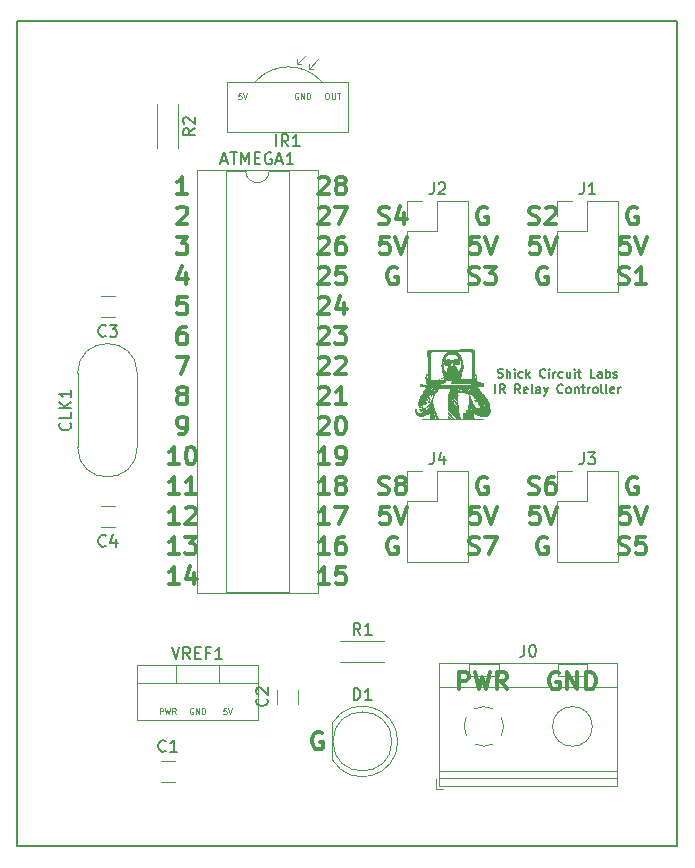
<source format=gbr>
%TF.GenerationSoftware,KiCad,Pcbnew,4.0.7*%
%TF.CreationDate,2018-07-21T22:05:15-04:00*%
%TF.ProjectId,arduino-ir-relay,61726475696E6F2D69722D72656C6179,rev?*%
%TF.FileFunction,Legend,Top*%
%FSLAX46Y46*%
G04 Gerber Fmt 4.6, Leading zero omitted, Abs format (unit mm)*
G04 Created by KiCad (PCBNEW 4.0.7) date Sat Jul 21 22:05:15 2018*
%MOMM*%
%LPD*%
G01*
G04 APERTURE LIST*
%ADD10C,0.150000*%
%ADD11C,0.187500*%
%ADD12C,0.100000*%
%ADD13C,0.300000*%
%ADD14C,0.120000*%
%ADD15C,0.010000*%
G04 APERTURE END LIST*
D10*
X64770000Y-50800000D02*
X63500000Y-50800000D01*
X119380000Y-50800000D02*
X64770000Y-50800000D01*
X119380000Y-120650000D02*
X119380000Y-50800000D01*
X63500000Y-120650000D02*
X119380000Y-120650000D01*
X63500000Y-50800000D02*
X63500000Y-120650000D01*
D11*
X104166429Y-80927321D02*
X104273572Y-80963036D01*
X104452143Y-80963036D01*
X104523572Y-80927321D01*
X104559286Y-80891607D01*
X104595001Y-80820179D01*
X104595001Y-80748750D01*
X104559286Y-80677321D01*
X104523572Y-80641607D01*
X104452143Y-80605893D01*
X104309286Y-80570179D01*
X104237858Y-80534464D01*
X104202143Y-80498750D01*
X104166429Y-80427321D01*
X104166429Y-80355893D01*
X104202143Y-80284464D01*
X104237858Y-80248750D01*
X104309286Y-80213036D01*
X104487858Y-80213036D01*
X104595001Y-80248750D01*
X104916429Y-80963036D02*
X104916429Y-80213036D01*
X105237858Y-80963036D02*
X105237858Y-80570179D01*
X105202144Y-80498750D01*
X105130715Y-80463036D01*
X105023572Y-80463036D01*
X104952144Y-80498750D01*
X104916429Y-80534464D01*
X105595000Y-80963036D02*
X105595000Y-80463036D01*
X105595000Y-80213036D02*
X105559286Y-80248750D01*
X105595000Y-80284464D01*
X105630715Y-80248750D01*
X105595000Y-80213036D01*
X105595000Y-80284464D01*
X106273572Y-80927321D02*
X106202143Y-80963036D01*
X106059286Y-80963036D01*
X105987858Y-80927321D01*
X105952143Y-80891607D01*
X105916429Y-80820179D01*
X105916429Y-80605893D01*
X105952143Y-80534464D01*
X105987858Y-80498750D01*
X106059286Y-80463036D01*
X106202143Y-80463036D01*
X106273572Y-80498750D01*
X106595000Y-80963036D02*
X106595000Y-80213036D01*
X106666429Y-80677321D02*
X106880715Y-80963036D01*
X106880715Y-80463036D02*
X106595000Y-80748750D01*
X108202144Y-80891607D02*
X108166430Y-80927321D01*
X108059287Y-80963036D01*
X107987858Y-80963036D01*
X107880715Y-80927321D01*
X107809287Y-80855893D01*
X107773572Y-80784464D01*
X107737858Y-80641607D01*
X107737858Y-80534464D01*
X107773572Y-80391607D01*
X107809287Y-80320179D01*
X107880715Y-80248750D01*
X107987858Y-80213036D01*
X108059287Y-80213036D01*
X108166430Y-80248750D01*
X108202144Y-80284464D01*
X108523572Y-80963036D02*
X108523572Y-80463036D01*
X108523572Y-80213036D02*
X108487858Y-80248750D01*
X108523572Y-80284464D01*
X108559287Y-80248750D01*
X108523572Y-80213036D01*
X108523572Y-80284464D01*
X108880715Y-80963036D02*
X108880715Y-80463036D01*
X108880715Y-80605893D02*
X108916430Y-80534464D01*
X108952144Y-80498750D01*
X109023573Y-80463036D01*
X109095001Y-80463036D01*
X109666430Y-80927321D02*
X109595001Y-80963036D01*
X109452144Y-80963036D01*
X109380716Y-80927321D01*
X109345001Y-80891607D01*
X109309287Y-80820179D01*
X109309287Y-80605893D01*
X109345001Y-80534464D01*
X109380716Y-80498750D01*
X109452144Y-80463036D01*
X109595001Y-80463036D01*
X109666430Y-80498750D01*
X110309287Y-80463036D02*
X110309287Y-80963036D01*
X109987858Y-80463036D02*
X109987858Y-80855893D01*
X110023573Y-80927321D01*
X110095001Y-80963036D01*
X110202144Y-80963036D01*
X110273573Y-80927321D01*
X110309287Y-80891607D01*
X110666429Y-80963036D02*
X110666429Y-80463036D01*
X110666429Y-80213036D02*
X110630715Y-80248750D01*
X110666429Y-80284464D01*
X110702144Y-80248750D01*
X110666429Y-80213036D01*
X110666429Y-80284464D01*
X110916430Y-80463036D02*
X111202144Y-80463036D01*
X111023572Y-80213036D02*
X111023572Y-80855893D01*
X111059287Y-80927321D01*
X111130715Y-80963036D01*
X111202144Y-80963036D01*
X112380715Y-80963036D02*
X112023572Y-80963036D01*
X112023572Y-80213036D01*
X112952144Y-80963036D02*
X112952144Y-80570179D01*
X112916430Y-80498750D01*
X112845001Y-80463036D01*
X112702144Y-80463036D01*
X112630715Y-80498750D01*
X112952144Y-80927321D02*
X112880715Y-80963036D01*
X112702144Y-80963036D01*
X112630715Y-80927321D01*
X112595001Y-80855893D01*
X112595001Y-80784464D01*
X112630715Y-80713036D01*
X112702144Y-80677321D01*
X112880715Y-80677321D01*
X112952144Y-80641607D01*
X113309286Y-80963036D02*
X113309286Y-80213036D01*
X113309286Y-80498750D02*
X113380715Y-80463036D01*
X113523572Y-80463036D01*
X113595001Y-80498750D01*
X113630715Y-80534464D01*
X113666429Y-80605893D01*
X113666429Y-80820179D01*
X113630715Y-80891607D01*
X113595001Y-80927321D01*
X113523572Y-80963036D01*
X113380715Y-80963036D01*
X113309286Y-80927321D01*
X113952143Y-80927321D02*
X114023572Y-80963036D01*
X114166429Y-80963036D01*
X114237857Y-80927321D01*
X114273572Y-80855893D01*
X114273572Y-80820179D01*
X114237857Y-80748750D01*
X114166429Y-80713036D01*
X114059286Y-80713036D01*
X113987857Y-80677321D01*
X113952143Y-80605893D01*
X113952143Y-80570179D01*
X113987857Y-80498750D01*
X114059286Y-80463036D01*
X114166429Y-80463036D01*
X114237857Y-80498750D01*
X103970000Y-82275536D02*
X103970000Y-81525536D01*
X104755715Y-82275536D02*
X104505715Y-81918393D01*
X104327143Y-82275536D02*
X104327143Y-81525536D01*
X104612858Y-81525536D01*
X104684286Y-81561250D01*
X104720001Y-81596964D01*
X104755715Y-81668393D01*
X104755715Y-81775536D01*
X104720001Y-81846964D01*
X104684286Y-81882679D01*
X104612858Y-81918393D01*
X104327143Y-81918393D01*
X106077144Y-82275536D02*
X105827144Y-81918393D01*
X105648572Y-82275536D02*
X105648572Y-81525536D01*
X105934287Y-81525536D01*
X106005715Y-81561250D01*
X106041430Y-81596964D01*
X106077144Y-81668393D01*
X106077144Y-81775536D01*
X106041430Y-81846964D01*
X106005715Y-81882679D01*
X105934287Y-81918393D01*
X105648572Y-81918393D01*
X106684287Y-82239821D02*
X106612858Y-82275536D01*
X106470001Y-82275536D01*
X106398572Y-82239821D01*
X106362858Y-82168393D01*
X106362858Y-81882679D01*
X106398572Y-81811250D01*
X106470001Y-81775536D01*
X106612858Y-81775536D01*
X106684287Y-81811250D01*
X106720001Y-81882679D01*
X106720001Y-81954107D01*
X106362858Y-82025536D01*
X107148572Y-82275536D02*
X107077144Y-82239821D01*
X107041429Y-82168393D01*
X107041429Y-81525536D01*
X107755715Y-82275536D02*
X107755715Y-81882679D01*
X107720001Y-81811250D01*
X107648572Y-81775536D01*
X107505715Y-81775536D01*
X107434286Y-81811250D01*
X107755715Y-82239821D02*
X107684286Y-82275536D01*
X107505715Y-82275536D01*
X107434286Y-82239821D01*
X107398572Y-82168393D01*
X107398572Y-82096964D01*
X107434286Y-82025536D01*
X107505715Y-81989821D01*
X107684286Y-81989821D01*
X107755715Y-81954107D01*
X108041429Y-81775536D02*
X108220000Y-82275536D01*
X108398572Y-81775536D02*
X108220000Y-82275536D01*
X108148572Y-82454107D01*
X108112857Y-82489821D01*
X108041429Y-82525536D01*
X109684287Y-82204107D02*
X109648573Y-82239821D01*
X109541430Y-82275536D01*
X109470001Y-82275536D01*
X109362858Y-82239821D01*
X109291430Y-82168393D01*
X109255715Y-82096964D01*
X109220001Y-81954107D01*
X109220001Y-81846964D01*
X109255715Y-81704107D01*
X109291430Y-81632679D01*
X109362858Y-81561250D01*
X109470001Y-81525536D01*
X109541430Y-81525536D01*
X109648573Y-81561250D01*
X109684287Y-81596964D01*
X110112858Y-82275536D02*
X110041430Y-82239821D01*
X110005715Y-82204107D01*
X109970001Y-82132679D01*
X109970001Y-81918393D01*
X110005715Y-81846964D01*
X110041430Y-81811250D01*
X110112858Y-81775536D01*
X110220001Y-81775536D01*
X110291430Y-81811250D01*
X110327144Y-81846964D01*
X110362858Y-81918393D01*
X110362858Y-82132679D01*
X110327144Y-82204107D01*
X110291430Y-82239821D01*
X110220001Y-82275536D01*
X110112858Y-82275536D01*
X110684286Y-81775536D02*
X110684286Y-82275536D01*
X110684286Y-81846964D02*
X110720001Y-81811250D01*
X110791429Y-81775536D01*
X110898572Y-81775536D01*
X110970001Y-81811250D01*
X111005715Y-81882679D01*
X111005715Y-82275536D01*
X111255715Y-81775536D02*
X111541429Y-81775536D01*
X111362857Y-81525536D02*
X111362857Y-82168393D01*
X111398572Y-82239821D01*
X111470000Y-82275536D01*
X111541429Y-82275536D01*
X111791428Y-82275536D02*
X111791428Y-81775536D01*
X111791428Y-81918393D02*
X111827143Y-81846964D01*
X111862857Y-81811250D01*
X111934286Y-81775536D01*
X112005714Y-81775536D01*
X112362857Y-82275536D02*
X112291429Y-82239821D01*
X112255714Y-82204107D01*
X112220000Y-82132679D01*
X112220000Y-81918393D01*
X112255714Y-81846964D01*
X112291429Y-81811250D01*
X112362857Y-81775536D01*
X112470000Y-81775536D01*
X112541429Y-81811250D01*
X112577143Y-81846964D01*
X112612857Y-81918393D01*
X112612857Y-82132679D01*
X112577143Y-82204107D01*
X112541429Y-82239821D01*
X112470000Y-82275536D01*
X112362857Y-82275536D01*
X113041428Y-82275536D02*
X112970000Y-82239821D01*
X112934285Y-82168393D01*
X112934285Y-81525536D01*
X113434285Y-82275536D02*
X113362857Y-82239821D01*
X113327142Y-82168393D01*
X113327142Y-81525536D01*
X114005714Y-82239821D02*
X113934285Y-82275536D01*
X113791428Y-82275536D01*
X113719999Y-82239821D01*
X113684285Y-82168393D01*
X113684285Y-81882679D01*
X113719999Y-81811250D01*
X113791428Y-81775536D01*
X113934285Y-81775536D01*
X114005714Y-81811250D01*
X114041428Y-81882679D01*
X114041428Y-81954107D01*
X113684285Y-82025536D01*
X114362856Y-82275536D02*
X114362856Y-81775536D01*
X114362856Y-81918393D02*
X114398571Y-81846964D01*
X114434285Y-81811250D01*
X114505714Y-81775536D01*
X114577142Y-81775536D01*
D12*
X81184763Y-108946190D02*
X80946668Y-108946190D01*
X80922858Y-109184286D01*
X80946668Y-109160476D01*
X80994287Y-109136667D01*
X81113334Y-109136667D01*
X81160953Y-109160476D01*
X81184763Y-109184286D01*
X81208572Y-109231905D01*
X81208572Y-109350952D01*
X81184763Y-109398571D01*
X81160953Y-109422381D01*
X81113334Y-109446190D01*
X80994287Y-109446190D01*
X80946668Y-109422381D01*
X80922858Y-109398571D01*
X81351429Y-108946190D02*
X81518096Y-109446190D01*
X81684762Y-108946190D01*
X75533334Y-109446190D02*
X75533334Y-108946190D01*
X75723810Y-108946190D01*
X75771429Y-108970000D01*
X75795238Y-108993810D01*
X75819048Y-109041429D01*
X75819048Y-109112857D01*
X75795238Y-109160476D01*
X75771429Y-109184286D01*
X75723810Y-109208095D01*
X75533334Y-109208095D01*
X75985715Y-108946190D02*
X76104762Y-109446190D01*
X76200000Y-109089048D01*
X76295238Y-109446190D01*
X76414286Y-108946190D01*
X76890477Y-109446190D02*
X76723810Y-109208095D01*
X76604763Y-109446190D02*
X76604763Y-108946190D01*
X76795239Y-108946190D01*
X76842858Y-108970000D01*
X76866667Y-108993810D01*
X76890477Y-109041429D01*
X76890477Y-109112857D01*
X76866667Y-109160476D01*
X76842858Y-109184286D01*
X76795239Y-109208095D01*
X76604763Y-109208095D01*
X78359047Y-108970000D02*
X78311428Y-108946190D01*
X78240000Y-108946190D01*
X78168571Y-108970000D01*
X78120952Y-109017619D01*
X78097143Y-109065238D01*
X78073333Y-109160476D01*
X78073333Y-109231905D01*
X78097143Y-109327143D01*
X78120952Y-109374762D01*
X78168571Y-109422381D01*
X78240000Y-109446190D01*
X78287619Y-109446190D01*
X78359047Y-109422381D01*
X78382857Y-109398571D01*
X78382857Y-109231905D01*
X78287619Y-109231905D01*
X78597143Y-109446190D02*
X78597143Y-108946190D01*
X78882857Y-109446190D01*
X78882857Y-108946190D01*
X79120953Y-109446190D02*
X79120953Y-108946190D01*
X79240000Y-108946190D01*
X79311429Y-108970000D01*
X79359048Y-109017619D01*
X79382857Y-109065238D01*
X79406667Y-109160476D01*
X79406667Y-109231905D01*
X79382857Y-109327143D01*
X79359048Y-109374762D01*
X79311429Y-109422381D01*
X79240000Y-109446190D01*
X79120953Y-109446190D01*
D13*
X89292857Y-111010000D02*
X89150000Y-110938571D01*
X88935714Y-110938571D01*
X88721429Y-111010000D01*
X88578571Y-111152857D01*
X88507143Y-111295714D01*
X88435714Y-111581429D01*
X88435714Y-111795714D01*
X88507143Y-112081429D01*
X88578571Y-112224286D01*
X88721429Y-112367143D01*
X88935714Y-112438571D01*
X89078571Y-112438571D01*
X89292857Y-112367143D01*
X89364286Y-112295714D01*
X89364286Y-111795714D01*
X89078571Y-111795714D01*
X109347143Y-105930000D02*
X109204286Y-105858571D01*
X108990000Y-105858571D01*
X108775715Y-105930000D01*
X108632857Y-106072857D01*
X108561429Y-106215714D01*
X108490000Y-106501429D01*
X108490000Y-106715714D01*
X108561429Y-107001429D01*
X108632857Y-107144286D01*
X108775715Y-107287143D01*
X108990000Y-107358571D01*
X109132857Y-107358571D01*
X109347143Y-107287143D01*
X109418572Y-107215714D01*
X109418572Y-106715714D01*
X109132857Y-106715714D01*
X110061429Y-107358571D02*
X110061429Y-105858571D01*
X110918572Y-107358571D01*
X110918572Y-105858571D01*
X111632858Y-107358571D02*
X111632858Y-105858571D01*
X111990001Y-105858571D01*
X112204286Y-105930000D01*
X112347144Y-106072857D01*
X112418572Y-106215714D01*
X112490001Y-106501429D01*
X112490001Y-106715714D01*
X112418572Y-107001429D01*
X112347144Y-107144286D01*
X112204286Y-107287143D01*
X111990001Y-107358571D01*
X111632858Y-107358571D01*
X100870000Y-107358571D02*
X100870000Y-105858571D01*
X101441428Y-105858571D01*
X101584286Y-105930000D01*
X101655714Y-106001429D01*
X101727143Y-106144286D01*
X101727143Y-106358571D01*
X101655714Y-106501429D01*
X101584286Y-106572857D01*
X101441428Y-106644286D01*
X100870000Y-106644286D01*
X102227143Y-105858571D02*
X102584286Y-107358571D01*
X102870000Y-106287143D01*
X103155714Y-107358571D01*
X103512857Y-105858571D01*
X104941429Y-107358571D02*
X104441429Y-106644286D01*
X104084286Y-107358571D02*
X104084286Y-105858571D01*
X104655714Y-105858571D01*
X104798572Y-105930000D01*
X104870000Y-106001429D01*
X104941429Y-106144286D01*
X104941429Y-106358571D01*
X104870000Y-106501429D01*
X104798572Y-106572857D01*
X104655714Y-106644286D01*
X104084286Y-106644286D01*
D12*
X89670000Y-56876190D02*
X89765238Y-56876190D01*
X89812857Y-56900000D01*
X89860476Y-56947619D01*
X89884285Y-57042857D01*
X89884285Y-57209524D01*
X89860476Y-57304762D01*
X89812857Y-57352381D01*
X89765238Y-57376190D01*
X89670000Y-57376190D01*
X89622381Y-57352381D01*
X89574762Y-57304762D01*
X89550952Y-57209524D01*
X89550952Y-57042857D01*
X89574762Y-56947619D01*
X89622381Y-56900000D01*
X89670000Y-56876190D01*
X90098572Y-56876190D02*
X90098572Y-57280952D01*
X90122381Y-57328571D01*
X90146191Y-57352381D01*
X90193810Y-57376190D01*
X90289048Y-57376190D01*
X90336667Y-57352381D01*
X90360476Y-57328571D01*
X90384286Y-57280952D01*
X90384286Y-56876190D01*
X90550953Y-56876190D02*
X90836667Y-56876190D01*
X90693810Y-57376190D02*
X90693810Y-56876190D01*
X82454763Y-56876190D02*
X82216668Y-56876190D01*
X82192858Y-57114286D01*
X82216668Y-57090476D01*
X82264287Y-57066667D01*
X82383334Y-57066667D01*
X82430953Y-57090476D01*
X82454763Y-57114286D01*
X82478572Y-57161905D01*
X82478572Y-57280952D01*
X82454763Y-57328571D01*
X82430953Y-57352381D01*
X82383334Y-57376190D01*
X82264287Y-57376190D01*
X82216668Y-57352381D01*
X82192858Y-57328571D01*
X82621429Y-56876190D02*
X82788096Y-57376190D01*
X82954762Y-56876190D01*
X87249047Y-56900000D02*
X87201428Y-56876190D01*
X87130000Y-56876190D01*
X87058571Y-56900000D01*
X87010952Y-56947619D01*
X86987143Y-56995238D01*
X86963333Y-57090476D01*
X86963333Y-57161905D01*
X86987143Y-57257143D01*
X87010952Y-57304762D01*
X87058571Y-57352381D01*
X87130000Y-57376190D01*
X87177619Y-57376190D01*
X87249047Y-57352381D01*
X87272857Y-57328571D01*
X87272857Y-57161905D01*
X87177619Y-57161905D01*
X87487143Y-57376190D02*
X87487143Y-56876190D01*
X87772857Y-57376190D01*
X87772857Y-56876190D01*
X88010953Y-57376190D02*
X88010953Y-56876190D01*
X88130000Y-56876190D01*
X88201429Y-56900000D01*
X88249048Y-56947619D01*
X88272857Y-56995238D01*
X88296667Y-57090476D01*
X88296667Y-57161905D01*
X88272857Y-57257143D01*
X88249048Y-57304762D01*
X88201429Y-57352381D01*
X88130000Y-57376190D01*
X88010953Y-57376190D01*
D13*
X115962857Y-66560000D02*
X115820000Y-66488571D01*
X115605714Y-66488571D01*
X115391429Y-66560000D01*
X115248571Y-66702857D01*
X115177143Y-66845714D01*
X115105714Y-67131429D01*
X115105714Y-67345714D01*
X115177143Y-67631429D01*
X115248571Y-67774286D01*
X115391429Y-67917143D01*
X115605714Y-67988571D01*
X115748571Y-67988571D01*
X115962857Y-67917143D01*
X116034286Y-67845714D01*
X116034286Y-67345714D01*
X115748571Y-67345714D01*
X103262857Y-66560000D02*
X103120000Y-66488571D01*
X102905714Y-66488571D01*
X102691429Y-66560000D01*
X102548571Y-66702857D01*
X102477143Y-66845714D01*
X102405714Y-67131429D01*
X102405714Y-67345714D01*
X102477143Y-67631429D01*
X102548571Y-67774286D01*
X102691429Y-67917143D01*
X102905714Y-67988571D01*
X103048571Y-67988571D01*
X103262857Y-67917143D01*
X103334286Y-67845714D01*
X103334286Y-67345714D01*
X103048571Y-67345714D01*
X95642857Y-71640000D02*
X95500000Y-71568571D01*
X95285714Y-71568571D01*
X95071429Y-71640000D01*
X94928571Y-71782857D01*
X94857143Y-71925714D01*
X94785714Y-72211429D01*
X94785714Y-72425714D01*
X94857143Y-72711429D01*
X94928571Y-72854286D01*
X95071429Y-72997143D01*
X95285714Y-73068571D01*
X95428571Y-73068571D01*
X95642857Y-72997143D01*
X95714286Y-72925714D01*
X95714286Y-72425714D01*
X95428571Y-72425714D01*
X108342857Y-71640000D02*
X108200000Y-71568571D01*
X107985714Y-71568571D01*
X107771429Y-71640000D01*
X107628571Y-71782857D01*
X107557143Y-71925714D01*
X107485714Y-72211429D01*
X107485714Y-72425714D01*
X107557143Y-72711429D01*
X107628571Y-72854286D01*
X107771429Y-72997143D01*
X107985714Y-73068571D01*
X108128571Y-73068571D01*
X108342857Y-72997143D01*
X108414286Y-72925714D01*
X108414286Y-72425714D01*
X108128571Y-72425714D01*
X115962857Y-89420000D02*
X115820000Y-89348571D01*
X115605714Y-89348571D01*
X115391429Y-89420000D01*
X115248571Y-89562857D01*
X115177143Y-89705714D01*
X115105714Y-89991429D01*
X115105714Y-90205714D01*
X115177143Y-90491429D01*
X115248571Y-90634286D01*
X115391429Y-90777143D01*
X115605714Y-90848571D01*
X115748571Y-90848571D01*
X115962857Y-90777143D01*
X116034286Y-90705714D01*
X116034286Y-90205714D01*
X115748571Y-90205714D01*
X108342857Y-94500000D02*
X108200000Y-94428571D01*
X107985714Y-94428571D01*
X107771429Y-94500000D01*
X107628571Y-94642857D01*
X107557143Y-94785714D01*
X107485714Y-95071429D01*
X107485714Y-95285714D01*
X107557143Y-95571429D01*
X107628571Y-95714286D01*
X107771429Y-95857143D01*
X107985714Y-95928571D01*
X108128571Y-95928571D01*
X108342857Y-95857143D01*
X108414286Y-95785714D01*
X108414286Y-95285714D01*
X108128571Y-95285714D01*
X95642857Y-94500000D02*
X95500000Y-94428571D01*
X95285714Y-94428571D01*
X95071429Y-94500000D01*
X94928571Y-94642857D01*
X94857143Y-94785714D01*
X94785714Y-95071429D01*
X94785714Y-95285714D01*
X94857143Y-95571429D01*
X94928571Y-95714286D01*
X95071429Y-95857143D01*
X95285714Y-95928571D01*
X95428571Y-95928571D01*
X95642857Y-95857143D01*
X95714286Y-95785714D01*
X95714286Y-95285714D01*
X95428571Y-95285714D01*
X103262857Y-89420000D02*
X103120000Y-89348571D01*
X102905714Y-89348571D01*
X102691429Y-89420000D01*
X102548571Y-89562857D01*
X102477143Y-89705714D01*
X102405714Y-89991429D01*
X102405714Y-90205714D01*
X102477143Y-90491429D01*
X102548571Y-90634286D01*
X102691429Y-90777143D01*
X102905714Y-90848571D01*
X103048571Y-90848571D01*
X103262857Y-90777143D01*
X103334286Y-90705714D01*
X103334286Y-90205714D01*
X103048571Y-90205714D01*
X94107143Y-90777143D02*
X94321429Y-90848571D01*
X94678572Y-90848571D01*
X94821429Y-90777143D01*
X94892858Y-90705714D01*
X94964286Y-90562857D01*
X94964286Y-90420000D01*
X94892858Y-90277143D01*
X94821429Y-90205714D01*
X94678572Y-90134286D01*
X94392858Y-90062857D01*
X94250000Y-89991429D01*
X94178572Y-89920000D01*
X94107143Y-89777143D01*
X94107143Y-89634286D01*
X94178572Y-89491429D01*
X94250000Y-89420000D01*
X94392858Y-89348571D01*
X94750000Y-89348571D01*
X94964286Y-89420000D01*
X95821429Y-89991429D02*
X95678571Y-89920000D01*
X95607143Y-89848571D01*
X95535714Y-89705714D01*
X95535714Y-89634286D01*
X95607143Y-89491429D01*
X95678571Y-89420000D01*
X95821429Y-89348571D01*
X96107143Y-89348571D01*
X96250000Y-89420000D01*
X96321429Y-89491429D01*
X96392857Y-89634286D01*
X96392857Y-89705714D01*
X96321429Y-89848571D01*
X96250000Y-89920000D01*
X96107143Y-89991429D01*
X95821429Y-89991429D01*
X95678571Y-90062857D01*
X95607143Y-90134286D01*
X95535714Y-90277143D01*
X95535714Y-90562857D01*
X95607143Y-90705714D01*
X95678571Y-90777143D01*
X95821429Y-90848571D01*
X96107143Y-90848571D01*
X96250000Y-90777143D01*
X96321429Y-90705714D01*
X96392857Y-90562857D01*
X96392857Y-90277143D01*
X96321429Y-90134286D01*
X96250000Y-90062857D01*
X96107143Y-89991429D01*
X101727143Y-95857143D02*
X101941429Y-95928571D01*
X102298572Y-95928571D01*
X102441429Y-95857143D01*
X102512858Y-95785714D01*
X102584286Y-95642857D01*
X102584286Y-95500000D01*
X102512858Y-95357143D01*
X102441429Y-95285714D01*
X102298572Y-95214286D01*
X102012858Y-95142857D01*
X101870000Y-95071429D01*
X101798572Y-95000000D01*
X101727143Y-94857143D01*
X101727143Y-94714286D01*
X101798572Y-94571429D01*
X101870000Y-94500000D01*
X102012858Y-94428571D01*
X102370000Y-94428571D01*
X102584286Y-94500000D01*
X103084286Y-94428571D02*
X104084286Y-94428571D01*
X103441429Y-95928571D01*
X106807143Y-90777143D02*
X107021429Y-90848571D01*
X107378572Y-90848571D01*
X107521429Y-90777143D01*
X107592858Y-90705714D01*
X107664286Y-90562857D01*
X107664286Y-90420000D01*
X107592858Y-90277143D01*
X107521429Y-90205714D01*
X107378572Y-90134286D01*
X107092858Y-90062857D01*
X106950000Y-89991429D01*
X106878572Y-89920000D01*
X106807143Y-89777143D01*
X106807143Y-89634286D01*
X106878572Y-89491429D01*
X106950000Y-89420000D01*
X107092858Y-89348571D01*
X107450000Y-89348571D01*
X107664286Y-89420000D01*
X108950000Y-89348571D02*
X108664286Y-89348571D01*
X108521429Y-89420000D01*
X108450000Y-89491429D01*
X108307143Y-89705714D01*
X108235714Y-89991429D01*
X108235714Y-90562857D01*
X108307143Y-90705714D01*
X108378571Y-90777143D01*
X108521429Y-90848571D01*
X108807143Y-90848571D01*
X108950000Y-90777143D01*
X109021429Y-90705714D01*
X109092857Y-90562857D01*
X109092857Y-90205714D01*
X109021429Y-90062857D01*
X108950000Y-89991429D01*
X108807143Y-89920000D01*
X108521429Y-89920000D01*
X108378571Y-89991429D01*
X108307143Y-90062857D01*
X108235714Y-90205714D01*
X114427143Y-95857143D02*
X114641429Y-95928571D01*
X114998572Y-95928571D01*
X115141429Y-95857143D01*
X115212858Y-95785714D01*
X115284286Y-95642857D01*
X115284286Y-95500000D01*
X115212858Y-95357143D01*
X115141429Y-95285714D01*
X114998572Y-95214286D01*
X114712858Y-95142857D01*
X114570000Y-95071429D01*
X114498572Y-95000000D01*
X114427143Y-94857143D01*
X114427143Y-94714286D01*
X114498572Y-94571429D01*
X114570000Y-94500000D01*
X114712858Y-94428571D01*
X115070000Y-94428571D01*
X115284286Y-94500000D01*
X116641429Y-94428571D02*
X115927143Y-94428571D01*
X115855714Y-95142857D01*
X115927143Y-95071429D01*
X116070000Y-95000000D01*
X116427143Y-95000000D01*
X116570000Y-95071429D01*
X116641429Y-95142857D01*
X116712857Y-95285714D01*
X116712857Y-95642857D01*
X116641429Y-95785714D01*
X116570000Y-95857143D01*
X116427143Y-95928571D01*
X116070000Y-95928571D01*
X115927143Y-95857143D01*
X115855714Y-95785714D01*
X94964287Y-91888571D02*
X94250001Y-91888571D01*
X94178572Y-92602857D01*
X94250001Y-92531429D01*
X94392858Y-92460000D01*
X94750001Y-92460000D01*
X94892858Y-92531429D01*
X94964287Y-92602857D01*
X95035715Y-92745714D01*
X95035715Y-93102857D01*
X94964287Y-93245714D01*
X94892858Y-93317143D01*
X94750001Y-93388571D01*
X94392858Y-93388571D01*
X94250001Y-93317143D01*
X94178572Y-93245714D01*
X95464286Y-91888571D02*
X95964286Y-93388571D01*
X96464286Y-91888571D01*
X102584287Y-91888571D02*
X101870001Y-91888571D01*
X101798572Y-92602857D01*
X101870001Y-92531429D01*
X102012858Y-92460000D01*
X102370001Y-92460000D01*
X102512858Y-92531429D01*
X102584287Y-92602857D01*
X102655715Y-92745714D01*
X102655715Y-93102857D01*
X102584287Y-93245714D01*
X102512858Y-93317143D01*
X102370001Y-93388571D01*
X102012858Y-93388571D01*
X101870001Y-93317143D01*
X101798572Y-93245714D01*
X103084286Y-91888571D02*
X103584286Y-93388571D01*
X104084286Y-91888571D01*
X107664287Y-69028571D02*
X106950001Y-69028571D01*
X106878572Y-69742857D01*
X106950001Y-69671429D01*
X107092858Y-69600000D01*
X107450001Y-69600000D01*
X107592858Y-69671429D01*
X107664287Y-69742857D01*
X107735715Y-69885714D01*
X107735715Y-70242857D01*
X107664287Y-70385714D01*
X107592858Y-70457143D01*
X107450001Y-70528571D01*
X107092858Y-70528571D01*
X106950001Y-70457143D01*
X106878572Y-70385714D01*
X108164286Y-69028571D02*
X108664286Y-70528571D01*
X109164286Y-69028571D01*
X107664287Y-91888571D02*
X106950001Y-91888571D01*
X106878572Y-92602857D01*
X106950001Y-92531429D01*
X107092858Y-92460000D01*
X107450001Y-92460000D01*
X107592858Y-92531429D01*
X107664287Y-92602857D01*
X107735715Y-92745714D01*
X107735715Y-93102857D01*
X107664287Y-93245714D01*
X107592858Y-93317143D01*
X107450001Y-93388571D01*
X107092858Y-93388571D01*
X106950001Y-93317143D01*
X106878572Y-93245714D01*
X108164286Y-91888571D02*
X108664286Y-93388571D01*
X109164286Y-91888571D01*
X115284287Y-91888571D02*
X114570001Y-91888571D01*
X114498572Y-92602857D01*
X114570001Y-92531429D01*
X114712858Y-92460000D01*
X115070001Y-92460000D01*
X115212858Y-92531429D01*
X115284287Y-92602857D01*
X115355715Y-92745714D01*
X115355715Y-93102857D01*
X115284287Y-93245714D01*
X115212858Y-93317143D01*
X115070001Y-93388571D01*
X114712858Y-93388571D01*
X114570001Y-93317143D01*
X114498572Y-93245714D01*
X115784286Y-91888571D02*
X116284286Y-93388571D01*
X116784286Y-91888571D01*
X115284287Y-69028571D02*
X114570001Y-69028571D01*
X114498572Y-69742857D01*
X114570001Y-69671429D01*
X114712858Y-69600000D01*
X115070001Y-69600000D01*
X115212858Y-69671429D01*
X115284287Y-69742857D01*
X115355715Y-69885714D01*
X115355715Y-70242857D01*
X115284287Y-70385714D01*
X115212858Y-70457143D01*
X115070001Y-70528571D01*
X114712858Y-70528571D01*
X114570001Y-70457143D01*
X114498572Y-70385714D01*
X115784286Y-69028571D02*
X116284286Y-70528571D01*
X116784286Y-69028571D01*
X107664287Y-69028571D02*
X106950001Y-69028571D01*
X106878572Y-69742857D01*
X106950001Y-69671429D01*
X107092858Y-69600000D01*
X107450001Y-69600000D01*
X107592858Y-69671429D01*
X107664287Y-69742857D01*
X107735715Y-69885714D01*
X107735715Y-70242857D01*
X107664287Y-70385714D01*
X107592858Y-70457143D01*
X107450001Y-70528571D01*
X107092858Y-70528571D01*
X106950001Y-70457143D01*
X106878572Y-70385714D01*
X108164286Y-69028571D02*
X108664286Y-70528571D01*
X109164286Y-69028571D01*
X94964287Y-69028571D02*
X94250001Y-69028571D01*
X94178572Y-69742857D01*
X94250001Y-69671429D01*
X94392858Y-69600000D01*
X94750001Y-69600000D01*
X94892858Y-69671429D01*
X94964287Y-69742857D01*
X95035715Y-69885714D01*
X95035715Y-70242857D01*
X94964287Y-70385714D01*
X94892858Y-70457143D01*
X94750001Y-70528571D01*
X94392858Y-70528571D01*
X94250001Y-70457143D01*
X94178572Y-70385714D01*
X95464286Y-69028571D02*
X95964286Y-70528571D01*
X96464286Y-69028571D01*
X102584287Y-69028571D02*
X101870001Y-69028571D01*
X101798572Y-69742857D01*
X101870001Y-69671429D01*
X102012858Y-69600000D01*
X102370001Y-69600000D01*
X102512858Y-69671429D01*
X102584287Y-69742857D01*
X102655715Y-69885714D01*
X102655715Y-70242857D01*
X102584287Y-70385714D01*
X102512858Y-70457143D01*
X102370001Y-70528571D01*
X102012858Y-70528571D01*
X101870001Y-70457143D01*
X101798572Y-70385714D01*
X103084286Y-69028571D02*
X103584286Y-70528571D01*
X104084286Y-69028571D01*
X94107143Y-67917143D02*
X94321429Y-67988571D01*
X94678572Y-67988571D01*
X94821429Y-67917143D01*
X94892858Y-67845714D01*
X94964286Y-67702857D01*
X94964286Y-67560000D01*
X94892858Y-67417143D01*
X94821429Y-67345714D01*
X94678572Y-67274286D01*
X94392858Y-67202857D01*
X94250000Y-67131429D01*
X94178572Y-67060000D01*
X94107143Y-66917143D01*
X94107143Y-66774286D01*
X94178572Y-66631429D01*
X94250000Y-66560000D01*
X94392858Y-66488571D01*
X94750000Y-66488571D01*
X94964286Y-66560000D01*
X96250000Y-66988571D02*
X96250000Y-67988571D01*
X95892857Y-66417143D02*
X95535714Y-67488571D01*
X96464286Y-67488571D01*
X101727143Y-72997143D02*
X101941429Y-73068571D01*
X102298572Y-73068571D01*
X102441429Y-72997143D01*
X102512858Y-72925714D01*
X102584286Y-72782857D01*
X102584286Y-72640000D01*
X102512858Y-72497143D01*
X102441429Y-72425714D01*
X102298572Y-72354286D01*
X102012858Y-72282857D01*
X101870000Y-72211429D01*
X101798572Y-72140000D01*
X101727143Y-71997143D01*
X101727143Y-71854286D01*
X101798572Y-71711429D01*
X101870000Y-71640000D01*
X102012858Y-71568571D01*
X102370000Y-71568571D01*
X102584286Y-71640000D01*
X103084286Y-71568571D02*
X104012857Y-71568571D01*
X103512857Y-72140000D01*
X103727143Y-72140000D01*
X103870000Y-72211429D01*
X103941429Y-72282857D01*
X104012857Y-72425714D01*
X104012857Y-72782857D01*
X103941429Y-72925714D01*
X103870000Y-72997143D01*
X103727143Y-73068571D01*
X103298571Y-73068571D01*
X103155714Y-72997143D01*
X103084286Y-72925714D01*
X106807143Y-67917143D02*
X107021429Y-67988571D01*
X107378572Y-67988571D01*
X107521429Y-67917143D01*
X107592858Y-67845714D01*
X107664286Y-67702857D01*
X107664286Y-67560000D01*
X107592858Y-67417143D01*
X107521429Y-67345714D01*
X107378572Y-67274286D01*
X107092858Y-67202857D01*
X106950000Y-67131429D01*
X106878572Y-67060000D01*
X106807143Y-66917143D01*
X106807143Y-66774286D01*
X106878572Y-66631429D01*
X106950000Y-66560000D01*
X107092858Y-66488571D01*
X107450000Y-66488571D01*
X107664286Y-66560000D01*
X108235714Y-66631429D02*
X108307143Y-66560000D01*
X108450000Y-66488571D01*
X108807143Y-66488571D01*
X108950000Y-66560000D01*
X109021429Y-66631429D01*
X109092857Y-66774286D01*
X109092857Y-66917143D01*
X109021429Y-67131429D01*
X108164286Y-67988571D01*
X109092857Y-67988571D01*
X114427143Y-72997143D02*
X114641429Y-73068571D01*
X114998572Y-73068571D01*
X115141429Y-72997143D01*
X115212858Y-72925714D01*
X115284286Y-72782857D01*
X115284286Y-72640000D01*
X115212858Y-72497143D01*
X115141429Y-72425714D01*
X114998572Y-72354286D01*
X114712858Y-72282857D01*
X114570000Y-72211429D01*
X114498572Y-72140000D01*
X114427143Y-71997143D01*
X114427143Y-71854286D01*
X114498572Y-71711429D01*
X114570000Y-71640000D01*
X114712858Y-71568571D01*
X115070000Y-71568571D01*
X115284286Y-71640000D01*
X116712857Y-73068571D02*
X115855714Y-73068571D01*
X116284286Y-73068571D02*
X116284286Y-71568571D01*
X116141429Y-71782857D01*
X115998571Y-71925714D01*
X115855714Y-71997143D01*
X89027143Y-64091429D02*
X89098572Y-64020000D01*
X89241429Y-63948571D01*
X89598572Y-63948571D01*
X89741429Y-64020000D01*
X89812858Y-64091429D01*
X89884286Y-64234286D01*
X89884286Y-64377143D01*
X89812858Y-64591429D01*
X88955715Y-65448571D01*
X89884286Y-65448571D01*
X90741429Y-64591429D02*
X90598571Y-64520000D01*
X90527143Y-64448571D01*
X90455714Y-64305714D01*
X90455714Y-64234286D01*
X90527143Y-64091429D01*
X90598571Y-64020000D01*
X90741429Y-63948571D01*
X91027143Y-63948571D01*
X91170000Y-64020000D01*
X91241429Y-64091429D01*
X91312857Y-64234286D01*
X91312857Y-64305714D01*
X91241429Y-64448571D01*
X91170000Y-64520000D01*
X91027143Y-64591429D01*
X90741429Y-64591429D01*
X90598571Y-64662857D01*
X90527143Y-64734286D01*
X90455714Y-64877143D01*
X90455714Y-65162857D01*
X90527143Y-65305714D01*
X90598571Y-65377143D01*
X90741429Y-65448571D01*
X91027143Y-65448571D01*
X91170000Y-65377143D01*
X91241429Y-65305714D01*
X91312857Y-65162857D01*
X91312857Y-64877143D01*
X91241429Y-64734286D01*
X91170000Y-64662857D01*
X91027143Y-64591429D01*
X89027143Y-66631429D02*
X89098572Y-66560000D01*
X89241429Y-66488571D01*
X89598572Y-66488571D01*
X89741429Y-66560000D01*
X89812858Y-66631429D01*
X89884286Y-66774286D01*
X89884286Y-66917143D01*
X89812858Y-67131429D01*
X88955715Y-67988571D01*
X89884286Y-67988571D01*
X90384286Y-66488571D02*
X91384286Y-66488571D01*
X90741429Y-67988571D01*
X89027143Y-69171429D02*
X89098572Y-69100000D01*
X89241429Y-69028571D01*
X89598572Y-69028571D01*
X89741429Y-69100000D01*
X89812858Y-69171429D01*
X89884286Y-69314286D01*
X89884286Y-69457143D01*
X89812858Y-69671429D01*
X88955715Y-70528571D01*
X89884286Y-70528571D01*
X91170000Y-69028571D02*
X90884286Y-69028571D01*
X90741429Y-69100000D01*
X90670000Y-69171429D01*
X90527143Y-69385714D01*
X90455714Y-69671429D01*
X90455714Y-70242857D01*
X90527143Y-70385714D01*
X90598571Y-70457143D01*
X90741429Y-70528571D01*
X91027143Y-70528571D01*
X91170000Y-70457143D01*
X91241429Y-70385714D01*
X91312857Y-70242857D01*
X91312857Y-69885714D01*
X91241429Y-69742857D01*
X91170000Y-69671429D01*
X91027143Y-69600000D01*
X90741429Y-69600000D01*
X90598571Y-69671429D01*
X90527143Y-69742857D01*
X90455714Y-69885714D01*
X89027143Y-71711429D02*
X89098572Y-71640000D01*
X89241429Y-71568571D01*
X89598572Y-71568571D01*
X89741429Y-71640000D01*
X89812858Y-71711429D01*
X89884286Y-71854286D01*
X89884286Y-71997143D01*
X89812858Y-72211429D01*
X88955715Y-73068571D01*
X89884286Y-73068571D01*
X91241429Y-71568571D02*
X90527143Y-71568571D01*
X90455714Y-72282857D01*
X90527143Y-72211429D01*
X90670000Y-72140000D01*
X91027143Y-72140000D01*
X91170000Y-72211429D01*
X91241429Y-72282857D01*
X91312857Y-72425714D01*
X91312857Y-72782857D01*
X91241429Y-72925714D01*
X91170000Y-72997143D01*
X91027143Y-73068571D01*
X90670000Y-73068571D01*
X90527143Y-72997143D01*
X90455714Y-72925714D01*
X89027143Y-74251429D02*
X89098572Y-74180000D01*
X89241429Y-74108571D01*
X89598572Y-74108571D01*
X89741429Y-74180000D01*
X89812858Y-74251429D01*
X89884286Y-74394286D01*
X89884286Y-74537143D01*
X89812858Y-74751429D01*
X88955715Y-75608571D01*
X89884286Y-75608571D01*
X91170000Y-74608571D02*
X91170000Y-75608571D01*
X90812857Y-74037143D02*
X90455714Y-75108571D01*
X91384286Y-75108571D01*
X89027143Y-76791429D02*
X89098572Y-76720000D01*
X89241429Y-76648571D01*
X89598572Y-76648571D01*
X89741429Y-76720000D01*
X89812858Y-76791429D01*
X89884286Y-76934286D01*
X89884286Y-77077143D01*
X89812858Y-77291429D01*
X88955715Y-78148571D01*
X89884286Y-78148571D01*
X90384286Y-76648571D02*
X91312857Y-76648571D01*
X90812857Y-77220000D01*
X91027143Y-77220000D01*
X91170000Y-77291429D01*
X91241429Y-77362857D01*
X91312857Y-77505714D01*
X91312857Y-77862857D01*
X91241429Y-78005714D01*
X91170000Y-78077143D01*
X91027143Y-78148571D01*
X90598571Y-78148571D01*
X90455714Y-78077143D01*
X90384286Y-78005714D01*
X89027143Y-79331429D02*
X89098572Y-79260000D01*
X89241429Y-79188571D01*
X89598572Y-79188571D01*
X89741429Y-79260000D01*
X89812858Y-79331429D01*
X89884286Y-79474286D01*
X89884286Y-79617143D01*
X89812858Y-79831429D01*
X88955715Y-80688571D01*
X89884286Y-80688571D01*
X90455714Y-79331429D02*
X90527143Y-79260000D01*
X90670000Y-79188571D01*
X91027143Y-79188571D01*
X91170000Y-79260000D01*
X91241429Y-79331429D01*
X91312857Y-79474286D01*
X91312857Y-79617143D01*
X91241429Y-79831429D01*
X90384286Y-80688571D01*
X91312857Y-80688571D01*
X89027143Y-81871429D02*
X89098572Y-81800000D01*
X89241429Y-81728571D01*
X89598572Y-81728571D01*
X89741429Y-81800000D01*
X89812858Y-81871429D01*
X89884286Y-82014286D01*
X89884286Y-82157143D01*
X89812858Y-82371429D01*
X88955715Y-83228571D01*
X89884286Y-83228571D01*
X91312857Y-83228571D02*
X90455714Y-83228571D01*
X90884286Y-83228571D02*
X90884286Y-81728571D01*
X90741429Y-81942857D01*
X90598571Y-82085714D01*
X90455714Y-82157143D01*
X89027143Y-84411429D02*
X89098572Y-84340000D01*
X89241429Y-84268571D01*
X89598572Y-84268571D01*
X89741429Y-84340000D01*
X89812858Y-84411429D01*
X89884286Y-84554286D01*
X89884286Y-84697143D01*
X89812858Y-84911429D01*
X88955715Y-85768571D01*
X89884286Y-85768571D01*
X90812857Y-84268571D02*
X90955714Y-84268571D01*
X91098571Y-84340000D01*
X91170000Y-84411429D01*
X91241429Y-84554286D01*
X91312857Y-84840000D01*
X91312857Y-85197143D01*
X91241429Y-85482857D01*
X91170000Y-85625714D01*
X91098571Y-85697143D01*
X90955714Y-85768571D01*
X90812857Y-85768571D01*
X90670000Y-85697143D01*
X90598571Y-85625714D01*
X90527143Y-85482857D01*
X90455714Y-85197143D01*
X90455714Y-84840000D01*
X90527143Y-84554286D01*
X90598571Y-84411429D01*
X90670000Y-84340000D01*
X90812857Y-84268571D01*
X89884286Y-88308571D02*
X89027143Y-88308571D01*
X89455715Y-88308571D02*
X89455715Y-86808571D01*
X89312858Y-87022857D01*
X89170000Y-87165714D01*
X89027143Y-87237143D01*
X90598571Y-88308571D02*
X90884286Y-88308571D01*
X91027143Y-88237143D01*
X91098571Y-88165714D01*
X91241429Y-87951429D01*
X91312857Y-87665714D01*
X91312857Y-87094286D01*
X91241429Y-86951429D01*
X91170000Y-86880000D01*
X91027143Y-86808571D01*
X90741429Y-86808571D01*
X90598571Y-86880000D01*
X90527143Y-86951429D01*
X90455714Y-87094286D01*
X90455714Y-87451429D01*
X90527143Y-87594286D01*
X90598571Y-87665714D01*
X90741429Y-87737143D01*
X91027143Y-87737143D01*
X91170000Y-87665714D01*
X91241429Y-87594286D01*
X91312857Y-87451429D01*
X89884286Y-90848571D02*
X89027143Y-90848571D01*
X89455715Y-90848571D02*
X89455715Y-89348571D01*
X89312858Y-89562857D01*
X89170000Y-89705714D01*
X89027143Y-89777143D01*
X90741429Y-89991429D02*
X90598571Y-89920000D01*
X90527143Y-89848571D01*
X90455714Y-89705714D01*
X90455714Y-89634286D01*
X90527143Y-89491429D01*
X90598571Y-89420000D01*
X90741429Y-89348571D01*
X91027143Y-89348571D01*
X91170000Y-89420000D01*
X91241429Y-89491429D01*
X91312857Y-89634286D01*
X91312857Y-89705714D01*
X91241429Y-89848571D01*
X91170000Y-89920000D01*
X91027143Y-89991429D01*
X90741429Y-89991429D01*
X90598571Y-90062857D01*
X90527143Y-90134286D01*
X90455714Y-90277143D01*
X90455714Y-90562857D01*
X90527143Y-90705714D01*
X90598571Y-90777143D01*
X90741429Y-90848571D01*
X91027143Y-90848571D01*
X91170000Y-90777143D01*
X91241429Y-90705714D01*
X91312857Y-90562857D01*
X91312857Y-90277143D01*
X91241429Y-90134286D01*
X91170000Y-90062857D01*
X91027143Y-89991429D01*
X89884286Y-93388571D02*
X89027143Y-93388571D01*
X89455715Y-93388571D02*
X89455715Y-91888571D01*
X89312858Y-92102857D01*
X89170000Y-92245714D01*
X89027143Y-92317143D01*
X90384286Y-91888571D02*
X91384286Y-91888571D01*
X90741429Y-93388571D01*
X89884286Y-95928571D02*
X89027143Y-95928571D01*
X89455715Y-95928571D02*
X89455715Y-94428571D01*
X89312858Y-94642857D01*
X89170000Y-94785714D01*
X89027143Y-94857143D01*
X91170000Y-94428571D02*
X90884286Y-94428571D01*
X90741429Y-94500000D01*
X90670000Y-94571429D01*
X90527143Y-94785714D01*
X90455714Y-95071429D01*
X90455714Y-95642857D01*
X90527143Y-95785714D01*
X90598571Y-95857143D01*
X90741429Y-95928571D01*
X91027143Y-95928571D01*
X91170000Y-95857143D01*
X91241429Y-95785714D01*
X91312857Y-95642857D01*
X91312857Y-95285714D01*
X91241429Y-95142857D01*
X91170000Y-95071429D01*
X91027143Y-95000000D01*
X90741429Y-95000000D01*
X90598571Y-95071429D01*
X90527143Y-95142857D01*
X90455714Y-95285714D01*
X89884286Y-98468571D02*
X89027143Y-98468571D01*
X89455715Y-98468571D02*
X89455715Y-96968571D01*
X89312858Y-97182857D01*
X89170000Y-97325714D01*
X89027143Y-97397143D01*
X91241429Y-96968571D02*
X90527143Y-96968571D01*
X90455714Y-97682857D01*
X90527143Y-97611429D01*
X90670000Y-97540000D01*
X91027143Y-97540000D01*
X91170000Y-97611429D01*
X91241429Y-97682857D01*
X91312857Y-97825714D01*
X91312857Y-98182857D01*
X91241429Y-98325714D01*
X91170000Y-98397143D01*
X91027143Y-98468571D01*
X90670000Y-98468571D01*
X90527143Y-98397143D01*
X90455714Y-98325714D01*
X77184286Y-98468571D02*
X76327143Y-98468571D01*
X76755715Y-98468571D02*
X76755715Y-96968571D01*
X76612858Y-97182857D01*
X76470000Y-97325714D01*
X76327143Y-97397143D01*
X78470000Y-97468571D02*
X78470000Y-98468571D01*
X78112857Y-96897143D02*
X77755714Y-97968571D01*
X78684286Y-97968571D01*
X77184286Y-95928571D02*
X76327143Y-95928571D01*
X76755715Y-95928571D02*
X76755715Y-94428571D01*
X76612858Y-94642857D01*
X76470000Y-94785714D01*
X76327143Y-94857143D01*
X77684286Y-94428571D02*
X78612857Y-94428571D01*
X78112857Y-95000000D01*
X78327143Y-95000000D01*
X78470000Y-95071429D01*
X78541429Y-95142857D01*
X78612857Y-95285714D01*
X78612857Y-95642857D01*
X78541429Y-95785714D01*
X78470000Y-95857143D01*
X78327143Y-95928571D01*
X77898571Y-95928571D01*
X77755714Y-95857143D01*
X77684286Y-95785714D01*
X77184286Y-93388571D02*
X76327143Y-93388571D01*
X76755715Y-93388571D02*
X76755715Y-91888571D01*
X76612858Y-92102857D01*
X76470000Y-92245714D01*
X76327143Y-92317143D01*
X77755714Y-92031429D02*
X77827143Y-91960000D01*
X77970000Y-91888571D01*
X78327143Y-91888571D01*
X78470000Y-91960000D01*
X78541429Y-92031429D01*
X78612857Y-92174286D01*
X78612857Y-92317143D01*
X78541429Y-92531429D01*
X77684286Y-93388571D01*
X78612857Y-93388571D01*
X77184286Y-90848571D02*
X76327143Y-90848571D01*
X76755715Y-90848571D02*
X76755715Y-89348571D01*
X76612858Y-89562857D01*
X76470000Y-89705714D01*
X76327143Y-89777143D01*
X78612857Y-90848571D02*
X77755714Y-90848571D01*
X78184286Y-90848571D02*
X78184286Y-89348571D01*
X78041429Y-89562857D01*
X77898571Y-89705714D01*
X77755714Y-89777143D01*
X77184286Y-88308571D02*
X76327143Y-88308571D01*
X76755715Y-88308571D02*
X76755715Y-86808571D01*
X76612858Y-87022857D01*
X76470000Y-87165714D01*
X76327143Y-87237143D01*
X78112857Y-86808571D02*
X78255714Y-86808571D01*
X78398571Y-86880000D01*
X78470000Y-86951429D01*
X78541429Y-87094286D01*
X78612857Y-87380000D01*
X78612857Y-87737143D01*
X78541429Y-88022857D01*
X78470000Y-88165714D01*
X78398571Y-88237143D01*
X78255714Y-88308571D01*
X78112857Y-88308571D01*
X77970000Y-88237143D01*
X77898571Y-88165714D01*
X77827143Y-88022857D01*
X77755714Y-87737143D01*
X77755714Y-87380000D01*
X77827143Y-87094286D01*
X77898571Y-86951429D01*
X77970000Y-86880000D01*
X78112857Y-86808571D01*
X77184286Y-85768571D02*
X77470001Y-85768571D01*
X77612858Y-85697143D01*
X77684286Y-85625714D01*
X77827144Y-85411429D01*
X77898572Y-85125714D01*
X77898572Y-84554286D01*
X77827144Y-84411429D01*
X77755715Y-84340000D01*
X77612858Y-84268571D01*
X77327144Y-84268571D01*
X77184286Y-84340000D01*
X77112858Y-84411429D01*
X77041429Y-84554286D01*
X77041429Y-84911429D01*
X77112858Y-85054286D01*
X77184286Y-85125714D01*
X77327144Y-85197143D01*
X77612858Y-85197143D01*
X77755715Y-85125714D01*
X77827144Y-85054286D01*
X77898572Y-84911429D01*
X77327144Y-82371429D02*
X77184286Y-82300000D01*
X77112858Y-82228571D01*
X77041429Y-82085714D01*
X77041429Y-82014286D01*
X77112858Y-81871429D01*
X77184286Y-81800000D01*
X77327144Y-81728571D01*
X77612858Y-81728571D01*
X77755715Y-81800000D01*
X77827144Y-81871429D01*
X77898572Y-82014286D01*
X77898572Y-82085714D01*
X77827144Y-82228571D01*
X77755715Y-82300000D01*
X77612858Y-82371429D01*
X77327144Y-82371429D01*
X77184286Y-82442857D01*
X77112858Y-82514286D01*
X77041429Y-82657143D01*
X77041429Y-82942857D01*
X77112858Y-83085714D01*
X77184286Y-83157143D01*
X77327144Y-83228571D01*
X77612858Y-83228571D01*
X77755715Y-83157143D01*
X77827144Y-83085714D01*
X77898572Y-82942857D01*
X77898572Y-82657143D01*
X77827144Y-82514286D01*
X77755715Y-82442857D01*
X77612858Y-82371429D01*
X76970001Y-79188571D02*
X77970001Y-79188571D01*
X77327144Y-80688571D01*
X77755715Y-76648571D02*
X77470001Y-76648571D01*
X77327144Y-76720000D01*
X77255715Y-76791429D01*
X77112858Y-77005714D01*
X77041429Y-77291429D01*
X77041429Y-77862857D01*
X77112858Y-78005714D01*
X77184286Y-78077143D01*
X77327144Y-78148571D01*
X77612858Y-78148571D01*
X77755715Y-78077143D01*
X77827144Y-78005714D01*
X77898572Y-77862857D01*
X77898572Y-77505714D01*
X77827144Y-77362857D01*
X77755715Y-77291429D01*
X77612858Y-77220000D01*
X77327144Y-77220000D01*
X77184286Y-77291429D01*
X77112858Y-77362857D01*
X77041429Y-77505714D01*
X77827144Y-74108571D02*
X77112858Y-74108571D01*
X77041429Y-74822857D01*
X77112858Y-74751429D01*
X77255715Y-74680000D01*
X77612858Y-74680000D01*
X77755715Y-74751429D01*
X77827144Y-74822857D01*
X77898572Y-74965714D01*
X77898572Y-75322857D01*
X77827144Y-75465714D01*
X77755715Y-75537143D01*
X77612858Y-75608571D01*
X77255715Y-75608571D01*
X77112858Y-75537143D01*
X77041429Y-75465714D01*
X77755715Y-72068571D02*
X77755715Y-73068571D01*
X77398572Y-71497143D02*
X77041429Y-72568571D01*
X77970001Y-72568571D01*
X76970001Y-69028571D02*
X77898572Y-69028571D01*
X77398572Y-69600000D01*
X77612858Y-69600000D01*
X77755715Y-69671429D01*
X77827144Y-69742857D01*
X77898572Y-69885714D01*
X77898572Y-70242857D01*
X77827144Y-70385714D01*
X77755715Y-70457143D01*
X77612858Y-70528571D01*
X77184286Y-70528571D01*
X77041429Y-70457143D01*
X76970001Y-70385714D01*
X77041429Y-66631429D02*
X77112858Y-66560000D01*
X77255715Y-66488571D01*
X77612858Y-66488571D01*
X77755715Y-66560000D01*
X77827144Y-66631429D01*
X77898572Y-66774286D01*
X77898572Y-66917143D01*
X77827144Y-67131429D01*
X76970001Y-67988571D01*
X77898572Y-67988571D01*
X77898572Y-65448571D02*
X77041429Y-65448571D01*
X77470001Y-65448571D02*
X77470001Y-63948571D01*
X77327144Y-64162857D01*
X77184286Y-64305714D01*
X77041429Y-64377143D01*
D14*
X109160000Y-96580000D02*
X114360000Y-96580000D01*
X109160000Y-91440000D02*
X109160000Y-96580000D01*
X114360000Y-88840000D02*
X114360000Y-96580000D01*
X109160000Y-91440000D02*
X111760000Y-91440000D01*
X111760000Y-91440000D02*
X111760000Y-88840000D01*
X111760000Y-88840000D02*
X114360000Y-88840000D01*
X109160000Y-90170000D02*
X109160000Y-88840000D01*
X109160000Y-88840000D02*
X110490000Y-88840000D01*
X89270000Y-55920000D02*
X83570000Y-55920000D01*
X83670000Y-55920000D02*
X81270000Y-55920000D01*
X81270000Y-55920000D02*
X81270000Y-60120000D01*
X81270000Y-60120000D02*
X91470000Y-60120000D01*
X91470000Y-60120000D02*
X91470000Y-55920000D01*
X91470000Y-55920000D02*
X89270000Y-55920000D01*
X88150000Y-54820000D02*
X88550000Y-54820000D01*
X88150000Y-54820000D02*
X88150000Y-54420000D01*
X88150000Y-54820000D02*
X88950000Y-54020000D01*
X87150000Y-54420000D02*
X87950000Y-53620000D01*
X87150000Y-54420000D02*
X87150000Y-54020000D01*
X87150000Y-54420000D02*
X87550000Y-54420000D01*
X89276256Y-55915768D02*
G75*
G03X83620000Y-55920000I-2826256J-2504232D01*
G01*
X75633000Y-113439000D02*
X76807000Y-113439000D01*
X75633000Y-115161000D02*
X76807000Y-115161000D01*
X85499000Y-108557000D02*
X85499000Y-107383000D01*
X87221000Y-108557000D02*
X87221000Y-107383000D01*
X71727000Y-75791000D02*
X70553000Y-75791000D01*
X71727000Y-74069000D02*
X70553000Y-74069000D01*
X71727000Y-93571000D02*
X70553000Y-93571000D01*
X71727000Y-91849000D02*
X70553000Y-91849000D01*
X68595000Y-86845000D02*
X68595000Y-80595000D01*
X73645000Y-86845000D02*
X73645000Y-80595000D01*
X73645000Y-86845000D02*
G75*
G02X68595000Y-86845000I-2525000J0D01*
G01*
X73645000Y-80595000D02*
G75*
G03X68595000Y-80595000I-2525000J0D01*
G01*
X95700000Y-111760462D02*
G75*
G03X90150000Y-110215170I-2990000J462D01*
G01*
X95700000Y-111759538D02*
G75*
G02X90150000Y-113304830I-2990000J-462D01*
G01*
X95210000Y-111760000D02*
G75*
G03X95210000Y-111760000I-2500000J0D01*
G01*
X90150000Y-110215000D02*
X90150000Y-113305000D01*
X90850000Y-103280000D02*
X94570000Y-103280000D01*
X90850000Y-105000000D02*
X94570000Y-105000000D01*
X77060000Y-57830000D02*
X77060000Y-61550000D01*
X75340000Y-57830000D02*
X75340000Y-61550000D01*
X73620000Y-105330000D02*
X83860000Y-105330000D01*
X73620000Y-109971000D02*
X83860000Y-109971000D01*
X73620000Y-105330000D02*
X73620000Y-109971000D01*
X83860000Y-105330000D02*
X83860000Y-109971000D01*
X73620000Y-106840000D02*
X83860000Y-106840000D01*
X76890000Y-105330000D02*
X76890000Y-106840000D01*
X80591000Y-105330000D02*
X80591000Y-106840000D01*
X103778712Y-111973352D02*
G75*
G02X102990000Y-112170000I-788712J1483352D01*
G01*
X104473953Y-109700912D02*
G75*
G02X104474000Y-111279000I-1483953J-789088D01*
G01*
X102200912Y-109006047D02*
G75*
G02X103779000Y-109006000I789088J-1483953D01*
G01*
X101506047Y-111279088D02*
G75*
G02X101506000Y-109701000I1483953J789088D01*
G01*
X103019383Y-112170450D02*
G75*
G02X102201000Y-111974000I-29383J1680450D01*
G01*
X112170000Y-110490000D02*
G75*
G03X112170000Y-110490000I-1680000J0D01*
G01*
X99180000Y-114890000D02*
X114300000Y-114890000D01*
X99180000Y-114290000D02*
X114300000Y-114290000D01*
X99180000Y-107189000D02*
X114300000Y-107189000D01*
X99180000Y-105130000D02*
X114300000Y-105130000D01*
X99180000Y-115550000D02*
X114300000Y-115550000D01*
X99180000Y-105130000D02*
X99180000Y-115550000D01*
X114300000Y-105130000D02*
X114300000Y-115550000D01*
X101740000Y-105189000D02*
X104240000Y-105189000D01*
X101740000Y-106189000D02*
X104240000Y-106189000D01*
X101740000Y-105189000D02*
X101740000Y-106189000D01*
X104240000Y-105189000D02*
X104240000Y-106189000D01*
X109240000Y-105189000D02*
X111740000Y-105189000D01*
X109240000Y-106189000D02*
X111740000Y-106189000D01*
X109240000Y-105189000D02*
X109240000Y-106189000D01*
X111740000Y-105189000D02*
X111740000Y-106189000D01*
X98940000Y-114950000D02*
X98940000Y-115790000D01*
X98940000Y-115790000D02*
X99540000Y-115790000D01*
X109160000Y-73720000D02*
X114360000Y-73720000D01*
X109160000Y-68580000D02*
X109160000Y-73720000D01*
X114360000Y-65980000D02*
X114360000Y-73720000D01*
X109160000Y-68580000D02*
X111760000Y-68580000D01*
X111760000Y-68580000D02*
X111760000Y-65980000D01*
X111760000Y-65980000D02*
X114360000Y-65980000D01*
X109160000Y-67310000D02*
X109160000Y-65980000D01*
X109160000Y-65980000D02*
X110490000Y-65980000D01*
X96460000Y-73720000D02*
X101660000Y-73720000D01*
X96460000Y-68580000D02*
X96460000Y-73720000D01*
X101660000Y-65980000D02*
X101660000Y-73720000D01*
X96460000Y-68580000D02*
X99060000Y-68580000D01*
X99060000Y-68580000D02*
X99060000Y-65980000D01*
X99060000Y-65980000D02*
X101660000Y-65980000D01*
X96460000Y-67310000D02*
X96460000Y-65980000D01*
X96460000Y-65980000D02*
X97790000Y-65980000D01*
X96460000Y-96580000D02*
X101660000Y-96580000D01*
X96460000Y-91440000D02*
X96460000Y-96580000D01*
X101660000Y-88840000D02*
X101660000Y-96580000D01*
X96460000Y-91440000D02*
X99060000Y-91440000D01*
X99060000Y-91440000D02*
X99060000Y-88840000D01*
X99060000Y-88840000D02*
X101660000Y-88840000D01*
X96460000Y-90170000D02*
X96460000Y-88840000D01*
X96460000Y-88840000D02*
X97790000Y-88840000D01*
D15*
G36*
X101957754Y-78569089D02*
X102013840Y-78573052D01*
X102055481Y-78580492D01*
X102086324Y-78592247D01*
X102110014Y-78609154D01*
X102130199Y-78632051D01*
X102142671Y-78649803D01*
X102171499Y-78692956D01*
X102171499Y-80682465D01*
X102209944Y-80674776D01*
X102252485Y-80677911D01*
X102290118Y-80705568D01*
X102318612Y-80748654D01*
X102326653Y-80777642D01*
X102332628Y-80825114D01*
X102336412Y-80884225D01*
X102337879Y-80948134D01*
X102336904Y-81009996D01*
X102333363Y-81062971D01*
X102327129Y-81100214D01*
X102325160Y-81106201D01*
X102311522Y-81153382D01*
X102313339Y-81191030D01*
X102332801Y-81221840D01*
X102372100Y-81248508D01*
X102433426Y-81273729D01*
X102471434Y-81286144D01*
X102540079Y-81307417D01*
X102617743Y-81331516D01*
X102689195Y-81353716D01*
X102698550Y-81356625D01*
X102756382Y-81374506D01*
X102811906Y-81391490D01*
X102855882Y-81404756D01*
X102867467Y-81408184D01*
X102914766Y-81423491D01*
X102942293Y-81439429D01*
X102953988Y-81462448D01*
X102953795Y-81498998D01*
X102948072Y-81540106D01*
X102939037Y-81585256D01*
X102928320Y-81620293D01*
X102918226Y-81637697D01*
X102918138Y-81637756D01*
X102872811Y-81657585D01*
X102804366Y-81673880D01*
X102714888Y-81686265D01*
X102606461Y-81694367D01*
X102601282Y-81694620D01*
X102527492Y-81698737D01*
X102476086Y-81703170D01*
X102444048Y-81708355D01*
X102428364Y-81714729D01*
X102425500Y-81720070D01*
X102432681Y-81737857D01*
X102451686Y-81769445D01*
X102478708Y-81808612D01*
X102484540Y-81816539D01*
X102517483Y-81865516D01*
X102553989Y-81927056D01*
X102587745Y-81990323D01*
X102597812Y-82011016D01*
X102623208Y-82062088D01*
X102647280Y-82105600D01*
X102666565Y-82135514D01*
X102674325Y-82144366D01*
X102698821Y-82169161D01*
X102728232Y-82205522D01*
X102758117Y-82247015D01*
X102784032Y-82287204D01*
X102801537Y-82319657D01*
X102806500Y-82335814D01*
X102817534Y-82357782D01*
X102841425Y-82367137D01*
X102878591Y-82383461D01*
X102923224Y-82416384D01*
X102969606Y-82460798D01*
X103012015Y-82511592D01*
X103026626Y-82532611D01*
X103061719Y-82576155D01*
X103105296Y-82616897D01*
X103126829Y-82632550D01*
X103168156Y-82663700D01*
X103192456Y-82696364D01*
X103202280Y-82721450D01*
X103220500Y-82762772D01*
X103247975Y-82806879D01*
X103259733Y-82822042D01*
X103289364Y-82864556D01*
X103316824Y-82915659D01*
X103326813Y-82939233D01*
X103344863Y-82983303D01*
X103369916Y-83039207D01*
X103397163Y-83096294D01*
X103402818Y-83107643D01*
X103429814Y-83165015D01*
X103445476Y-83209465D01*
X103452306Y-83249371D01*
X103453200Y-83276201D01*
X103453880Y-83316957D01*
X103456054Y-83376392D01*
X103459399Y-83448806D01*
X103463587Y-83528502D01*
X103468293Y-83609782D01*
X103473190Y-83686948D01*
X103477954Y-83754301D01*
X103482258Y-83806144D01*
X103484928Y-83830969D01*
X103484126Y-83885515D01*
X103466521Y-83943871D01*
X103430578Y-84009929D01*
X103393253Y-84063417D01*
X103334466Y-84137082D01*
X103281825Y-84190002D01*
X103230812Y-84224485D01*
X103176906Y-84242838D01*
X103115588Y-84247367D01*
X103045617Y-84240860D01*
X102981114Y-84232267D01*
X102905552Y-84223313D01*
X102833190Y-84215670D01*
X102819200Y-84214337D01*
X102680375Y-84191275D01*
X102584250Y-84163420D01*
X102525642Y-84143274D01*
X102468186Y-84123895D01*
X102421508Y-84108518D01*
X102408918Y-84104498D01*
X102378148Y-84090444D01*
X102334318Y-84064977D01*
X102283148Y-84032058D01*
X102230360Y-83995646D01*
X102181674Y-83959705D01*
X102142812Y-83928194D01*
X102119494Y-83905075D01*
X102118053Y-83903112D01*
X102103821Y-83897491D01*
X102096924Y-83902656D01*
X102093331Y-83911904D01*
X102091399Y-83931989D01*
X102091219Y-83965094D01*
X102092883Y-84013401D01*
X102096485Y-84079095D01*
X102102115Y-84164358D01*
X102109866Y-84271375D01*
X102115816Y-84350117D01*
X102122846Y-84442084D01*
X102817098Y-84445477D01*
X102865362Y-84445772D01*
X102889009Y-84446059D01*
X102888820Y-84446339D01*
X102865578Y-84446610D01*
X102820065Y-84446871D01*
X102753064Y-84447121D01*
X102665356Y-84447358D01*
X102557723Y-84447583D01*
X102430949Y-84447793D01*
X102285815Y-84447988D01*
X102123104Y-84448167D01*
X101943598Y-84448328D01*
X101748078Y-84448471D01*
X101537328Y-84448594D01*
X101312130Y-84448696D01*
X101073266Y-84448777D01*
X100821517Y-84448835D01*
X100557668Y-84448869D01*
X100330000Y-84448878D01*
X100056125Y-84448866D01*
X99793408Y-84448829D01*
X99542648Y-84448768D01*
X99304646Y-84448684D01*
X99080202Y-84448578D01*
X98870116Y-84448452D01*
X98675188Y-84448306D01*
X98496217Y-84448142D01*
X98334005Y-84447960D01*
X98189351Y-84447762D01*
X98063054Y-84447548D01*
X97955916Y-84447320D01*
X97868736Y-84447080D01*
X97802315Y-84446827D01*
X97757451Y-84446563D01*
X97734946Y-84446289D01*
X97735599Y-84446006D01*
X97760211Y-84445716D01*
X97797793Y-84445478D01*
X98446936Y-84442071D01*
X98455468Y-84324710D01*
X98459495Y-84254294D01*
X98462017Y-84177956D01*
X98463110Y-84099800D01*
X98462850Y-84023926D01*
X98461312Y-83954435D01*
X98458571Y-83895431D01*
X98454705Y-83851013D01*
X98449787Y-83825283D01*
X98446170Y-83820516D01*
X98421908Y-83831002D01*
X98390641Y-83857032D01*
X98358514Y-83892421D01*
X98331671Y-83930983D01*
X98325900Y-83941584D01*
X98308563Y-83971585D01*
X98289157Y-83989783D01*
X98259261Y-84001977D01*
X98225859Y-84010443D01*
X98181808Y-84022973D01*
X98123702Y-84042683D01*
X98060672Y-84066371D01*
X98024950Y-84080884D01*
X97934047Y-84119059D01*
X97863376Y-84148496D01*
X97809694Y-84170156D01*
X97769754Y-84184999D01*
X97740315Y-84193984D01*
X97718130Y-84198073D01*
X97699956Y-84198223D01*
X97682549Y-84195396D01*
X97662665Y-84190552D01*
X97658111Y-84189427D01*
X97611483Y-84180159D01*
X97552528Y-84171327D01*
X97496028Y-84165045D01*
X97449124Y-84160080D01*
X97413354Y-84152351D01*
X97384128Y-84138431D01*
X97356860Y-84114895D01*
X97326960Y-84078320D01*
X97289842Y-84025278D01*
X97270715Y-83996848D01*
X97229329Y-83929961D01*
X97200456Y-83868635D01*
X97181608Y-83804836D01*
X97170299Y-83730532D01*
X97164845Y-83654900D01*
X97164243Y-83613380D01*
X97168527Y-83591832D01*
X97178846Y-83585106D01*
X97180400Y-83585050D01*
X97196352Y-83597228D01*
X97210722Y-83631680D01*
X97213743Y-83642947D01*
X97227135Y-83687863D01*
X97243100Y-83729244D01*
X97247741Y-83738948D01*
X97259476Y-83773463D01*
X97256628Y-83794554D01*
X97254914Y-83817756D01*
X97265649Y-83850163D01*
X97283940Y-83882420D01*
X97304898Y-83905170D01*
X97317183Y-83910404D01*
X97346420Y-83910473D01*
X97355967Y-83909631D01*
X97379606Y-83915103D01*
X97390372Y-83921950D01*
X97416661Y-83930405D01*
X97445931Y-83928206D01*
X97476660Y-83926082D01*
X97495915Y-83939692D01*
X97500306Y-83946133D01*
X97520504Y-83966593D01*
X97536514Y-83972400D01*
X97563120Y-83980852D01*
X97570377Y-83986457D01*
X97584909Y-83990680D01*
X97602361Y-83973043D01*
X97605122Y-83968942D01*
X97622460Y-83949582D01*
X97647688Y-83938420D01*
X97688884Y-83932184D01*
X97697739Y-83931404D01*
X97737674Y-83925805D01*
X97765825Y-83917560D01*
X97774506Y-83910931D01*
X97788287Y-83896443D01*
X97816186Y-83879094D01*
X97823232Y-83875595D01*
X97850804Y-83861098D01*
X97858475Y-83849954D01*
X97849731Y-83835612D01*
X97846466Y-83831944D01*
X97834435Y-83806747D01*
X97834946Y-83779426D01*
X97844022Y-83764253D01*
X98051568Y-83764253D01*
X98055633Y-83777273D01*
X98073030Y-83782303D01*
X98092546Y-83777870D01*
X98100257Y-83770643D01*
X98095877Y-83758973D01*
X98082777Y-83752997D01*
X98059402Y-83755284D01*
X98051568Y-83764253D01*
X97844022Y-83764253D01*
X97846518Y-83760082D01*
X97857530Y-83756497D01*
X97855651Y-83751239D01*
X97835660Y-83737569D01*
X97807576Y-83721572D01*
X97752192Y-83690948D01*
X97716415Y-83668457D01*
X97696937Y-83651283D01*
X97690447Y-83636605D01*
X97692750Y-83623781D01*
X97710362Y-83609029D01*
X97741603Y-83606948D01*
X97778811Y-83616360D01*
X97814321Y-83636088D01*
X97823525Y-83643867D01*
X97847859Y-83662297D01*
X97868643Y-83663015D01*
X97882029Y-83657206D01*
X97911493Y-83649562D01*
X97949732Y-83648896D01*
X97988723Y-83654010D01*
X98020444Y-83663705D01*
X98036872Y-83676783D01*
X98037650Y-83680456D01*
X98029804Y-83693092D01*
X98003424Y-83698715D01*
X97981962Y-83699350D01*
X97944802Y-83701831D01*
X97924946Y-83711414D01*
X97916278Y-83726352D01*
X97911684Y-83742771D01*
X97918173Y-83748325D01*
X97941210Y-83744820D01*
X97959266Y-83740568D01*
X97998815Y-83732085D01*
X98031567Y-83726820D01*
X98037650Y-83726266D01*
X98063967Y-83715733D01*
X98086527Y-83695754D01*
X98090482Y-83692173D01*
X98199513Y-83692173D01*
X98201250Y-83693000D01*
X98212840Y-83684059D01*
X98215450Y-83680300D01*
X98218686Y-83668426D01*
X98216949Y-83667600D01*
X98205359Y-83676540D01*
X98202750Y-83680300D01*
X98199513Y-83692173D01*
X98090482Y-83692173D01*
X98111809Y-83672863D01*
X98129125Y-83661250D01*
X98234500Y-83661250D01*
X98240850Y-83667600D01*
X98242986Y-83665464D01*
X98629967Y-83665464D01*
X98634588Y-83709596D01*
X98644756Y-83772808D01*
X98653295Y-83820000D01*
X98669172Y-83899738D01*
X98686737Y-83974318D01*
X98708169Y-84051897D01*
X98735645Y-84140631D01*
X98753295Y-84194650D01*
X98770549Y-84250161D01*
X98788750Y-84313882D01*
X98800017Y-84356575D01*
X98821520Y-84442300D01*
X98896310Y-84442300D01*
X98936084Y-84441469D01*
X98963209Y-84439313D01*
X98971100Y-84436912D01*
X98967195Y-84423452D01*
X98956618Y-84391136D01*
X98941070Y-84345087D01*
X98925709Y-84300387D01*
X98903708Y-84236660D01*
X98881652Y-84172497D01*
X98862786Y-84117349D01*
X98854527Y-84093050D01*
X98837961Y-84046813D01*
X98821716Y-84005829D01*
X98812006Y-83984466D01*
X98801243Y-83959552D01*
X98784905Y-83916862D01*
X98765356Y-83862748D01*
X98748152Y-83813016D01*
X98728669Y-83756766D01*
X98711367Y-83709089D01*
X98698238Y-83675334D01*
X98691616Y-83661250D01*
X98684245Y-83641766D01*
X98676563Y-83607316D01*
X98673731Y-83589939D01*
X98664697Y-83548917D01*
X98652072Y-83515502D01*
X98647138Y-83507389D01*
X98635459Y-83493440D01*
X98633948Y-83498789D01*
X98639986Y-83521550D01*
X98650874Y-83556462D01*
X98659944Y-83581767D01*
X98659653Y-83603823D01*
X98648567Y-83611701D01*
X98637038Y-83620101D01*
X98630811Y-83636827D01*
X98629967Y-83665464D01*
X98242986Y-83665464D01*
X98247200Y-83661250D01*
X98240850Y-83654900D01*
X98234500Y-83661250D01*
X98129125Y-83661250D01*
X98149279Y-83647734D01*
X98169147Y-83636788D01*
X98212737Y-83610288D01*
X98257207Y-83575985D01*
X98298090Y-83538340D01*
X98330915Y-83501816D01*
X98351215Y-83470876D01*
X98354995Y-83451212D01*
X98357203Y-83424275D01*
X98374094Y-83387339D01*
X98379069Y-83379365D01*
X98401056Y-83335728D01*
X98404033Y-83298471D01*
X98403426Y-83295082D01*
X98396240Y-83259114D01*
X98337595Y-83315664D01*
X98299530Y-83347626D01*
X98244224Y-83387817D01*
X98176975Y-83432758D01*
X98103085Y-83478970D01*
X98027852Y-83522975D01*
X97990100Y-83543755D01*
X97958820Y-83557789D01*
X97928072Y-83563669D01*
X97892689Y-83560662D01*
X97847500Y-83548035D01*
X97787338Y-83525054D01*
X97750852Y-83509802D01*
X97667776Y-83474228D01*
X97604948Y-83446290D01*
X97559104Y-83424010D01*
X97526982Y-83405412D01*
X97505316Y-83388518D01*
X97490844Y-83371354D01*
X97480303Y-83351941D01*
X97476737Y-83343774D01*
X97454661Y-83266219D01*
X97448886Y-83207974D01*
X97485278Y-83207974D01*
X97485356Y-83267550D01*
X97504328Y-83231173D01*
X97517730Y-83200302D01*
X97523300Y-83177198D01*
X97529100Y-83160934D01*
X97544891Y-83165746D01*
X97568259Y-83190545D01*
X97575798Y-83200875D01*
X97597631Y-83229809D01*
X97615266Y-83249303D01*
X97617938Y-83251480D01*
X97624243Y-83259827D01*
X97617915Y-83261005D01*
X97597995Y-83253080D01*
X97589551Y-83246171D01*
X97572241Y-83236781D01*
X97563965Y-83245942D01*
X97568011Y-83267465D01*
X97573131Y-83277069D01*
X97583796Y-83295388D01*
X97579712Y-83296944D01*
X97558141Y-83283443D01*
X97535384Y-83270144D01*
X97525321Y-83273397D01*
X97520123Y-83293307D01*
X97520596Y-83323726D01*
X97535460Y-83352925D01*
X97566780Y-83382487D01*
X97616625Y-83413995D01*
X97687061Y-83449032D01*
X97770820Y-83485329D01*
X97832140Y-83510543D01*
X97875142Y-83526938D01*
X97904983Y-83535397D01*
X97926821Y-83536800D01*
X97945811Y-83532028D01*
X97967112Y-83521965D01*
X97971605Y-83519651D01*
X98019647Y-83492508D01*
X98077898Y-83456041D01*
X98140403Y-83414369D01*
X98201207Y-83371612D01*
X98254355Y-83331890D01*
X98293893Y-83299323D01*
X98304350Y-83289439D01*
X98328661Y-83258731D01*
X98340788Y-83240033D01*
X98403833Y-83240033D01*
X98405576Y-83247583D01*
X98412300Y-83248500D01*
X98422753Y-83243853D01*
X98420766Y-83240033D01*
X98405694Y-83238513D01*
X98403833Y-83240033D01*
X98340788Y-83240033D01*
X98355889Y-83216750D01*
X98412300Y-83216750D01*
X98418650Y-83223100D01*
X98425000Y-83216750D01*
X98418650Y-83210400D01*
X98412300Y-83216750D01*
X98355889Y-83216750D01*
X98360229Y-83210059D01*
X98372074Y-83189874D01*
X98427754Y-83189874D01*
X98440462Y-83188282D01*
X98459925Y-83179234D01*
X98509577Y-83154923D01*
X98541568Y-83140843D01*
X98560980Y-83135926D01*
X98572899Y-83139101D01*
X98582410Y-83149300D01*
X98585074Y-83152913D01*
X98595447Y-83178671D01*
X98590147Y-83190032D01*
X98581307Y-83211000D01*
X98578402Y-83241515D01*
X98579591Y-83263309D01*
X98583078Y-83265652D01*
X98591143Y-83246759D01*
X98598738Y-83225591D01*
X98615531Y-83188829D01*
X98632581Y-83174871D01*
X98639011Y-83174908D01*
X98656662Y-83189802D01*
X98673939Y-83223806D01*
X98688830Y-83270681D01*
X98699326Y-83324189D01*
X98703381Y-83374598D01*
X98706155Y-83422191D01*
X98712066Y-83465791D01*
X98715929Y-83482548D01*
X98738821Y-83558514D01*
X98756609Y-83613619D01*
X98770681Y-83651562D01*
X98782421Y-83676040D01*
X98793215Y-83690749D01*
X98794387Y-83691913D01*
X98810424Y-83717460D01*
X98822817Y-83754288D01*
X98824198Y-83761052D01*
X98834281Y-83796676D01*
X98852584Y-83844865D01*
X98875337Y-83895791D01*
X98877759Y-83900752D01*
X98901966Y-83951983D01*
X98923767Y-84001771D01*
X98938731Y-84039962D01*
X98939512Y-84042250D01*
X98970572Y-84128926D01*
X98997659Y-84191972D01*
X99009100Y-84213700D01*
X99021510Y-84239471D01*
X99024821Y-84254306D01*
X99028729Y-84268900D01*
X99040778Y-84299036D01*
X99057739Y-84337540D01*
X99076383Y-84377241D01*
X99093480Y-84410966D01*
X99102321Y-84426425D01*
X99111125Y-84431001D01*
X99132554Y-84434680D01*
X99168657Y-84437540D01*
X99221482Y-84439654D01*
X99293077Y-84441100D01*
X99385491Y-84441952D01*
X99500771Y-84442288D01*
X99531415Y-84442300D01*
X99950532Y-84442300D01*
X99941676Y-84321650D01*
X99938303Y-84259142D01*
X99939509Y-84220278D01*
X99945804Y-84203629D01*
X99957701Y-84207766D01*
X99974633Y-84229611D01*
X99991568Y-84250273D01*
X100022174Y-84283089D01*
X100061533Y-84322905D01*
X100090327Y-84350907D01*
X100187205Y-84443592D01*
X100341755Y-84435950D01*
X99937475Y-84029550D01*
X99936887Y-83937475D01*
X99938132Y-83892801D01*
X99941961Y-83860076D01*
X99947585Y-83845610D01*
X99948404Y-83845400D01*
X99961177Y-83855775D01*
X99977441Y-83881434D01*
X99980989Y-83888560D01*
X99995089Y-83908834D01*
X100024567Y-83944318D01*
X100066891Y-83992206D01*
X100119531Y-84049695D01*
X100179957Y-84113980D01*
X100245639Y-84182256D01*
X100250267Y-84187010D01*
X100499065Y-84442300D01*
X100679856Y-84442300D01*
X100431649Y-84191475D01*
X100357960Y-84116604D01*
X100282335Y-84039046D01*
X100208971Y-83963157D01*
X100142064Y-83893288D01*
X100085807Y-83833796D01*
X100053426Y-83798930D01*
X99923410Y-83657211D01*
X99922226Y-83157580D01*
X99921175Y-82714127D01*
X100114100Y-82714127D01*
X100117019Y-82755536D01*
X100128598Y-82789777D01*
X100153066Y-82828182D01*
X100160325Y-82837952D01*
X100189850Y-82874725D01*
X100230862Y-82922439D01*
X100280911Y-82978541D01*
X100337547Y-83040476D01*
X100398318Y-83105689D01*
X100460774Y-83171628D01*
X100522464Y-83235739D01*
X100580938Y-83295466D01*
X100633744Y-83348256D01*
X100678433Y-83391556D01*
X100712552Y-83422810D01*
X100733652Y-83439466D01*
X100739227Y-83441252D01*
X100742966Y-83424186D01*
X100742480Y-83390005D01*
X100738714Y-83352946D01*
X100736169Y-83332159D01*
X100733784Y-83314976D01*
X100729867Y-83299243D01*
X100722731Y-83282804D01*
X100710683Y-83263503D01*
X100692036Y-83239187D01*
X100665099Y-83207700D01*
X100628181Y-83166886D01*
X100579594Y-83114592D01*
X100517647Y-83048661D01*
X100440651Y-82966938D01*
X100413042Y-82937614D01*
X100337568Y-82857446D01*
X100277582Y-82793858D01*
X100231171Y-82744931D01*
X100196421Y-82708744D01*
X100171417Y-82683376D01*
X100154246Y-82666905D01*
X100142995Y-82657412D01*
X100135749Y-82652976D01*
X100130595Y-82651675D01*
X100128070Y-82651600D01*
X100119473Y-82663295D01*
X100114680Y-82694617D01*
X100114100Y-82714127D01*
X99921175Y-82714127D01*
X99921041Y-82657950D01*
X99960113Y-82507014D01*
X99974676Y-82448364D01*
X99984515Y-82404593D01*
X100135617Y-82404593D01*
X100158204Y-82477506D01*
X100205310Y-82555273D01*
X100228695Y-82585026D01*
X100258002Y-82619006D01*
X100298373Y-82664020D01*
X100347090Y-82717210D01*
X100401439Y-82775720D01*
X100458703Y-82836692D01*
X100516167Y-82897268D01*
X100571114Y-82954593D01*
X100620829Y-83005808D01*
X100662596Y-83048056D01*
X100693700Y-83078480D01*
X100711423Y-83094224D01*
X100714175Y-83095771D01*
X100720505Y-83084906D01*
X100723161Y-83057997D01*
X100723146Y-83054825D01*
X100721113Y-83004998D01*
X100714764Y-82964140D01*
X100701476Y-82927483D01*
X100678629Y-82890257D01*
X100643599Y-82847696D01*
X100593765Y-82795031D01*
X100563415Y-82764360D01*
X100509770Y-82711064D01*
X100470134Y-82673443D01*
X100440950Y-82648821D01*
X100418666Y-82634524D01*
X100399725Y-82627875D01*
X100380575Y-82626201D01*
X100379851Y-82626200D01*
X100350346Y-82624071D01*
X100333827Y-82613096D01*
X100322206Y-82586390D01*
X100318329Y-82573827D01*
X100304506Y-82541216D01*
X100279756Y-82495079D01*
X100248035Y-82442468D01*
X100224574Y-82406699D01*
X100146510Y-82291944D01*
X100137355Y-82336008D01*
X100135617Y-82404593D01*
X99984515Y-82404593D01*
X99985820Y-82398792D01*
X99992490Y-82363360D01*
X99993628Y-82347131D01*
X99993522Y-82346917D01*
X99996303Y-82331962D01*
X100008784Y-82301007D01*
X100027995Y-82260066D01*
X100050966Y-82215152D01*
X100074726Y-82172280D01*
X100083074Y-82158810D01*
X100601498Y-82158810D01*
X100605349Y-82173497D01*
X100621566Y-82201899D01*
X100646162Y-82238295D01*
X100675148Y-82276965D01*
X100704539Y-82312187D01*
X100719408Y-82327994D01*
X100737016Y-82348839D01*
X100742750Y-82360709D01*
X100750468Y-82377631D01*
X100752275Y-82379608D01*
X100761676Y-82400028D01*
X100761800Y-82402256D01*
X100755278Y-82406839D01*
X100746560Y-82400140D01*
X100723267Y-82388854D01*
X100694904Y-82384900D01*
X100669347Y-82388214D01*
X100663410Y-82400719D01*
X100664756Y-82407125D01*
X100675011Y-82453174D01*
X100686337Y-82520839D01*
X100698336Y-82606379D01*
X100710613Y-82706052D01*
X100722771Y-82816116D01*
X100734412Y-82932829D01*
X100745142Y-83052451D01*
X100754563Y-83171239D01*
X100762279Y-83285453D01*
X100767005Y-83371994D01*
X100770164Y-83424632D01*
X100773954Y-83467642D01*
X100777759Y-83494703D01*
X100779453Y-83500239D01*
X100783266Y-83517933D01*
X100786393Y-83553028D01*
X100788003Y-83592644D01*
X100798598Y-83702953D01*
X100825463Y-83826711D01*
X100851636Y-83913330D01*
X100867731Y-83965628D01*
X100881765Y-84018331D01*
X100888438Y-84048600D01*
X100895805Y-84085915D01*
X100906865Y-84139444D01*
X100919829Y-84200595D01*
X100927503Y-84236117D01*
X100939973Y-84295493D01*
X100946742Y-84335359D01*
X100948131Y-84360883D01*
X100944463Y-84377231D01*
X100936975Y-84388517D01*
X100916682Y-84413683D01*
X100910218Y-84429455D01*
X100920423Y-84438023D01*
X100950140Y-84441574D01*
X101002210Y-84442298D01*
X101006805Y-84442300D01*
X101061932Y-84440653D01*
X101112042Y-84436287D01*
X101147993Y-84430066D01*
X101153263Y-84428476D01*
X101187577Y-84407404D01*
X101217911Y-84374047D01*
X101220344Y-84370275D01*
X101237476Y-84337882D01*
X101240693Y-84311395D01*
X101232699Y-84279323D01*
X101224776Y-84242875D01*
X101218471Y-84192012D01*
X101215144Y-84137720D01*
X101215138Y-84137500D01*
X101214204Y-84089033D01*
X101215764Y-84060380D01*
X101221641Y-84045962D01*
X101233657Y-84040201D01*
X101247575Y-84038231D01*
X101272602Y-84029144D01*
X101282307Y-84014366D01*
X101274890Y-84001539D01*
X101257100Y-83997800D01*
X101235749Y-83988710D01*
X101231700Y-83973438D01*
X101230900Y-83967433D01*
X101874295Y-83967433D01*
X101886474Y-83985900D01*
X101899832Y-84003845D01*
X101899668Y-84010500D01*
X101896340Y-84018613D01*
X101898831Y-84023816D01*
X101913089Y-84029567D01*
X101924840Y-84022377D01*
X101936571Y-84004695D01*
X101935605Y-83996271D01*
X101939098Y-83982912D01*
X101948198Y-83977396D01*
X101963730Y-83960119D01*
X101967122Y-83942560D01*
X101968686Y-83915092D01*
X101973436Y-83873451D01*
X101977945Y-83842217D01*
X101984162Y-83796949D01*
X101983934Y-83771183D01*
X101975791Y-83759513D01*
X101958267Y-83756531D01*
X101954672Y-83756500D01*
X101938217Y-83764372D01*
X101938351Y-83778725D01*
X101932743Y-83801617D01*
X101914937Y-83813650D01*
X101895133Y-83827799D01*
X101886858Y-83852673D01*
X101885750Y-83877150D01*
X101883185Y-83913934D01*
X101876835Y-83940994D01*
X101874980Y-83944625D01*
X101874295Y-83967433D01*
X101230900Y-83967433D01*
X101227311Y-83940515D01*
X101223424Y-83927511D01*
X101220403Y-83913148D01*
X101232252Y-83915328D01*
X101241639Y-83920122D01*
X101273842Y-83931705D01*
X101302481Y-83933153D01*
X101319149Y-83924577D01*
X101320600Y-83919060D01*
X101324348Y-83910224D01*
X101335840Y-83919060D01*
X101358016Y-83929231D01*
X101392414Y-83934202D01*
X101397799Y-83934300D01*
X101421153Y-83933931D01*
X101436685Y-83929620D01*
X101448545Y-83916560D01*
X101456853Y-83898637D01*
X101544398Y-83898637D01*
X101545504Y-83912745D01*
X101559958Y-83919637D01*
X101576566Y-83909169D01*
X101585316Y-83890623D01*
X101584170Y-83864206D01*
X101572747Y-83852483D01*
X101557970Y-83859256D01*
X101551078Y-83871822D01*
X101544398Y-83898637D01*
X101456853Y-83898637D01*
X101460884Y-83889943D01*
X101477854Y-83844962D01*
X101480047Y-83839050D01*
X101486583Y-83805109D01*
X101486591Y-83784402D01*
X101490333Y-83753473D01*
X101498452Y-83737387D01*
X101506998Y-83711668D01*
X101504943Y-83693609D01*
X101503375Y-83672938D01*
X101509754Y-83667600D01*
X101520408Y-83678735D01*
X101531922Y-83706791D01*
X101536046Y-83721575D01*
X101550236Y-83776750D01*
X101561504Y-83811554D01*
X101572048Y-83830494D01*
X101584063Y-83838076D01*
X101593313Y-83839050D01*
X101609507Y-83834036D01*
X101617983Y-83814865D01*
X101621379Y-83785075D01*
X101621181Y-83748504D01*
X101613464Y-83732576D01*
X101607505Y-83731100D01*
X101588083Y-83720859D01*
X101582707Y-83712050D01*
X101581337Y-83695641D01*
X101585379Y-83693000D01*
X101595930Y-83681495D01*
X101608166Y-83651302D01*
X101612049Y-83637798D01*
X101850393Y-83637798D01*
X101852201Y-83687589D01*
X101863609Y-83748624D01*
X101874384Y-83791425D01*
X101887039Y-83806222D01*
X101892258Y-83807300D01*
X101902947Y-83797727D01*
X101902866Y-83791425D01*
X101904733Y-83765045D01*
X101914665Y-83733044D01*
X101921145Y-83721307D01*
X102544207Y-83721307D01*
X102561379Y-83732505D01*
X102598282Y-83741627D01*
X102623338Y-83744840D01*
X102666302Y-83749169D01*
X102699716Y-83752733D01*
X102713359Y-83754365D01*
X102728143Y-83746522D01*
X102754655Y-83723771D01*
X102788027Y-83690432D01*
X102800371Y-83677125D01*
X102840596Y-83630787D01*
X102879670Y-83582251D01*
X102909828Y-83541203D01*
X102912430Y-83537314D01*
X102937825Y-83502898D01*
X102961088Y-83478159D01*
X102972716Y-83470395D01*
X102993283Y-83455462D01*
X103008419Y-83430972D01*
X103013801Y-83406593D01*
X103007297Y-83393064D01*
X103001710Y-83380874D01*
X103011688Y-83370386D01*
X103026458Y-83352673D01*
X103044270Y-83318414D01*
X103066130Y-83265285D01*
X103093043Y-83190962D01*
X103106908Y-83150466D01*
X103122939Y-83099282D01*
X103130178Y-83063074D01*
X103129674Y-83033400D01*
X103124497Y-83009047D01*
X103107544Y-82969511D01*
X103083182Y-82952009D01*
X103060628Y-82947312D01*
X103053327Y-82947378D01*
X103046624Y-82964221D01*
X103036172Y-82998203D01*
X103023997Y-83041733D01*
X103012127Y-83087215D01*
X103002588Y-83127056D01*
X102997408Y-83153662D01*
X102997000Y-83158396D01*
X102991897Y-83179678D01*
X102984300Y-83185000D01*
X102973032Y-83195286D01*
X102971600Y-83204050D01*
X102964742Y-83220950D01*
X102958900Y-83223100D01*
X102948495Y-83233708D01*
X102946200Y-83247868D01*
X102936082Y-83274442D01*
X102924475Y-83284795D01*
X102908586Y-83304894D01*
X102905823Y-83342576D01*
X102904850Y-83372346D01*
X102898530Y-83387652D01*
X102896681Y-83388200D01*
X102885601Y-83398999D01*
X102880408Y-83416775D01*
X102866065Y-83442427D01*
X102848969Y-83449251D01*
X102826488Y-83463383D01*
X102811435Y-83490835D01*
X102809376Y-83519593D01*
X102812668Y-83527606D01*
X102810726Y-83543382D01*
X102806707Y-83546821D01*
X102794858Y-83544692D01*
X102793302Y-83538174D01*
X102788766Y-83537528D01*
X102778007Y-83555945D01*
X102773395Y-83566000D01*
X102761534Y-83604365D01*
X102758235Y-83639309D01*
X102758590Y-83642633D01*
X102752285Y-83680193D01*
X102738592Y-83699783D01*
X102724887Y-83713231D01*
X102718683Y-83715687D01*
X102719952Y-83703496D01*
X102728664Y-83673002D01*
X102738131Y-83642200D01*
X102738851Y-83621340D01*
X102731150Y-83616800D01*
X102704698Y-83623988D01*
X102670493Y-83641320D01*
X102640099Y-83662446D01*
X102630072Y-83672296D01*
X102606511Y-83688840D01*
X102576349Y-83699690D01*
X102548589Y-83709785D01*
X102544207Y-83721307D01*
X101921145Y-83721307D01*
X101928128Y-83708661D01*
X101932624Y-83704509D01*
X101940250Y-83688636D01*
X101947625Y-83655619D01*
X101951680Y-83625707D01*
X101958252Y-83584824D01*
X101967058Y-83560996D01*
X101973192Y-83557047D01*
X101982535Y-83547447D01*
X101986378Y-83517467D01*
X101986363Y-83508850D01*
X101984202Y-83457165D01*
X101980106Y-83404114D01*
X101974813Y-83356327D01*
X101971197Y-83333754D01*
X102025745Y-83333754D01*
X102032259Y-83357425D01*
X102048700Y-83390478D01*
X102072107Y-83427675D01*
X102099522Y-83463781D01*
X102127050Y-83492720D01*
X102154480Y-83511952D01*
X102197384Y-83536346D01*
X102247914Y-83562052D01*
X102298222Y-83585217D01*
X102340461Y-83601989D01*
X102362000Y-83608036D01*
X102397606Y-83611918D01*
X102438200Y-83613769D01*
X102458824Y-83613159D01*
X102458353Y-83610134D01*
X102435266Y-83603792D01*
X102412800Y-83598655D01*
X102365038Y-83585789D01*
X102320809Y-83570240D01*
X102302599Y-83562008D01*
X102274374Y-83541227D01*
X102235774Y-83504607D01*
X102191264Y-83456922D01*
X102145309Y-83402946D01*
X102104022Y-83349703D01*
X102097065Y-83342683D01*
X102101532Y-83355168D01*
X102115086Y-83381850D01*
X102143989Y-83427221D01*
X102178748Y-83470479D01*
X102195264Y-83487185D01*
X102241350Y-83529021D01*
X102193805Y-83506001D01*
X102166654Y-83487179D01*
X102133394Y-83456351D01*
X102099313Y-83419532D01*
X102069695Y-83382735D01*
X102049828Y-83351976D01*
X102044500Y-83336124D01*
X102034841Y-83324980D01*
X102032114Y-83324700D01*
X102025745Y-83333754D01*
X101971197Y-83333754D01*
X101969062Y-83320436D01*
X101963592Y-83303072D01*
X101963423Y-83302890D01*
X101958016Y-83286600D01*
X102057200Y-83286600D01*
X102061846Y-83297053D01*
X102065666Y-83295066D01*
X102067186Y-83279994D01*
X102065666Y-83278133D01*
X102058116Y-83279876D01*
X102057200Y-83286600D01*
X101958016Y-83286600D01*
X101957699Y-83285648D01*
X101955600Y-83259083D01*
X101951722Y-83233261D01*
X101942900Y-83223100D01*
X101932500Y-83233710D01*
X101930200Y-83247902D01*
X101924709Y-83278847D01*
X101911483Y-83314694D01*
X101895396Y-83343567D01*
X101887556Y-83351855D01*
X101880830Y-83366145D01*
X101891448Y-83378875D01*
X101911971Y-83382927D01*
X101918568Y-83381510D01*
X101936547Y-83377803D01*
X101940886Y-83384610D01*
X101931083Y-83405372D01*
X101910301Y-83438003D01*
X101891304Y-83471037D01*
X101881127Y-83497342D01*
X101880554Y-83504406D01*
X101878620Y-83531332D01*
X101875745Y-83540600D01*
X101858227Y-83591413D01*
X101850393Y-83637798D01*
X101612049Y-83637798D01*
X101620359Y-83608905D01*
X101630787Y-83560784D01*
X101637725Y-83513424D01*
X101639437Y-83489800D01*
X101645681Y-83434411D01*
X101658507Y-83375362D01*
X101665441Y-83352798D01*
X101679073Y-83304500D01*
X101687534Y-83256661D01*
X101688900Y-83236150D01*
X101692716Y-83193003D01*
X101702021Y-83153971D01*
X101703182Y-83150901D01*
X101710861Y-83118262D01*
X101715403Y-83072378D01*
X101715987Y-83039634D01*
X101717655Y-82992150D01*
X101724258Y-82962056D01*
X101729655Y-82954758D01*
X101737614Y-82936906D01*
X101742791Y-82894665D01*
X101745229Y-82827651D01*
X101745418Y-82806174D01*
X101745118Y-82742750D01*
X101743051Y-82699408D01*
X101738463Y-82670849D01*
X101730602Y-82651777D01*
X101721849Y-82640225D01*
X101706238Y-82621236D01*
X101707985Y-82614336D01*
X101719612Y-82613500D01*
X101736285Y-82605079D01*
X101736701Y-82591275D01*
X101725642Y-82574042D01*
X101716720Y-82572224D01*
X101705598Y-82563609D01*
X101701600Y-82537299D01*
X101705444Y-82510551D01*
X101714707Y-82499203D01*
X101714875Y-82499200D01*
X101721072Y-82488727D01*
X101720979Y-82463789D01*
X101716071Y-82434104D01*
X101707821Y-82409389D01*
X101699779Y-82399716D01*
X101691979Y-82385398D01*
X101688900Y-82358441D01*
X101684807Y-82328940D01*
X101671966Y-82323086D01*
X101652587Y-82337275D01*
X101641281Y-82346192D01*
X101643638Y-82334627D01*
X101643842Y-82334089D01*
X101640014Y-82319080D01*
X101731916Y-82319080D01*
X101737990Y-82335489D01*
X101748460Y-82369922D01*
X101761357Y-82415810D01*
X101765238Y-82430205D01*
X101785075Y-82495304D01*
X101810620Y-82566973D01*
X101834844Y-82626200D01*
X101852838Y-82667542D01*
X101878050Y-82727138D01*
X101908264Y-82799658D01*
X101941260Y-82879775D01*
X101974822Y-82962159D01*
X101980199Y-82975450D01*
X102021137Y-83075469D01*
X102055612Y-83155984D01*
X102085959Y-83221318D01*
X102114513Y-83275795D01*
X102143608Y-83323737D01*
X102175579Y-83369469D01*
X102212762Y-83417313D01*
X102230749Y-83439387D01*
X102275204Y-83489983D01*
X102312951Y-83523446D01*
X102350380Y-83544406D01*
X102393750Y-83557464D01*
X102432613Y-83562188D01*
X102487813Y-83564267D01*
X102550444Y-83563867D01*
X102611597Y-83561151D01*
X102662366Y-83556283D01*
X102685412Y-83552085D01*
X102727090Y-83535999D01*
X102746090Y-83512382D01*
X102743784Y-83477799D01*
X102729049Y-83442898D01*
X102716269Y-83413600D01*
X102745005Y-83413600D01*
X102747001Y-83431629D01*
X102751410Y-83429475D01*
X102753088Y-83403473D01*
X102751410Y-83397725D01*
X102746775Y-83396129D01*
X102745005Y-83413600D01*
X102716269Y-83413600D01*
X102713672Y-83407648D01*
X102705372Y-83378715D01*
X102704900Y-83373445D01*
X102695566Y-83348880D01*
X102686841Y-83341206D01*
X102675355Y-83330462D01*
X102681272Y-83314322D01*
X102686841Y-83306397D01*
X102700228Y-83290464D01*
X102704623Y-83295159D01*
X102704900Y-83303222D01*
X102710503Y-83321635D01*
X102716411Y-83324700D01*
X102722724Y-83334890D01*
X102720835Y-83351800D01*
X102720856Y-83371044D01*
X102732141Y-83373125D01*
X102749185Y-83359959D01*
X102765037Y-83336397D01*
X102775441Y-83305791D01*
X102780238Y-83271157D01*
X102779173Y-83241114D01*
X102771991Y-83224286D01*
X102768400Y-83223100D01*
X102757132Y-83233386D01*
X102755700Y-83242150D01*
X102748179Y-83259040D01*
X102741745Y-83261200D01*
X102738208Y-83251826D01*
X102747767Y-83227740D01*
X102752262Y-83219724D01*
X102768344Y-83183324D01*
X102767506Y-83151455D01*
X102765158Y-83143524D01*
X102753760Y-83118570D01*
X102743529Y-83108800D01*
X102734431Y-83097799D01*
X102725948Y-83071078D01*
X102725449Y-83068671D01*
X102718486Y-83041019D01*
X102712323Y-83036827D01*
X102705551Y-83056780D01*
X102700590Y-83080732D01*
X102697324Y-83109055D01*
X102703858Y-83119113D01*
X102713323Y-83118832D01*
X102733873Y-83122997D01*
X102739130Y-83129717D01*
X102733410Y-83140905D01*
X102721397Y-83142417D01*
X102707608Y-83144873D01*
X102701880Y-83159302D01*
X102702231Y-83191763D01*
X102702751Y-83199490D01*
X102702210Y-83241994D01*
X102693972Y-83265885D01*
X102691468Y-83268001D01*
X102682222Y-83268291D01*
X102681682Y-83249745D01*
X102684698Y-83231120D01*
X102687821Y-83196331D01*
X102679596Y-83179749D01*
X102676352Y-83178121D01*
X102666842Y-83166582D01*
X102663072Y-83138741D01*
X102664468Y-83090290D01*
X102664525Y-83089387D01*
X102665715Y-83038335D01*
X102661186Y-83011661D01*
X102655579Y-83007200D01*
X102644064Y-82996577D01*
X102641400Y-82981800D01*
X102666800Y-82981800D01*
X102671446Y-82992253D01*
X102675266Y-82990266D01*
X102676786Y-82975194D01*
X102675266Y-82973333D01*
X102667716Y-82975076D01*
X102666800Y-82981800D01*
X102641400Y-82981800D01*
X102636856Y-82959584D01*
X102623647Y-82961156D01*
X102611050Y-82974571D01*
X102595568Y-82988512D01*
X102572237Y-82995240D01*
X102533551Y-82996471D01*
X102517248Y-82996004D01*
X102475647Y-82994500D01*
X102494977Y-82957120D01*
X102497299Y-82950701D01*
X102543382Y-82950701D01*
X102544714Y-82963218D01*
X102551348Y-82968343D01*
X102572439Y-82974221D01*
X102591547Y-82970497D01*
X102598388Y-82959865D01*
X102596950Y-82956400D01*
X102601516Y-82944380D01*
X102606958Y-82941246D01*
X102706183Y-82941246D01*
X102711516Y-82955053D01*
X102725260Y-82967270D01*
X102754728Y-82997542D01*
X102771992Y-83027409D01*
X102774126Y-83050657D01*
X102768084Y-83058195D01*
X102758931Y-83074641D01*
X102761172Y-83081980D01*
X102775886Y-83096275D01*
X102786374Y-83087067D01*
X102791506Y-83056064D01*
X102791773Y-83035775D01*
X102782670Y-82976171D01*
X102765199Y-82939440D01*
X102747009Y-82916382D01*
X102734333Y-82912222D01*
X102719176Y-82924346D01*
X102719138Y-82924384D01*
X102706183Y-82941246D01*
X102606958Y-82941246D01*
X102612897Y-82937826D01*
X102627855Y-82930032D01*
X102620815Y-82921503D01*
X102611420Y-82916028D01*
X102595243Y-82911950D01*
X102692200Y-82911950D01*
X102698550Y-82918300D01*
X102704900Y-82911950D01*
X102698550Y-82905600D01*
X102692200Y-82911950D01*
X102595243Y-82911950D01*
X102589546Y-82910514D01*
X102567190Y-82923705D01*
X102560620Y-82930000D01*
X102543382Y-82950701D01*
X102497299Y-82950701D01*
X102505981Y-82926708D01*
X102505379Y-82924650D01*
X102527100Y-82924650D01*
X102533450Y-82931000D01*
X102539800Y-82924650D01*
X102533450Y-82918300D01*
X102527100Y-82924650D01*
X102505379Y-82924650D01*
X102501653Y-82911921D01*
X102489973Y-82912718D01*
X102489000Y-82917103D01*
X102479054Y-82932615D01*
X102462867Y-82944092D01*
X102446396Y-82951230D01*
X102440854Y-82944922D01*
X102443724Y-82920139D01*
X102445619Y-82909614D01*
X102452351Y-82884433D01*
X102594833Y-82884433D01*
X102596576Y-82891983D01*
X102603300Y-82892900D01*
X102613753Y-82888253D01*
X102611766Y-82884433D01*
X102596694Y-82882913D01*
X102594833Y-82884433D01*
X102452351Y-82884433D01*
X102455181Y-82873850D01*
X102730300Y-82873850D01*
X102736650Y-82880200D01*
X102743000Y-82873850D01*
X102736650Y-82867500D01*
X102730300Y-82873850D01*
X102455181Y-82873850D01*
X102456021Y-82870711D01*
X102469828Y-82839102D01*
X102471751Y-82836099D01*
X102484644Y-82819043D01*
X102488694Y-82822864D01*
X102489000Y-82834892D01*
X102490352Y-82850864D01*
X102498693Y-82849283D01*
X102514795Y-82835392D01*
X102531910Y-82816810D01*
X102530187Y-82802838D01*
X102520635Y-82792148D01*
X102495286Y-82780481D01*
X102454400Y-82774398D01*
X102407218Y-82773904D01*
X102362983Y-82779001D01*
X102330936Y-82789693D01*
X102327345Y-82792083D01*
X102312943Y-82802099D01*
X102316556Y-82795951D01*
X102319655Y-82792391D01*
X102342640Y-82773353D01*
X102362680Y-82761254D01*
X102380964Y-82746910D01*
X102485718Y-82746910D01*
X102486764Y-82758166D01*
X102486924Y-82758267D01*
X102508428Y-82759950D01*
X102526002Y-82753787D01*
X102552219Y-82742105D01*
X102561375Y-82742779D01*
X102550772Y-82755041D01*
X102545402Y-82759308D01*
X102529347Y-82775132D01*
X102533986Y-82786527D01*
X102538648Y-82789883D01*
X102565014Y-82796333D01*
X102575778Y-82794270D01*
X102589038Y-82793806D01*
X102586454Y-82808145D01*
X102573791Y-82839605D01*
X102569391Y-82850533D01*
X102567197Y-82864878D01*
X102575741Y-82862483D01*
X102581452Y-82854800D01*
X102603300Y-82854800D01*
X102607633Y-82867169D01*
X102608900Y-82867500D01*
X102619743Y-82858600D01*
X102622350Y-82854800D01*
X102621343Y-82843097D01*
X102616749Y-82842100D01*
X102603816Y-82851319D01*
X102603300Y-82854800D01*
X102581452Y-82854800D01*
X102589593Y-82843848D01*
X102590600Y-82837540D01*
X102598857Y-82813482D01*
X102617437Y-82800630D01*
X102635825Y-82804643D01*
X102648997Y-82807266D01*
X102658695Y-82787233D01*
X102659724Y-82783321D01*
X102660001Y-82751869D01*
X102645098Y-82735475D01*
X102619587Y-82738808D01*
X102617315Y-82740016D01*
X102590725Y-82741582D01*
X102570005Y-82731970D01*
X102545948Y-82720296D01*
X102523087Y-82723771D01*
X102507131Y-82731405D01*
X102485718Y-82746910D01*
X102380964Y-82746910D01*
X102385513Y-82743342D01*
X102388046Y-82726367D01*
X102375643Y-82717531D01*
X102367684Y-82722507D01*
X102370365Y-82734821D01*
X102371731Y-82751123D01*
X102363071Y-82751440D01*
X102349119Y-82740798D01*
X102348347Y-82737007D01*
X102349075Y-82718370D01*
X102349300Y-82695300D01*
X102349660Y-82693370D01*
X102391376Y-82693370D01*
X102402530Y-82710460D01*
X102420346Y-82715100D01*
X102443780Y-82708608D01*
X102473571Y-82693094D01*
X102496207Y-82679174D01*
X102500813Y-82679184D01*
X102490619Y-82693094D01*
X102479720Y-82709965D01*
X102486653Y-82714958D01*
X102491254Y-82715100D01*
X102513880Y-82707227D01*
X102521561Y-82700655D01*
X102573281Y-82700655D01*
X102580269Y-82720856D01*
X102593202Y-82728129D01*
X102607239Y-82717405D01*
X102611469Y-82708588D01*
X102610229Y-82683862D01*
X102602143Y-82669257D01*
X102588193Y-82656228D01*
X102579832Y-82665317D01*
X102577080Y-82672593D01*
X102573281Y-82700655D01*
X102521561Y-82700655D01*
X102533919Y-82690082D01*
X102539800Y-82677041D01*
X102528977Y-82671742D01*
X102503300Y-82670338D01*
X102472959Y-82672471D01*
X102448141Y-82677784D01*
X102442459Y-82680446D01*
X102425990Y-82680024D01*
X102421822Y-82673904D01*
X102412577Y-82664598D01*
X102400254Y-82672718D01*
X102391376Y-82693370D01*
X102349660Y-82693370D01*
X102353331Y-82673692D01*
X102362000Y-82670650D01*
X102373702Y-82669643D01*
X102374700Y-82665049D01*
X102364143Y-82654800D01*
X102338113Y-82652593D01*
X102305068Y-82657962D01*
X102273468Y-82670440D01*
X102273100Y-82670650D01*
X102241502Y-82686111D01*
X102226436Y-82687568D01*
X102228650Y-82677000D01*
X102223883Y-82667701D01*
X102200824Y-82663896D01*
X102177549Y-82662154D01*
X102176568Y-82655612D01*
X102185526Y-82647972D01*
X102205189Y-82623955D01*
X102206370Y-82621405D01*
X102222300Y-82621405D01*
X102232551Y-82635257D01*
X102259743Y-82636447D01*
X102291166Y-82627547D01*
X102311589Y-82608361D01*
X102315802Y-82595305D01*
X102362000Y-82595305D01*
X102369189Y-82609154D01*
X102387462Y-82607130D01*
X102412146Y-82607875D01*
X102420571Y-82618974D01*
X102434270Y-82635782D01*
X102458302Y-82634526D01*
X102489000Y-82619850D01*
X102510334Y-82606926D01*
X102510294Y-82602159D01*
X102492175Y-82601250D01*
X102469860Y-82596108D01*
X102466910Y-82592333D01*
X102594833Y-82592333D01*
X102596576Y-82599883D01*
X102603300Y-82600800D01*
X102613753Y-82596153D01*
X102611766Y-82592333D01*
X102596694Y-82590813D01*
X102594833Y-82592333D01*
X102466910Y-82592333D01*
X102463600Y-82588100D01*
X102474482Y-82577120D01*
X102500674Y-82572929D01*
X102520750Y-82574803D01*
X102524761Y-82570052D01*
X102518938Y-82562430D01*
X102499381Y-82554153D01*
X102478498Y-82561523D01*
X102446917Y-82574205D01*
X102432603Y-82569654D01*
X102434402Y-82553175D01*
X102438718Y-82538431D01*
X102431776Y-82540748D01*
X102417128Y-82553175D01*
X102392754Y-82569988D01*
X102376874Y-82575400D01*
X102363854Y-82585710D01*
X102362000Y-82595305D01*
X102315802Y-82595305D01*
X102317682Y-82589480D01*
X102315754Y-82569588D01*
X102300848Y-82566282D01*
X102286986Y-82569211D01*
X102245013Y-82586455D01*
X102224109Y-82610746D01*
X102222300Y-82621405D01*
X102206370Y-82621405D01*
X102215940Y-82600751D01*
X102232527Y-82563104D01*
X102244865Y-82545265D01*
X102337658Y-82545265D01*
X102337758Y-82550342D01*
X102354314Y-82547724D01*
X102380107Y-82538916D01*
X102391118Y-82534125D01*
X102415497Y-82519862D01*
X102425400Y-82508398D01*
X102415768Y-82508105D01*
X102392775Y-82516014D01*
X102365451Y-82528334D01*
X102342824Y-82541270D01*
X102337658Y-82545265D01*
X102244865Y-82545265D01*
X102254326Y-82531588D01*
X102275643Y-82513841D01*
X102281875Y-82512299D01*
X102302265Y-82502473D01*
X102305013Y-82498935D01*
X102300030Y-82491356D01*
X102272207Y-82491237D01*
X102262633Y-82492303D01*
X102220860Y-82492712D01*
X102196992Y-82480254D01*
X102196665Y-82479867D01*
X102188103Y-82465012D01*
X102200288Y-82461108D01*
X102201694Y-82461100D01*
X102219580Y-82455361D01*
X102219875Y-82454750D01*
X102247700Y-82454750D01*
X102254050Y-82461100D01*
X102259176Y-82455974D01*
X102292081Y-82455974D01*
X102304480Y-82473391D01*
X102322688Y-82488229D01*
X102342447Y-82488671D01*
X102361833Y-82478033D01*
X102518633Y-82478033D01*
X102520376Y-82485583D01*
X102527100Y-82486500D01*
X102537553Y-82481853D01*
X102535566Y-82478033D01*
X102520494Y-82476513D01*
X102518633Y-82478033D01*
X102361833Y-82478033D01*
X102370154Y-82473467D01*
X102393750Y-82455928D01*
X102407269Y-82444110D01*
X102404608Y-82439273D01*
X102382159Y-82439782D01*
X102362000Y-82441568D01*
X102324931Y-82444981D01*
X102298663Y-82447267D01*
X102293356Y-82447670D01*
X102292081Y-82455974D01*
X102259176Y-82455974D01*
X102260400Y-82454750D01*
X102254050Y-82448400D01*
X102247700Y-82454750D01*
X102219875Y-82454750D01*
X102222300Y-82449737D01*
X102212556Y-82442667D01*
X102188405Y-82445693D01*
X102157466Y-82456266D01*
X102127358Y-82471834D01*
X102106963Y-82488353D01*
X102091415Y-82504345D01*
X102087718Y-82504420D01*
X102088435Y-82502855D01*
X102083481Y-82488806D01*
X102055796Y-82476990D01*
X102055341Y-82476871D01*
X102024858Y-82464960D01*
X102009077Y-82451613D01*
X102009890Y-82441494D01*
X102029192Y-82439262D01*
X102040878Y-82441254D01*
X102068087Y-82444151D01*
X102077621Y-82435301D01*
X102108000Y-82435301D01*
X102117309Y-82442289D01*
X102127050Y-82440292D01*
X102143760Y-82431278D01*
X102146100Y-82427991D01*
X102135729Y-82423551D01*
X102127050Y-82423000D01*
X102110146Y-82429646D01*
X102108000Y-82435301D01*
X102077621Y-82435301D01*
X102077924Y-82435020D01*
X102078366Y-82429823D01*
X102071369Y-82414320D01*
X102064608Y-82413318D01*
X102050053Y-82408543D01*
X102048759Y-82405283D01*
X102032639Y-82385603D01*
X101994787Y-82374089D01*
X101961950Y-82371509D01*
X101911150Y-82370430D01*
X101951476Y-82358012D01*
X102037511Y-82358012D01*
X102038494Y-82360057D01*
X102058387Y-82371277D01*
X102088299Y-82369377D01*
X102117440Y-82355799D01*
X102121153Y-82352433D01*
X102153909Y-82352433D01*
X102157769Y-82354923D01*
X102165163Y-82370203D01*
X102163570Y-82378085D01*
X102164908Y-82397738D01*
X102181292Y-82405595D01*
X102203505Y-82397379D01*
X102204097Y-82396897D01*
X102217372Y-82388250D01*
X102215854Y-82399525D01*
X102214493Y-82403165D01*
X102212767Y-82418225D01*
X102227808Y-82422052D01*
X102242777Y-82420837D01*
X102260904Y-82414533D01*
X102366233Y-82414533D01*
X102367976Y-82422083D01*
X102374700Y-82423000D01*
X102385153Y-82418353D01*
X102383166Y-82414533D01*
X102368094Y-82413013D01*
X102366233Y-82414533D01*
X102260904Y-82414533D01*
X102272964Y-82410339D01*
X102283184Y-82390549D01*
X102280252Y-82376433D01*
X102302733Y-82376433D01*
X102304476Y-82383983D01*
X102311200Y-82384900D01*
X102321653Y-82380253D01*
X102319666Y-82376433D01*
X102304594Y-82374913D01*
X102302733Y-82376433D01*
X102280252Y-82376433D01*
X102279373Y-82372200D01*
X102425500Y-82372200D01*
X102435164Y-82384530D01*
X102438200Y-82384900D01*
X102450530Y-82375235D01*
X102450900Y-82372200D01*
X102441235Y-82359869D01*
X102438200Y-82359500D01*
X102425869Y-82369164D01*
X102425500Y-82372200D01*
X102279373Y-82372200D01*
X102277286Y-82362157D01*
X102273146Y-82356463D01*
X102329408Y-82356463D01*
X102341891Y-82358497D01*
X102358363Y-82356162D01*
X102358560Y-82351827D01*
X102341562Y-82348795D01*
X102334218Y-82350824D01*
X102329408Y-82356463D01*
X102273146Y-82356463D01*
X102263623Y-82343366D01*
X102259124Y-82340450D01*
X102425500Y-82340450D01*
X102431850Y-82346800D01*
X102438200Y-82340450D01*
X102431850Y-82334100D01*
X102425500Y-82340450D01*
X102259124Y-82340450D01*
X102242478Y-82329662D01*
X102220114Y-82333203D01*
X102208756Y-82338664D01*
X102180000Y-82349787D01*
X102161324Y-82351874D01*
X102153909Y-82352433D01*
X102121153Y-82352433D01*
X102125589Y-82348413D01*
X102139494Y-82330355D01*
X102133489Y-82321686D01*
X102118317Y-82317097D01*
X102091669Y-82317348D01*
X102063747Y-82327250D01*
X102042908Y-82342304D01*
X102037511Y-82358012D01*
X101951476Y-82358012D01*
X101969844Y-82352356D01*
X102007858Y-82337973D01*
X102036398Y-82322414D01*
X102043537Y-82316209D01*
X102046210Y-82308700D01*
X102260400Y-82308700D01*
X102270064Y-82321030D01*
X102273100Y-82321400D01*
X102285430Y-82311735D01*
X102285800Y-82308700D01*
X102284078Y-82306503D01*
X102304416Y-82306503D01*
X102305739Y-82310138D01*
X102322436Y-82320764D01*
X102341357Y-82317703D01*
X102349300Y-82304466D01*
X102343738Y-82282952D01*
X102340943Y-82279176D01*
X102326283Y-82278306D01*
X102310545Y-82290548D01*
X102304416Y-82306503D01*
X102284078Y-82306503D01*
X102276135Y-82296369D01*
X102273100Y-82296000D01*
X102260769Y-82305664D01*
X102260400Y-82308700D01*
X102046210Y-82308700D01*
X102049601Y-82299174D01*
X102036823Y-82290188D01*
X102010656Y-82289883D01*
X101976554Y-82298892D01*
X101959497Y-82306443D01*
X101920627Y-82324584D01*
X101885524Y-82338650D01*
X101879499Y-82340652D01*
X101858154Y-82345944D01*
X101857273Y-82339820D01*
X101865179Y-82329581D01*
X101872335Y-82318188D01*
X101866926Y-82311901D01*
X101844600Y-82309234D01*
X101804005Y-82308700D01*
X101764384Y-82310201D01*
X101738450Y-82314121D01*
X101731916Y-82319080D01*
X101640014Y-82319080D01*
X101638892Y-82314684D01*
X101612353Y-82297882D01*
X101587222Y-82283756D01*
X101584281Y-82274055D01*
X102047385Y-82274055D01*
X102055470Y-82280955D01*
X102064478Y-82284628D01*
X102091926Y-82293689D01*
X102105356Y-82290568D01*
X102112592Y-82276950D01*
X102111729Y-82270294D01*
X102136282Y-82270294D01*
X102139462Y-82289872D01*
X102147424Y-82297087D01*
X102178602Y-82307738D01*
X102204884Y-82294311D01*
X102211219Y-82287212D01*
X102222105Y-82272332D01*
X102215922Y-82273495D01*
X102210616Y-82276595D01*
X102198148Y-82280284D01*
X102200693Y-82266333D01*
X102201058Y-82250381D01*
X102181844Y-82245272D01*
X102177052Y-82245200D01*
X102150308Y-82252783D01*
X102136282Y-82270294D01*
X102111729Y-82270294D01*
X102110555Y-82261250D01*
X102089731Y-82258736D01*
X102062342Y-82266470D01*
X102047385Y-82274055D01*
X101584281Y-82274055D01*
X101583287Y-82270777D01*
X101587902Y-82263524D01*
X101590376Y-82257900D01*
X101612700Y-82257900D01*
X101622364Y-82270230D01*
X101625400Y-82270600D01*
X101637730Y-82260935D01*
X101638100Y-82257900D01*
X101628435Y-82245569D01*
X101625400Y-82245200D01*
X101613069Y-82254864D01*
X101612700Y-82257900D01*
X101590376Y-82257900D01*
X101597281Y-82242209D01*
X101582936Y-82229642D01*
X101545022Y-82225916D01*
X101527135Y-82226658D01*
X101488865Y-82226698D01*
X101433873Y-82223685D01*
X101370579Y-82218181D01*
X101326950Y-82213284D01*
X101201314Y-82198116D01*
X101099073Y-82186642D01*
X101018513Y-82178716D01*
X100957923Y-82174190D01*
X100915588Y-82172917D01*
X100889796Y-82174750D01*
X100886751Y-82175405D01*
X100858775Y-82176701D01*
X100846469Y-82163594D01*
X100828889Y-82146988D01*
X100813596Y-82143600D01*
X100782735Y-82138348D01*
X100756423Y-82129032D01*
X100727232Y-82120874D01*
X100705906Y-82129857D01*
X100680237Y-82141334D01*
X100647927Y-82146369D01*
X100618114Y-82150462D01*
X100601540Y-82158743D01*
X100601498Y-82158810D01*
X100083074Y-82158810D01*
X100096306Y-82137463D01*
X100098654Y-82134046D01*
X100117488Y-82100545D01*
X100136719Y-82056567D01*
X100143617Y-82037535D01*
X100164237Y-81975920D01*
X100111780Y-81913710D01*
X100089313Y-81887426D01*
X100070557Y-81869429D01*
X100050189Y-81858150D01*
X100022886Y-81852023D01*
X99984196Y-81849536D01*
X100553463Y-81849536D01*
X100556490Y-81863517D01*
X100565022Y-81868820D01*
X100581763Y-81886281D01*
X100584000Y-81896910D01*
X100591689Y-81911695D01*
X100602643Y-81910563D01*
X100622846Y-81910326D01*
X100628360Y-81914854D01*
X100644458Y-81927267D01*
X100678655Y-81946112D01*
X100725287Y-81968845D01*
X100778693Y-81992924D01*
X100833208Y-82015809D01*
X100883170Y-82034956D01*
X100922914Y-82047823D01*
X100926900Y-82048867D01*
X100977416Y-82057590D01*
X101030403Y-82060317D01*
X101078793Y-82057422D01*
X101115515Y-82049279D01*
X101132610Y-82037998D01*
X101138928Y-82034365D01*
X101544915Y-82034365D01*
X101558043Y-82066326D01*
X101579912Y-82101054D01*
X101605696Y-82131173D01*
X101630567Y-82149309D01*
X101636030Y-82151096D01*
X101665887Y-82158150D01*
X101682550Y-82162758D01*
X101697412Y-82167671D01*
X101698425Y-82167997D01*
X101701519Y-82159296D01*
X101701600Y-82156541D01*
X101690836Y-82144449D01*
X101670370Y-82136245D01*
X101640189Y-82123275D01*
X101624365Y-82110603D01*
X101616930Y-82096141D01*
X101626476Y-82094794D01*
X101648321Y-82106418D01*
X101655466Y-82111569D01*
X101676693Y-82122888D01*
X101697510Y-82117154D01*
X101707280Y-82111121D01*
X101730706Y-82100097D01*
X101743297Y-82100630D01*
X101760247Y-82103845D01*
X101783061Y-82100558D01*
X101814905Y-82092565D01*
X101788347Y-82047553D01*
X101761789Y-82002540D01*
X101856959Y-82011164D01*
X101906566Y-82013605D01*
X101942457Y-82011609D01*
X101962157Y-82006325D01*
X101963192Y-81998901D01*
X101943090Y-81990487D01*
X101914378Y-81984500D01*
X101860569Y-81972295D01*
X101828958Y-81956337D01*
X101816421Y-81934838D01*
X101815900Y-81928117D01*
X101814630Y-81925153D01*
X101872260Y-81925153D01*
X101873050Y-81927700D01*
X101878520Y-81934687D01*
X101887622Y-81938411D01*
X101905364Y-81938862D01*
X101936756Y-81936027D01*
X101986805Y-81929894D01*
X102006400Y-81927385D01*
X102083520Y-81914753D01*
X102136905Y-81899795D01*
X102165952Y-81882720D01*
X102171500Y-81870324D01*
X102161436Y-81849550D01*
X102136390Y-81823540D01*
X102104080Y-81798456D01*
X102072226Y-81780458D01*
X102052440Y-81775300D01*
X102031707Y-81780636D01*
X102016768Y-81800635D01*
X102006145Y-81829275D01*
X101989764Y-81874762D01*
X101972844Y-81900674D01*
X101949755Y-81912317D01*
X101915195Y-81915000D01*
X101883795Y-81917751D01*
X101872260Y-81925153D01*
X101814630Y-81925153D01*
X101806192Y-81905468D01*
X101782237Y-81880340D01*
X101776194Y-81875756D01*
X101736488Y-81847483D01*
X101715869Y-81873302D01*
X101678577Y-81900713D01*
X101628776Y-81909092D01*
X101588477Y-81902637D01*
X101547358Y-81890844D01*
X101550670Y-81944715D01*
X101550834Y-81981493D01*
X101547221Y-82007988D01*
X101545355Y-82012546D01*
X101544915Y-82034365D01*
X101138928Y-82034365D01*
X101150703Y-82027595D01*
X101181774Y-82022964D01*
X101183648Y-82022950D01*
X101213042Y-82019842D01*
X101225845Y-82006283D01*
X101229301Y-81988723D01*
X101228794Y-81965600D01*
X101215975Y-81952345D01*
X101184851Y-81942336D01*
X101138179Y-81934607D01*
X101091126Y-81932472D01*
X101088825Y-81932571D01*
X101058252Y-81931392D01*
X101042004Y-81925471D01*
X101041200Y-81923395D01*
X101030472Y-81917555D01*
X101004468Y-81919184D01*
X101002616Y-81919541D01*
X100970576Y-81920929D01*
X100957286Y-81909677D01*
X100938876Y-81894678D01*
X100896792Y-81881337D01*
X100832735Y-81870182D01*
X100827522Y-81869503D01*
X100797641Y-81861601D01*
X100783072Y-81853837D01*
X100763480Y-81847598D01*
X100727301Y-81843097D01*
X100681838Y-81840472D01*
X100634399Y-81839859D01*
X100592288Y-81841396D01*
X100562809Y-81845219D01*
X100553463Y-81849536D01*
X99984196Y-81849536D01*
X99983324Y-81849480D01*
X99926182Y-81848955D01*
X99891850Y-81848960D01*
X99871261Y-81849003D01*
X99828816Y-81849124D01*
X99768057Y-81849313D01*
X99692526Y-81849557D01*
X99605767Y-81849847D01*
X99511322Y-81850169D01*
X99493910Y-81850229D01*
X99127721Y-81851499D01*
X99081160Y-81919104D01*
X99056756Y-81958120D01*
X99039794Y-81992072D01*
X99034321Y-82011179D01*
X99023251Y-82058351D01*
X98993524Y-82112739D01*
X98948922Y-82169661D01*
X98893229Y-82224437D01*
X98830228Y-82272385D01*
X98815777Y-82281544D01*
X98778506Y-82312000D01*
X98757502Y-82352288D01*
X98754196Y-82363554D01*
X98729383Y-82448038D01*
X98699770Y-82536129D01*
X98668999Y-82617462D01*
X98647434Y-82667608D01*
X98626814Y-82718732D01*
X98606065Y-82780869D01*
X98590541Y-82837195D01*
X98579174Y-82888980D01*
X98574758Y-82923392D01*
X98576946Y-82947387D01*
X98584111Y-82965511D01*
X98592786Y-82988602D01*
X98591428Y-83012767D01*
X98579116Y-83047737D01*
X98575519Y-83056274D01*
X98554997Y-83100977D01*
X98539043Y-83124519D01*
X98524038Y-83129786D01*
X98506365Y-83119662D01*
X98501422Y-83115351D01*
X98483793Y-83100490D01*
X98472244Y-83099195D01*
X98460489Y-83114595D01*
X98445665Y-83143094D01*
X98429930Y-83175932D01*
X98427754Y-83189874D01*
X98372074Y-83189874D01*
X98396203Y-83148761D01*
X98433732Y-83080174D01*
X98469964Y-83009637D01*
X98502050Y-82942488D01*
X98527138Y-82884065D01*
X98539873Y-82848450D01*
X98550686Y-82816436D01*
X98568358Y-82767647D01*
X98590372Y-82708915D01*
X98612440Y-82651600D01*
X98643872Y-82563515D01*
X98666696Y-82483590D01*
X98680175Y-82415499D01*
X98683569Y-82362919D01*
X98676907Y-82330925D01*
X98660377Y-82316565D01*
X98635685Y-82309259D01*
X98613080Y-82310310D01*
X98602810Y-82321021D01*
X98602800Y-82321507D01*
X98594039Y-82327784D01*
X98580575Y-82322845D01*
X98553138Y-82313322D01*
X98513057Y-82304620D01*
X98467715Y-82297662D01*
X98424496Y-82293372D01*
X98390785Y-82292673D01*
X98373965Y-82296491D01*
X98373609Y-82296954D01*
X98360881Y-82297993D01*
X98342721Y-82283600D01*
X98320695Y-82264451D01*
X98305436Y-82257900D01*
X98288417Y-82248242D01*
X98275547Y-82232500D01*
X98257567Y-82212589D01*
X98245124Y-82207100D01*
X98241275Y-82214655D01*
X98252825Y-82231699D01*
X98266961Y-82254101D01*
X98267692Y-82268266D01*
X98270583Y-82284466D01*
X98287529Y-82307927D01*
X98289839Y-82310341D01*
X98308653Y-82333881D01*
X98322718Y-82358828D01*
X98329956Y-82379344D01*
X98328294Y-82389594D01*
X98316050Y-82384070D01*
X98300538Y-82363740D01*
X98298000Y-82353882D01*
X98290109Y-82335805D01*
X98270239Y-82308153D01*
X98259900Y-82296000D01*
X98235098Y-82271964D01*
X98222094Y-82270000D01*
X98219421Y-82290514D01*
X98221144Y-82306799D01*
X98216065Y-82317483D01*
X98209949Y-82315574D01*
X98197626Y-82312425D01*
X98201606Y-82327791D01*
X98216910Y-82353596D01*
X98229841Y-82375668D01*
X98225603Y-82383768D01*
X98204210Y-82384900D01*
X98177121Y-82391841D01*
X98168882Y-82408362D01*
X98178648Y-82428002D01*
X98205572Y-82444305D01*
X98212275Y-82446415D01*
X98237790Y-82454954D01*
X98240973Y-82461777D01*
X98230471Y-82467514D01*
X98205346Y-82469685D01*
X98194276Y-82464056D01*
X98176698Y-82460604D01*
X98156830Y-82475269D01*
X98142326Y-82491610D01*
X98139115Y-82506593D01*
X98147185Y-82529622D01*
X98156741Y-82549772D01*
X98170933Y-82583882D01*
X98172030Y-82603710D01*
X98165087Y-82613137D01*
X98147923Y-82616689D01*
X98123910Y-82600701D01*
X98115646Y-82592782D01*
X98093772Y-82571909D01*
X98084341Y-82568292D01*
X98082134Y-82580936D01*
X98082100Y-82586368D01*
X98077087Y-82607927D01*
X98069400Y-82613500D01*
X98057288Y-82603663D01*
X98056700Y-82599441D01*
X98047524Y-82590786D01*
X98038409Y-82592401D01*
X98019647Y-82587195D01*
X98003964Y-82562926D01*
X97989941Y-82539655D01*
X97977818Y-82532682D01*
X97977188Y-82532996D01*
X97974198Y-82546643D01*
X97978571Y-82554305D01*
X97989129Y-82574880D01*
X98001748Y-82609568D01*
X98006779Y-82626200D01*
X98020331Y-82665453D01*
X98035245Y-82696565D01*
X98040389Y-82704005D01*
X98051361Y-82721181D01*
X98043418Y-82730096D01*
X98040221Y-82731405D01*
X98012982Y-82730899D01*
X97992757Y-82706303D01*
X97987647Y-82692690D01*
X97976229Y-82673744D01*
X97965465Y-82672092D01*
X97948487Y-82670395D01*
X97941174Y-82662752D01*
X97932491Y-82654324D01*
X97929723Y-82669361D01*
X97929700Y-82670650D01*
X97927488Y-82687332D01*
X97919339Y-82680524D01*
X97917000Y-82677000D01*
X97909172Y-82666830D01*
X97904465Y-82669147D01*
X97901789Y-82687927D01*
X97900055Y-82727148D01*
X97899648Y-82740393D01*
X97895151Y-82778899D01*
X97885340Y-82797927D01*
X97882075Y-82799130D01*
X97857089Y-82801972D01*
X97853500Y-82802412D01*
X97844140Y-82814617D01*
X97840800Y-82837866D01*
X97843711Y-82859270D01*
X97850325Y-82862208D01*
X97859703Y-82841476D01*
X97859850Y-82838925D01*
X97869882Y-82822641D01*
X97875027Y-82820107D01*
X97885802Y-82825398D01*
X97886044Y-82849172D01*
X97876307Y-82887060D01*
X97861892Y-82924164D01*
X97847780Y-82966627D01*
X97836223Y-83019156D01*
X97832201Y-83047643D01*
X97826451Y-83085501D01*
X97819308Y-83109336D01*
X97813626Y-83114054D01*
X97803266Y-83112062D01*
X97806626Y-83123742D01*
X97820842Y-83141457D01*
X97845085Y-83157991D01*
X97864014Y-83150504D01*
X97876099Y-83131025D01*
X97886391Y-83115252D01*
X97890740Y-83118325D01*
X97900337Y-83132338D01*
X97920582Y-83131171D01*
X97942197Y-83115392D01*
X97942400Y-83115150D01*
X97961226Y-83099157D01*
X97970329Y-83096100D01*
X97971878Y-83102044D01*
X97957608Y-83116896D01*
X97933292Y-83136180D01*
X97904700Y-83155424D01*
X97877605Y-83170154D01*
X97871518Y-83172692D01*
X97842984Y-83180078D01*
X97825850Y-83172831D01*
X97820727Y-83166699D01*
X97796722Y-83148500D01*
X97773755Y-83153570D01*
X97759384Y-83178650D01*
X97747223Y-83204911D01*
X97729450Y-83207363D01*
X97705437Y-83185816D01*
X97684225Y-83155793D01*
X97663311Y-83131209D01*
X97641592Y-83126985D01*
X97635045Y-83128660D01*
X97617258Y-83132338D01*
X97619895Y-83123637D01*
X97623015Y-83119767D01*
X97637722Y-83100954D01*
X97640209Y-83097646D01*
X97689448Y-83097646D01*
X97696653Y-83135680D01*
X97703288Y-83152981D01*
X97720178Y-83177206D01*
X97735011Y-83177536D01*
X97744141Y-83155427D01*
X97745427Y-83136166D01*
X97747674Y-83108563D01*
X97750440Y-83102450D01*
X97777300Y-83102450D01*
X97783650Y-83108800D01*
X97790000Y-83102450D01*
X97783650Y-83096100D01*
X97777300Y-83102450D01*
X97750440Y-83102450D01*
X97753291Y-83096153D01*
X97753726Y-83096100D01*
X97759322Y-83084675D01*
X97764396Y-83055466D01*
X97766549Y-83032592D01*
X97766776Y-83019900D01*
X97790000Y-83019900D01*
X97794646Y-83030353D01*
X97798466Y-83028366D01*
X97799986Y-83013294D01*
X97798466Y-83011433D01*
X97790916Y-83013176D01*
X97790000Y-83019900D01*
X97766776Y-83019900D01*
X97767275Y-82992174D01*
X97763423Y-82972088D01*
X97756355Y-82973907D01*
X97747433Y-82999205D01*
X97745353Y-83008096D01*
X97734227Y-83035862D01*
X97719995Y-83040647D01*
X97702078Y-83043680D01*
X97691576Y-83064830D01*
X97689448Y-83097646D01*
X97640209Y-83097646D01*
X97661918Y-83068782D01*
X97688363Y-83032941D01*
X97721056Y-82986050D01*
X97737103Y-82956930D01*
X97736728Y-82944361D01*
X97720152Y-82947126D01*
X97702518Y-82955640D01*
X97668449Y-82985321D01*
X97637200Y-83032835D01*
X97612889Y-83090651D01*
X97600871Y-83141488D01*
X97594911Y-83179373D01*
X97591234Y-83193498D01*
X97589162Y-83185330D01*
X97588348Y-83168568D01*
X97583438Y-83134692D01*
X97572282Y-83122383D01*
X97570925Y-83122448D01*
X97538186Y-83121781D01*
X97521896Y-83106765D01*
X97519354Y-83099275D01*
X97514752Y-83087467D01*
X97512375Y-83099844D01*
X97512073Y-83104875D01*
X97505670Y-83130541D01*
X97497900Y-83140550D01*
X97490379Y-83156908D01*
X97485866Y-83189363D01*
X97485278Y-83207974D01*
X97448886Y-83207974D01*
X97445216Y-83170974D01*
X97448695Y-83062547D01*
X97455032Y-83007200D01*
X97460150Y-82974605D01*
X97614401Y-82974605D01*
X97615003Y-82999141D01*
X97624133Y-83001323D01*
X97632233Y-82985803D01*
X97630363Y-82980366D01*
X97631212Y-82961804D01*
X97639681Y-82947428D01*
X97650054Y-82932499D01*
X97642185Y-82931678D01*
X97637600Y-82933089D01*
X97622263Y-82949071D01*
X97614401Y-82974605D01*
X97460150Y-82974605D01*
X97468326Y-82922533D01*
X97705333Y-82922533D01*
X97707076Y-82930083D01*
X97713800Y-82931000D01*
X97721085Y-82927761D01*
X97758547Y-82927761D01*
X97769207Y-82927132D01*
X97777094Y-82924715D01*
X97796807Y-82923408D01*
X97803341Y-82940903D01*
X97803592Y-82946019D01*
X97805093Y-82966179D01*
X97809979Y-82962151D01*
X97815400Y-82950050D01*
X97823543Y-82918998D01*
X97827207Y-82883375D01*
X97823098Y-82852155D01*
X97810637Y-82843657D01*
X97792392Y-82857667D01*
X97773919Y-82887783D01*
X97760271Y-82916428D01*
X97758547Y-82927761D01*
X97721085Y-82927761D01*
X97724253Y-82926353D01*
X97722266Y-82922533D01*
X97707194Y-82921013D01*
X97705333Y-82922533D01*
X97468326Y-82922533D01*
X97470067Y-82911450D01*
X97472625Y-82899250D01*
X97637600Y-82899250D01*
X97643950Y-82905600D01*
X97650300Y-82899250D01*
X97643950Y-82892900D01*
X97637600Y-82899250D01*
X97472625Y-82899250D01*
X97475511Y-82885491D01*
X97676702Y-82885491D01*
X97679037Y-82901963D01*
X97683372Y-82902160D01*
X97686404Y-82885162D01*
X97684375Y-82877818D01*
X97678736Y-82873008D01*
X97676702Y-82885491D01*
X97475511Y-82885491D01*
X97482385Y-82852724D01*
X97588945Y-82852724D01*
X97591426Y-82865662D01*
X97599500Y-82867500D01*
X97608428Y-82856565D01*
X97611307Y-82832575D01*
X97609763Y-82809984D01*
X97605260Y-82810782D01*
X97599500Y-82823050D01*
X97588945Y-82852724D01*
X97482385Y-82852724D01*
X97485488Y-82837931D01*
X97502110Y-82783476D01*
X97507554Y-82772213D01*
X97697258Y-82772213D01*
X97698568Y-82784535D01*
X97711687Y-82784273D01*
X97725724Y-82762062D01*
X97732278Y-82743675D01*
X97735176Y-82721912D01*
X97730530Y-82715199D01*
X97717960Y-82725480D01*
X97705081Y-82748363D01*
X97697258Y-82772213D01*
X97507554Y-82772213D01*
X97520746Y-82744921D01*
X97523638Y-82740500D01*
X97542072Y-82707188D01*
X97559817Y-82665755D01*
X97562599Y-82657950D01*
X97564427Y-82653375D01*
X97810842Y-82653375D01*
X97811371Y-82680187D01*
X97821065Y-82718609D01*
X97829039Y-82733652D01*
X97837112Y-82727090D01*
X97843479Y-82711497D01*
X97849158Y-82677129D01*
X97840561Y-82657662D01*
X97821983Y-82644589D01*
X97810842Y-82653375D01*
X97564427Y-82653375D01*
X97570213Y-82638900D01*
X97967800Y-82638900D01*
X97972446Y-82649353D01*
X97976266Y-82647366D01*
X97977786Y-82632294D01*
X97976266Y-82630433D01*
X97968716Y-82632176D01*
X97967800Y-82638900D01*
X97570213Y-82638900D01*
X97575290Y-82626200D01*
X97840800Y-82626200D01*
X97845446Y-82636653D01*
X97849266Y-82634666D01*
X97850786Y-82619594D01*
X97849266Y-82617733D01*
X97841716Y-82619476D01*
X97840800Y-82626200D01*
X97575290Y-82626200D01*
X97580226Y-82613853D01*
X97907387Y-82613853D01*
X97911703Y-82627904D01*
X97921442Y-82637520D01*
X97926998Y-82627955D01*
X97927093Y-82608129D01*
X97924672Y-82604239D01*
X97912458Y-82601280D01*
X97907387Y-82613853D01*
X97580226Y-82613853D01*
X97584286Y-82603700D01*
X97604849Y-82562700D01*
X97853500Y-82562700D01*
X97855548Y-82583373D01*
X97858368Y-82588100D01*
X97865039Y-82577628D01*
X97869879Y-82562700D01*
X97870592Y-82542448D01*
X97865011Y-82537300D01*
X97855655Y-82547947D01*
X97853500Y-82562700D01*
X97604849Y-82562700D01*
X97610697Y-82551041D01*
X97630468Y-82518999D01*
X97891600Y-82518999D01*
X97895631Y-82540607D01*
X97904300Y-82543650D01*
X97914968Y-82525737D01*
X97917000Y-82511150D01*
X97911537Y-82490923D01*
X97904300Y-82486500D01*
X98031300Y-82486500D01*
X98035946Y-82496953D01*
X98039766Y-82494966D01*
X98041286Y-82479894D01*
X98039766Y-82478033D01*
X98032216Y-82479776D01*
X98031300Y-82486500D01*
X97904300Y-82486500D01*
X97894834Y-82497390D01*
X97891600Y-82518999D01*
X97630468Y-82518999D01*
X97637825Y-82507078D01*
X97661663Y-82478916D01*
X97665105Y-82476207D01*
X97679841Y-82461849D01*
X97917000Y-82461849D01*
X97921081Y-82473388D01*
X97927590Y-82466391D01*
X98108502Y-82466391D01*
X98110837Y-82482863D01*
X98115172Y-82483060D01*
X98118204Y-82466062D01*
X98116175Y-82458718D01*
X98110536Y-82453908D01*
X98108502Y-82466391D01*
X97927590Y-82466391D01*
X97930446Y-82463322D01*
X97934545Y-82454090D01*
X97935433Y-82440980D01*
X97929554Y-82442139D01*
X97917451Y-82458400D01*
X97917000Y-82461849D01*
X97679841Y-82461849D01*
X97685256Y-82456574D01*
X97714648Y-82421669D01*
X97747142Y-82379709D01*
X98046782Y-82379709D01*
X98049313Y-82393216D01*
X98063746Y-82408418D01*
X98085760Y-82426530D01*
X98092948Y-82424384D01*
X98090019Y-82416650D01*
X98145600Y-82416650D01*
X98151950Y-82423000D01*
X98158300Y-82416650D01*
X98151950Y-82410300D01*
X98145600Y-82416650D01*
X98090019Y-82416650D01*
X98084604Y-82402357D01*
X98082541Y-82398425D01*
X98080435Y-82391250D01*
X98120200Y-82391250D01*
X98126550Y-82397600D01*
X98132900Y-82391250D01*
X98126550Y-82384900D01*
X98120200Y-82391250D01*
X98080435Y-82391250D01*
X98074644Y-82371522D01*
X98076437Y-82359500D01*
X98145600Y-82359500D01*
X98150246Y-82369953D01*
X98154066Y-82367966D01*
X98155586Y-82352894D01*
X98154066Y-82351033D01*
X98146516Y-82352776D01*
X98145600Y-82359500D01*
X98076437Y-82359500D01*
X98076951Y-82356062D01*
X98076067Y-82351582D01*
X98062360Y-82362431D01*
X98046782Y-82379709D01*
X97747142Y-82379709D01*
X97748787Y-82377585D01*
X97783175Y-82330413D01*
X97797751Y-82309053D01*
X98072487Y-82309053D01*
X98076803Y-82323104D01*
X98086542Y-82332720D01*
X98092098Y-82323155D01*
X98092193Y-82303329D01*
X98089772Y-82299439D01*
X98077558Y-82296480D01*
X98072487Y-82309053D01*
X97797751Y-82309053D01*
X97813317Y-82286245D01*
X97834716Y-82251175D01*
X97837593Y-82245200D01*
X98088450Y-82245200D01*
X98089456Y-82256902D01*
X98094050Y-82257900D01*
X98106983Y-82248680D01*
X98107500Y-82245200D01*
X98105276Y-82238850D01*
X98132900Y-82238850D01*
X98139250Y-82245200D01*
X98145600Y-82238850D01*
X98139250Y-82232500D01*
X98132900Y-82238850D01*
X98105276Y-82238850D01*
X98103166Y-82232830D01*
X98101899Y-82232500D01*
X98091056Y-82241399D01*
X98088450Y-82245200D01*
X97837593Y-82245200D01*
X97841350Y-82237401D01*
X97849992Y-82201540D01*
X97851174Y-82188050D01*
X98171000Y-82188050D01*
X98177857Y-82204950D01*
X98183700Y-82207100D01*
X98194967Y-82196813D01*
X98196400Y-82188050D01*
X98189542Y-82171149D01*
X98183700Y-82169000D01*
X98172432Y-82179286D01*
X98171000Y-82188050D01*
X97851174Y-82188050D01*
X97853500Y-82161508D01*
X97857801Y-82128290D01*
X97873957Y-82110490D01*
X97883453Y-82106182D01*
X97901572Y-82092255D01*
X97928064Y-82064043D01*
X97957958Y-82027903D01*
X97986284Y-81990192D01*
X98005525Y-81961117D01*
X98344871Y-81961117D01*
X98362512Y-81986050D01*
X98366950Y-81990355D01*
X98395331Y-82009587D01*
X98430623Y-82015304D01*
X98451147Y-82014426D01*
X98485616Y-82013282D01*
X98503362Y-82019838D01*
X98512853Y-82038506D01*
X98515604Y-82048032D01*
X98519693Y-82078701D01*
X98509111Y-82095151D01*
X98507215Y-82096288D01*
X98490855Y-82111669D01*
X98488500Y-82118831D01*
X98499123Y-82127469D01*
X98524013Y-82130656D01*
X98552696Y-82128705D01*
X98574701Y-82121926D01*
X98580215Y-82116103D01*
X98595259Y-82103547D01*
X98616198Y-82098048D01*
X98645422Y-82094859D01*
X98689141Y-82089952D01*
X98726625Y-82085681D01*
X98774470Y-82081887D01*
X98800021Y-82084331D01*
X98806000Y-82090886D01*
X98794766Y-82101633D01*
X98766694Y-82111113D01*
X98755200Y-82113323D01*
X98723502Y-82119203D01*
X98705763Y-82124068D01*
X98704400Y-82125134D01*
X98713514Y-82152500D01*
X98736214Y-82162901D01*
X98747178Y-82161115D01*
X98778150Y-82155765D01*
X98817817Y-82154181D01*
X98822302Y-82154312D01*
X98858153Y-82151787D01*
X98875851Y-82139171D01*
X98878207Y-82134000D01*
X98892463Y-82106562D01*
X98906355Y-82086948D01*
X98918938Y-82070713D01*
X98915856Y-82069411D01*
X98894322Y-82082418D01*
X98892171Y-82083773D01*
X98862719Y-82100883D01*
X98848537Y-82103262D01*
X98844256Y-82090984D01*
X98844100Y-82084423D01*
X98852435Y-82065729D01*
X98874528Y-82035147D01*
X98906007Y-81998579D01*
X98913950Y-81990116D01*
X98946914Y-81953174D01*
X98971497Y-81921087D01*
X98983337Y-81899676D01*
X98983800Y-81896892D01*
X98991993Y-81879312D01*
X98999675Y-81876705D01*
X99006286Y-81872314D01*
X98996500Y-81864200D01*
X98961518Y-81852559D01*
X98926509Y-81857137D01*
X98908074Y-81869978D01*
X98881777Y-81892296D01*
X98838833Y-81918845D01*
X98784971Y-81947079D01*
X98725922Y-81974454D01*
X98667417Y-81998423D01*
X98615186Y-82016442D01*
X98574959Y-82025966D01*
X98556557Y-82026112D01*
X98543282Y-82021655D01*
X98545511Y-82016251D01*
X98566430Y-82007695D01*
X98598178Y-81997285D01*
X98611682Y-81990430D01*
X98607485Y-81978592D01*
X98597145Y-81966568D01*
X98583189Y-81947947D01*
X98586157Y-81933171D01*
X98601766Y-81916033D01*
X98632645Y-81893438D01*
X98661659Y-81893785D01*
X98686097Y-81908246D01*
X98715243Y-81923305D01*
X98734351Y-81927296D01*
X98750935Y-81922436D01*
X98751578Y-81902695D01*
X98750317Y-81897274D01*
X98751486Y-81872954D01*
X98763667Y-81857498D01*
X98779775Y-81857076D01*
X98787420Y-81864961D01*
X98802809Y-81871611D01*
X98807084Y-81869879D01*
X98812880Y-81854484D01*
X98810473Y-81848464D01*
X98810955Y-81839902D01*
X98823772Y-81842902D01*
X98850547Y-81841423D01*
X98876340Y-81828640D01*
X98983800Y-81828640D01*
X98993001Y-81838581D01*
X99014646Y-81836765D01*
X99039792Y-81825143D01*
X99053650Y-81813400D01*
X99066853Y-81797226D01*
X101555069Y-81797226D01*
X101564844Y-81817123D01*
X101583929Y-81833654D01*
X101601702Y-81838800D01*
X101630656Y-81833435D01*
X101639189Y-81830333D01*
X101870933Y-81830333D01*
X101872676Y-81837883D01*
X101879400Y-81838800D01*
X101889853Y-81834153D01*
X101887866Y-81830333D01*
X101872794Y-81828813D01*
X101870933Y-81830333D01*
X101639189Y-81830333D01*
X101666724Y-81820324D01*
X101670993Y-81818356D01*
X101696950Y-81802591D01*
X101699329Y-81799548D01*
X101907221Y-81799548D01*
X101908858Y-81811657D01*
X101923155Y-81809073D01*
X101951929Y-81801691D01*
X101962988Y-81800700D01*
X101979204Y-81793033D01*
X101981000Y-81787156D01*
X101971228Y-81777939D01*
X101948892Y-81777676D01*
X101924456Y-81784608D01*
X101908386Y-81796977D01*
X101907221Y-81799548D01*
X101699329Y-81799548D01*
X101707586Y-81788988D01*
X101707028Y-81786508D01*
X101694072Y-81784919D01*
X101680833Y-81794252D01*
X101658523Y-81807993D01*
X101633485Y-81813235D01*
X101615732Y-81808832D01*
X101612700Y-81802058D01*
X101602288Y-81788166D01*
X101580197Y-81780002D01*
X101560719Y-81782379D01*
X101555069Y-81797226D01*
X99066853Y-81797226D01*
X99068662Y-81795011D01*
X99064213Y-81788695D01*
X99045458Y-81788000D01*
X99013009Y-81795322D01*
X98989645Y-81813100D01*
X98983800Y-81828640D01*
X98876340Y-81828640D01*
X98886422Y-81823644D01*
X98888095Y-81822519D01*
X98930480Y-81793718D01*
X98744415Y-81790455D01*
X98558350Y-81787191D01*
X98483400Y-81863795D01*
X98435773Y-81908452D01*
X98399073Y-81934230D01*
X98379375Y-81940400D01*
X98350545Y-81945686D01*
X98344871Y-81961117D01*
X98005525Y-81961117D01*
X98008073Y-81957267D01*
X98018354Y-81935482D01*
X98018599Y-81933346D01*
X98024635Y-81921350D01*
X98234500Y-81921350D01*
X98240850Y-81927700D01*
X98247200Y-81921350D01*
X98240850Y-81915000D01*
X98234500Y-81921350D01*
X98024635Y-81921350D01*
X98025577Y-81919480D01*
X98042948Y-81894005D01*
X98049212Y-81885577D01*
X98074225Y-81847790D01*
X98083557Y-81815930D01*
X98080601Y-81785106D01*
X98221800Y-81785106D01*
X98229248Y-81799888D01*
X98248176Y-81826379D01*
X98260824Y-81842256D01*
X98297260Y-81877333D01*
X98333047Y-81890347D01*
X98371766Y-81881103D01*
X98416996Y-81849405D01*
X98435264Y-81832744D01*
X98494850Y-81775888D01*
X98434525Y-81775594D01*
X98399360Y-81777819D01*
X98377618Y-81783811D01*
X98374200Y-81788000D01*
X98384121Y-81799983D01*
X98389016Y-81800700D01*
X98397963Y-81805423D01*
X98396158Y-81808375D01*
X98380929Y-81808354D01*
X98353338Y-81798408D01*
X98347640Y-81795675D01*
X98315139Y-81783962D01*
X98278529Y-81776978D01*
X98245854Y-81775397D01*
X98225160Y-81779895D01*
X98221800Y-81785106D01*
X98080601Y-81785106D01*
X98079962Y-81778452D01*
X98077454Y-81767219D01*
X98071445Y-81747018D01*
X98061348Y-81734112D01*
X98041422Y-81725614D01*
X98005928Y-81718639D01*
X97970283Y-81713339D01*
X97909063Y-81705344D01*
X97844741Y-81698203D01*
X97794376Y-81693715D01*
X97739156Y-81685615D01*
X97686695Y-81671088D01*
X97664201Y-81661612D01*
X97612200Y-81635083D01*
X97612200Y-81554233D01*
X97612770Y-81510337D01*
X97616193Y-81485642D01*
X97625035Y-81473951D01*
X97641863Y-81469067D01*
X97647858Y-81468149D01*
X97686919Y-81467643D01*
X97723401Y-81473250D01*
X97746863Y-81481210D01*
X97759282Y-81494317D01*
X97764911Y-81520041D01*
X97767117Y-81550067D01*
X97770950Y-81616550D01*
X99136200Y-81617710D01*
X99381201Y-81617753D01*
X99624283Y-81617476D01*
X99863839Y-81616894D01*
X100098263Y-81616024D01*
X100325948Y-81614882D01*
X100545289Y-81613483D01*
X100754679Y-81611843D01*
X100952511Y-81609979D01*
X101137180Y-81607907D01*
X101307079Y-81605642D01*
X101460601Y-81603200D01*
X101596141Y-81600598D01*
X101712092Y-81597851D01*
X101806848Y-81594976D01*
X101878802Y-81591988D01*
X101911150Y-81590094D01*
X102012750Y-81583048D01*
X102012650Y-81542649D01*
X102010439Y-81521300D01*
X102489000Y-81521300D01*
X102495701Y-81542910D01*
X102510612Y-81544610D01*
X102520750Y-81534000D01*
X102538749Y-81524905D01*
X102570607Y-81521655D01*
X102605508Y-81524065D01*
X102632636Y-81531953D01*
X102638321Y-81536001D01*
X102655969Y-81543837D01*
X102672471Y-81534562D01*
X102686340Y-81517376D01*
X102678855Y-81505557D01*
X102648826Y-81498588D01*
X102595063Y-81495954D01*
X102583500Y-81495900D01*
X102535030Y-81496509D01*
X102506667Y-81499282D01*
X102493128Y-81505641D01*
X102489129Y-81517004D01*
X102489000Y-81521300D01*
X102010439Y-81521300D01*
X102009733Y-81514495D01*
X101996694Y-81503686D01*
X101977965Y-81502250D01*
X101950387Y-81497197D01*
X101942921Y-81485478D01*
X101957746Y-81472246D01*
X101964185Y-81469654D01*
X101964075Y-81465412D01*
X101940413Y-81461405D01*
X101895048Y-81457686D01*
X101829826Y-81454312D01*
X101746596Y-81451338D01*
X101647205Y-81448819D01*
X101533501Y-81446809D01*
X101407331Y-81445364D01*
X101363560Y-81445100D01*
X102114350Y-81445100D01*
X102122691Y-81450966D01*
X102155258Y-81455084D01*
X102210932Y-81457357D01*
X102260400Y-81457800D01*
X102330874Y-81456812D01*
X102378989Y-81453914D01*
X102403626Y-81449204D01*
X102406450Y-81445100D01*
X102391008Y-81439738D01*
X102355219Y-81435557D01*
X102304128Y-81432995D01*
X102260400Y-81432400D01*
X102201369Y-81433514D01*
X102153987Y-81436565D01*
X102123297Y-81441115D01*
X102114350Y-81445100D01*
X101363560Y-81445100D01*
X101270544Y-81444539D01*
X101124986Y-81444390D01*
X101117400Y-81444401D01*
X100999986Y-81444325D01*
X100883385Y-81443757D01*
X100771743Y-81442751D01*
X100669206Y-81441363D01*
X100579923Y-81439648D01*
X100508041Y-81437662D01*
X100460488Y-81435623D01*
X100391121Y-81431303D01*
X100342362Y-81426978D01*
X100309439Y-81421706D01*
X100287577Y-81414543D01*
X100272003Y-81404546D01*
X100263638Y-81396742D01*
X100244760Y-81375924D01*
X100243118Y-81363560D01*
X100257874Y-81350254D01*
X100259402Y-81349117D01*
X100288193Y-81337994D01*
X100338693Y-81332038D01*
X100389577Y-81330799D01*
X100441293Y-81329365D01*
X100477810Y-81325431D01*
X100494533Y-81319549D01*
X100495100Y-81318100D01*
X100483518Y-81311352D01*
X100453204Y-81306771D01*
X100418065Y-81305400D01*
X100372375Y-81303288D01*
X100334199Y-81297828D01*
X100316465Y-81292253D01*
X100294881Y-81272703D01*
X100294733Y-81260950D01*
X100457000Y-81260950D01*
X100463350Y-81267300D01*
X100469700Y-81260950D01*
X100463350Y-81254600D01*
X100457000Y-81260950D01*
X100294733Y-81260950D01*
X100294641Y-81253771D01*
X100314610Y-81242642D01*
X100324399Y-81241900D01*
X100345899Y-81238172D01*
X100349720Y-81230284D01*
X100352432Y-81216386D01*
X100358495Y-81212822D01*
X100368717Y-81204821D01*
X100355944Y-81197429D01*
X100322575Y-81190796D01*
X100271011Y-81185075D01*
X100203654Y-81180419D01*
X100122901Y-81176980D01*
X100031156Y-81174909D01*
X99930817Y-81174358D01*
X99824285Y-81175481D01*
X99783399Y-81176361D01*
X99738896Y-81177940D01*
X99714094Y-81181616D01*
X99703296Y-81189939D01*
X99700807Y-81205459D01*
X99700849Y-81213325D01*
X99695921Y-81240561D01*
X99676305Y-81251693D01*
X99672033Y-81252405D01*
X99652242Y-81258421D01*
X99654550Y-81270620D01*
X99657279Y-81274107D01*
X99661973Y-81286885D01*
X99649814Y-81296601D01*
X99617982Y-81304359D01*
X99563657Y-81311260D01*
X99561650Y-81311465D01*
X99527977Y-81314904D01*
X99506644Y-81317105D01*
X99504164Y-81317368D01*
X99501136Y-81329084D01*
X99501476Y-81357644D01*
X99502552Y-81371299D01*
X99507625Y-81424499D01*
X99525518Y-81390349D01*
X99543716Y-81362884D01*
X99555787Y-81358781D01*
X99559613Y-81377782D01*
X99558009Y-81394300D01*
X99549257Y-81422326D01*
X99530415Y-81432037D01*
X99522935Y-81432400D01*
X99487693Y-81437050D01*
X99460975Y-81444748D01*
X99440636Y-81447961D01*
X99398216Y-81451276D01*
X99337033Y-81454551D01*
X99260406Y-81457643D01*
X99171652Y-81460410D01*
X99074090Y-81462710D01*
X99018824Y-81463709D01*
X98906988Y-81465656D01*
X98792467Y-81467905D01*
X98680642Y-81470334D01*
X98576895Y-81472817D01*
X98486605Y-81475231D01*
X98415156Y-81477451D01*
X98402572Y-81477899D01*
X98325791Y-81480601D01*
X98270198Y-81481936D01*
X98231598Y-81481512D01*
X98205799Y-81478940D01*
X98188606Y-81473830D01*
X98175826Y-81465791D01*
X98164667Y-81455763D01*
X98143248Y-81432088D01*
X98133185Y-81414360D01*
X98133082Y-81413350D01*
X98123306Y-81398372D01*
X98099740Y-81378544D01*
X98096129Y-81376064D01*
X98072362Y-81357045D01*
X98067867Y-81341180D01*
X98073821Y-81328439D01*
X98093221Y-81309647D01*
X98106321Y-81305400D01*
X98117851Y-81301047D01*
X98116076Y-81297043D01*
X98115975Y-81292700D01*
X98132900Y-81292700D01*
X98137233Y-81305069D01*
X98138500Y-81305400D01*
X98149343Y-81296500D01*
X98151950Y-81292700D01*
X98150943Y-81280997D01*
X98146349Y-81280000D01*
X98133416Y-81289219D01*
X98132900Y-81292700D01*
X98115975Y-81292700D01*
X98115720Y-81281772D01*
X98121865Y-81271643D01*
X98128651Y-81248208D01*
X98124055Y-81238724D01*
X98115832Y-81220404D01*
X98103055Y-81183443D01*
X98087673Y-81133757D01*
X98075988Y-81093085D01*
X98060090Y-81034947D01*
X98050606Y-80994660D01*
X98047029Y-80965636D01*
X98047780Y-80955613D01*
X98079589Y-80955613D01*
X98085943Y-80986609D01*
X98100870Y-81032012D01*
X98102244Y-81035913D01*
X98117245Y-81080316D01*
X98128121Y-81116126D01*
X98132615Y-81135890D01*
X98132632Y-81136298D01*
X98137092Y-81158864D01*
X98145193Y-81183680D01*
X98161997Y-81206299D01*
X98187615Y-81206248D01*
X98218625Y-81187573D01*
X98228109Y-81168103D01*
X98233735Y-81132478D01*
X98234500Y-81111968D01*
X98233769Y-81074670D01*
X98229313Y-81057094D01*
X98217732Y-81053565D01*
X98201535Y-81056920D01*
X98169449Y-81057165D01*
X98143339Y-81044908D01*
X98132900Y-81025211D01*
X98144130Y-81017606D01*
X98171973Y-81011768D01*
X98180525Y-81010891D01*
X98228150Y-81006950D01*
X98229323Y-80962500D01*
X98274892Y-80962500D01*
X98274913Y-81036490D01*
X98276752Y-81098045D01*
X98280167Y-81143984D01*
X98284914Y-81171127D01*
X98290750Y-81176294D01*
X98291210Y-81175728D01*
X98291605Y-81162433D01*
X98290880Y-81128345D01*
X98289177Y-81078041D01*
X98286639Y-81016098D01*
X98285367Y-80987900D01*
X98276839Y-80803750D01*
X98274892Y-80962500D01*
X98229323Y-80962500D01*
X98231837Y-80867250D01*
X98233111Y-80805473D01*
X98232545Y-80763904D01*
X98229385Y-80737372D01*
X98222876Y-80720707D01*
X98212264Y-80708741D01*
X98208205Y-80705325D01*
X98170995Y-80684376D01*
X98141346Y-80687088D01*
X98120273Y-80712577D01*
X98108790Y-80759960D01*
X98106942Y-80793390D01*
X98102773Y-80842481D01*
X98093045Y-80890472D01*
X98089255Y-80902563D01*
X98080971Y-80930455D01*
X98079589Y-80955613D01*
X98047780Y-80955613D01*
X98048854Y-80941288D01*
X98055574Y-80915026D01*
X98060988Y-80897951D01*
X98073804Y-80844535D01*
X98081298Y-80786746D01*
X98082100Y-80766159D01*
X98087948Y-80710328D01*
X98106441Y-80675793D01*
X98138998Y-80661065D01*
X98180237Y-80663273D01*
X98215640Y-80669472D01*
X98241273Y-80673188D01*
X98244025Y-80673448D01*
X98257322Y-80685045D01*
X98259900Y-80697916D01*
X98265647Y-80717375D01*
X98272600Y-80721200D01*
X98278778Y-80709257D01*
X98283155Y-80676398D01*
X98285210Y-80627073D01*
X98285300Y-80612851D01*
X98284282Y-80557007D01*
X98280734Y-80521979D01*
X98273910Y-80503246D01*
X98266250Y-80497192D01*
X98255775Y-80481725D01*
X98249085Y-80450742D01*
X98246544Y-80413276D01*
X98248517Y-80378359D01*
X98255369Y-80355022D01*
X98260325Y-80350641D01*
X98264243Y-80337211D01*
X98266835Y-80302501D01*
X98268213Y-80250265D01*
X98268487Y-80184256D01*
X98267770Y-80108228D01*
X98266173Y-80025933D01*
X98263807Y-79941126D01*
X98260783Y-79857558D01*
X98257214Y-79778984D01*
X98253209Y-79709158D01*
X98248882Y-79651831D01*
X98244343Y-79610758D01*
X98239704Y-79589691D01*
X98237675Y-79587724D01*
X98227823Y-79580839D01*
X98223558Y-79553282D01*
X98223471Y-79524224D01*
X98224703Y-79487372D01*
X98226573Y-79473966D01*
X98230052Y-79482052D01*
X98234500Y-79502000D01*
X98238179Y-79508282D01*
X98241256Y-79490598D01*
X98243620Y-79450375D01*
X98245161Y-79389043D01*
X98245528Y-79358375D01*
X98245421Y-79289862D01*
X98243914Y-79234576D01*
X98241201Y-79196116D01*
X98237473Y-79178078D01*
X98235830Y-79177327D01*
X98222505Y-79173780D01*
X98216780Y-79164338D01*
X98211852Y-79141596D01*
X98209500Y-79111474D01*
X98209729Y-79082545D01*
X98212545Y-79063377D01*
X98216719Y-79060886D01*
X98221798Y-79077560D01*
X98224288Y-79108492D01*
X98224339Y-79113803D01*
X98226633Y-79143528D01*
X98232286Y-79158626D01*
X98233626Y-79159100D01*
X98235790Y-79147240D01*
X98237405Y-79115012D01*
X98238487Y-79067440D01*
X98238747Y-79040500D01*
X98394904Y-79040500D01*
X98395111Y-79140293D01*
X98395848Y-79262842D01*
X98395871Y-79266626D01*
X98396590Y-79369906D01*
X98397608Y-79493716D01*
X98398875Y-79633193D01*
X98400342Y-79783469D01*
X98401961Y-79939678D01*
X98403683Y-80096955D01*
X98405459Y-80250433D01*
X98406893Y-80367697D01*
X98415294Y-81036545D01*
X98454129Y-81083659D01*
X98492965Y-81130773D01*
X98755739Y-81126833D01*
X99796600Y-81126833D01*
X99808308Y-81136953D01*
X99840121Y-81142947D01*
X99887072Y-81144762D01*
X99944196Y-81142342D01*
X100006524Y-81135633D01*
X100044250Y-81129545D01*
X100067602Y-81124726D01*
X100074872Y-81121334D01*
X100063932Y-81119064D01*
X100032656Y-81117613D01*
X99978915Y-81116677D01*
X99952175Y-81116393D01*
X99889301Y-81116710D01*
X99839675Y-81118786D01*
X99807414Y-81122344D01*
X99796600Y-81126833D01*
X98755739Y-81126833D01*
X99001907Y-81123142D01*
X99118192Y-81121432D01*
X99230752Y-81119840D01*
X99336077Y-81118410D01*
X99430662Y-81117189D01*
X99510999Y-81116221D01*
X99573581Y-81115551D01*
X99614900Y-81115224D01*
X99619775Y-81115205D01*
X99728700Y-81114900D01*
X99725905Y-81095850D01*
X102158900Y-81095850D01*
X102166933Y-81130546D01*
X102193747Y-81155013D01*
X102228777Y-81171575D01*
X102257070Y-81176945D01*
X102272132Y-81170248D01*
X102273100Y-81165700D01*
X102265943Y-81154530D01*
X102263575Y-81154503D01*
X102245836Y-81153450D01*
X102242785Y-81139355D01*
X102253529Y-81107838D01*
X102253879Y-81106999D01*
X102266082Y-81077061D01*
X102272704Y-81059387D01*
X102273100Y-81057796D01*
X102261745Y-81056199D01*
X102233022Y-81055848D01*
X102216027Y-81056172D01*
X102180896Y-81058315D01*
X102164263Y-81065360D01*
X102159227Y-81082100D01*
X102158900Y-81095850D01*
X99725905Y-81095850D01*
X99723109Y-81076800D01*
X99715924Y-81050054D01*
X99706404Y-81038703D01*
X99706258Y-81038700D01*
X99697846Y-81027806D01*
X99695000Y-81006393D01*
X99690082Y-80982279D01*
X99673123Y-80977761D01*
X99672775Y-80977818D01*
X99658367Y-80975483D01*
X99651178Y-80958364D01*
X99649071Y-80931828D01*
X100145850Y-80931828D01*
X100282375Y-80934464D01*
X100343889Y-80935122D01*
X100384151Y-80933928D01*
X100407275Y-80930387D01*
X100417373Y-80924005D01*
X100418900Y-80918050D01*
X100408734Y-80901212D01*
X100399850Y-80899000D01*
X100382945Y-80905604D01*
X100380800Y-80911223D01*
X100369032Y-80916959D01*
X100337457Y-80922233D01*
X100291663Y-80926264D01*
X100263325Y-80927637D01*
X100145850Y-80931828D01*
X99649071Y-80931828D01*
X99648712Y-80927313D01*
X99644557Y-80889666D01*
X99636420Y-80861767D01*
X99634306Y-80858319D01*
X100051333Y-80858319D01*
X100051404Y-80879839D01*
X100056474Y-80899498D01*
X100059066Y-80903233D01*
X100076712Y-80910491D01*
X100099185Y-80910763D01*
X100113380Y-80904385D01*
X100114100Y-80901822D01*
X100108500Y-80892650D01*
X100431600Y-80892650D01*
X100437950Y-80899000D01*
X100444300Y-80892650D01*
X100437950Y-80886300D01*
X100431600Y-80892650D01*
X100108500Y-80892650D01*
X100105425Y-80887614D01*
X100091612Y-80873600D01*
X100457000Y-80873600D01*
X100466664Y-80885930D01*
X100469700Y-80886300D01*
X100482030Y-80876635D01*
X100482400Y-80873600D01*
X100472735Y-80861269D01*
X100469700Y-80860900D01*
X100457369Y-80870564D01*
X100457000Y-80873600D01*
X100091612Y-80873600D01*
X100086022Y-80867929D01*
X100065826Y-80852064D01*
X100056804Y-80848200D01*
X100051333Y-80858319D01*
X99634306Y-80858319D01*
X99633394Y-80856833D01*
X99623304Y-80834823D01*
X99614026Y-80798913D01*
X99611439Y-80784069D01*
X99596354Y-80733346D01*
X99572782Y-80698461D01*
X99547164Y-80657657D01*
X99542600Y-80625436D01*
X99539572Y-80596257D01*
X99532138Y-80581830D01*
X99530678Y-80581500D01*
X99521841Y-80570202D01*
X99521238Y-80568184D01*
X99913140Y-80568184D01*
X99921520Y-80612281D01*
X99931947Y-80649222D01*
X99936299Y-80680761D01*
X99936300Y-80680826D01*
X99943725Y-80703277D01*
X99955350Y-80708500D01*
X99970716Y-80719464D01*
X99974400Y-80738891D01*
X99981493Y-80765228D01*
X99993450Y-80776592D01*
X100009137Y-80793819D01*
X100012500Y-80809701D01*
X100017744Y-80830553D01*
X100025200Y-80835500D01*
X100034703Y-80824619D01*
X100035693Y-80818033D01*
X100511306Y-80818033D01*
X100515302Y-80822800D01*
X100530757Y-80817477D01*
X100546734Y-80809653D01*
X100567106Y-80785038D01*
X100571300Y-80758853D01*
X100575018Y-80732295D01*
X100583964Y-80721200D01*
X100584000Y-80721200D01*
X100592394Y-80710035D01*
X100596590Y-80682583D01*
X100596700Y-80676750D01*
X100593510Y-80647369D01*
X100585666Y-80632683D01*
X100584000Y-80632300D01*
X100574180Y-80643090D01*
X100571300Y-80661655D01*
X100562800Y-80693427D01*
X100548056Y-80715959D01*
X100533897Y-80737889D01*
X100521335Y-80767811D01*
X100512947Y-80797325D01*
X100511306Y-80818033D01*
X100035693Y-80818033D01*
X100037900Y-80803351D01*
X100031173Y-80776304D01*
X100018850Y-80763892D01*
X100004486Y-80745900D01*
X99999800Y-80714850D01*
X99994103Y-80681198D01*
X99980750Y-80665807D01*
X99976608Y-80660752D01*
X100031701Y-80660752D01*
X100033880Y-80673575D01*
X100042307Y-80702996D01*
X100051917Y-80718731D01*
X100052613Y-80719083D01*
X100061586Y-80733612D01*
X100063300Y-80747252D01*
X100073944Y-80768824D01*
X100099679Y-80790728D01*
X100131206Y-80806204D01*
X100149025Y-80809591D01*
X100161889Y-80799441D01*
X100164900Y-80784700D01*
X100163821Y-80780510D01*
X100407583Y-80780510D01*
X100417096Y-80783009D01*
X100443992Y-80772696D01*
X100450052Y-80769961D01*
X100476870Y-80747269D01*
X100482400Y-80726569D01*
X100488628Y-80701339D01*
X100498275Y-80691510D01*
X100500460Y-80686367D01*
X100485575Y-80684102D01*
X100462246Y-80690442D01*
X100457000Y-80702150D01*
X100446834Y-80718987D01*
X100437950Y-80721200D01*
X100421041Y-80727506D01*
X100418900Y-80732861D01*
X100414710Y-80754144D01*
X100411191Y-80764611D01*
X100407583Y-80780510D01*
X100163821Y-80780510D01*
X100159581Y-80764062D01*
X100152200Y-80759300D01*
X100140932Y-80749013D01*
X100139500Y-80740250D01*
X100132642Y-80723349D01*
X100126800Y-80721200D01*
X100115286Y-80711024D01*
X100114100Y-80703631D01*
X100103459Y-80686572D01*
X100088700Y-80679420D01*
X100084732Y-80676750D01*
X100330000Y-80676750D01*
X100340185Y-80691459D01*
X100365610Y-80695378D01*
X100398575Y-80688622D01*
X100425696Y-80675289D01*
X100448283Y-80655468D01*
X100457000Y-80638548D01*
X100467216Y-80620259D01*
X100476050Y-80615007D01*
X100492286Y-80598432D01*
X100493257Y-80575646D01*
X100483465Y-80563108D01*
X100463591Y-80561675D01*
X100436516Y-80569729D01*
X100413697Y-80582706D01*
X100406200Y-80593885D01*
X100397169Y-80612958D01*
X100376492Y-80636150D01*
X100353792Y-80653790D01*
X100342700Y-80657700D01*
X100331432Y-80667986D01*
X100330000Y-80676750D01*
X100084732Y-80676750D01*
X100068045Y-80665523D01*
X100063300Y-80652538D01*
X100053800Y-80634946D01*
X100044567Y-80632300D01*
X100032471Y-80638487D01*
X100031701Y-80660752D01*
X99976608Y-80660752D01*
X99966494Y-80648409D01*
X99961700Y-80620748D01*
X99957824Y-80591270D01*
X99949000Y-80575150D01*
X99940752Y-80558587D01*
X99935476Y-80526647D01*
X99934774Y-80514075D01*
X99933947Y-80485191D01*
X100610402Y-80485191D01*
X100612737Y-80501663D01*
X100617072Y-80501860D01*
X100620104Y-80484862D01*
X100618075Y-80477518D01*
X100612436Y-80472708D01*
X100610402Y-80485191D01*
X99933947Y-80485191D01*
X99933249Y-80460850D01*
X99919995Y-80516129D01*
X99913140Y-80568184D01*
X99521238Y-80568184D01*
X99513302Y-80541649D01*
X99510314Y-80525204D01*
X99501536Y-80489658D01*
X99489321Y-80466131D01*
X99484136Y-80462103D01*
X99468091Y-80445283D01*
X99466400Y-80436755D01*
X99458007Y-80413896D01*
X99444175Y-80396040D01*
X99433704Y-80380252D01*
X99425955Y-80354036D01*
X99420125Y-80312907D01*
X99415412Y-80252375D01*
X99413936Y-80226857D01*
X99409593Y-80153649D01*
X99404410Y-80075939D01*
X99399172Y-80005160D01*
X99396275Y-79970147D01*
X99392051Y-79916989D01*
X99391226Y-79883805D01*
X99394445Y-79865322D01*
X99402354Y-79856263D01*
X99410639Y-79852826D01*
X99421140Y-79847407D01*
X99427835Y-79836077D01*
X99431364Y-79814215D01*
X99432370Y-79777201D01*
X99431494Y-79720414D01*
X99431127Y-79705353D01*
X99430597Y-79639965D01*
X99466326Y-79639965D01*
X99468022Y-79670867D01*
X99474522Y-79697310D01*
X99483864Y-79709184D01*
X99493449Y-79725133D01*
X99501980Y-79762954D01*
X99509148Y-79819130D01*
X99514641Y-79890145D01*
X99518149Y-79972480D01*
X99519361Y-80062621D01*
X99519038Y-80107545D01*
X99518492Y-80169549D01*
X99519406Y-80210784D01*
X99522502Y-80235868D01*
X99528503Y-80249423D01*
X99538133Y-80256068D01*
X99542525Y-80257626D01*
X99563168Y-80272202D01*
X99568000Y-80285008D01*
X99578721Y-80302442D01*
X99604666Y-80318132D01*
X99606100Y-80318687D01*
X99634555Y-80336240D01*
X99644200Y-80355684D01*
X99654004Y-80374306D01*
X99673939Y-80378300D01*
X99695327Y-80383665D01*
X99710009Y-80403904D01*
X99718899Y-80429100D01*
X99730238Y-80461150D01*
X99744642Y-80475751D01*
X99771392Y-80479742D01*
X99787831Y-80479900D01*
X99841543Y-80479900D01*
X99836678Y-80383553D01*
X99835930Y-80331207D01*
X100039521Y-80331207D01*
X100051106Y-80359860D01*
X100074339Y-80373981D01*
X100104286Y-80377846D01*
X100128522Y-80370585D01*
X100133150Y-80365600D01*
X100148593Y-80360245D01*
X100184415Y-80356069D01*
X100235605Y-80353505D01*
X100279949Y-80352900D01*
X100342749Y-80354009D01*
X100388675Y-80357139D01*
X100414458Y-80361990D01*
X100418900Y-80365600D01*
X100430064Y-80373994D01*
X100457516Y-80378190D01*
X100463350Y-80378300D01*
X100495823Y-80374382D01*
X100507595Y-80361561D01*
X100507800Y-80358643D01*
X100497059Y-80332788D01*
X100491863Y-80327500D01*
X100533200Y-80327500D01*
X100537846Y-80337953D01*
X100541666Y-80335966D01*
X100543186Y-80320894D01*
X100541666Y-80319033D01*
X100534116Y-80320776D01*
X100533200Y-80327500D01*
X100491863Y-80327500D01*
X100469972Y-80305225D01*
X100434243Y-80282416D01*
X100404431Y-80271901D01*
X100371385Y-80267785D01*
X100325333Y-80265225D01*
X100272136Y-80264143D01*
X100217654Y-80264466D01*
X100167744Y-80266115D01*
X100128268Y-80269017D01*
X100105083Y-80273096D01*
X100101400Y-80275816D01*
X100090605Y-80286606D01*
X100072954Y-80291691D01*
X100047771Y-80305425D01*
X100039521Y-80331207D01*
X99835930Y-80331207D01*
X99835866Y-80326743D01*
X99839747Y-80288171D01*
X99845956Y-80273063D01*
X99857343Y-80249740D01*
X99860100Y-80229709D01*
X99862644Y-80217433D01*
X100346933Y-80217433D01*
X100348676Y-80224983D01*
X100355400Y-80225900D01*
X100365853Y-80221253D01*
X100363866Y-80217433D01*
X100348794Y-80215913D01*
X100346933Y-80217433D01*
X99862644Y-80217433D01*
X99864789Y-80207086D01*
X99872800Y-80200500D01*
X99883333Y-80189934D01*
X99885500Y-80176655D01*
X99894723Y-80148594D01*
X99904550Y-80137000D01*
X99919738Y-80112371D01*
X99923600Y-80090994D01*
X99927708Y-80067875D01*
X99935057Y-80060800D01*
X99946715Y-80050120D01*
X99959242Y-80024263D01*
X99959796Y-80022700D01*
X99972759Y-79996285D01*
X99985911Y-79984628D01*
X99986439Y-79984600D01*
X99997292Y-79973969D01*
X99999800Y-79959200D01*
X100007740Y-79938514D01*
X100018850Y-79933800D01*
X100032939Y-79943438D01*
X100037865Y-79974201D01*
X100037900Y-79978250D01*
X100033322Y-80011978D01*
X100019859Y-80022700D01*
X100004794Y-80033697D01*
X99993581Y-80060208D01*
X99993450Y-80060800D01*
X99982375Y-80087512D01*
X99967321Y-80098895D01*
X99967040Y-80098900D01*
X99952413Y-80109477D01*
X99949000Y-80124300D01*
X99956940Y-80144985D01*
X99968050Y-80149700D01*
X99984891Y-80139700D01*
X99987100Y-80130976D01*
X99998974Y-80108800D01*
X100009166Y-80103133D01*
X100550133Y-80103133D01*
X100551876Y-80110683D01*
X100558600Y-80111600D01*
X100569053Y-80106953D01*
X100567066Y-80103133D01*
X100551994Y-80101613D01*
X100550133Y-80103133D01*
X100009166Y-80103133D01*
X100031519Y-80090705D01*
X100080121Y-80078381D01*
X100140162Y-80073517D01*
X100144160Y-80073500D01*
X100186893Y-80075154D01*
X100218093Y-80079479D01*
X100230516Y-80085108D01*
X100244408Y-80090498D01*
X100275130Y-80091349D01*
X100296745Y-80089618D01*
X100338094Y-80081981D01*
X100359458Y-80069642D01*
X100364901Y-80058960D01*
X100378264Y-80039323D01*
X100389380Y-80035400D01*
X100395665Y-80032517D01*
X100474921Y-80032517D01*
X100476592Y-80036277D01*
X100492298Y-80045081D01*
X100516927Y-80047829D01*
X100538620Y-80044418D01*
X100545900Y-80036881D01*
X100535284Y-80025448D01*
X100511761Y-80017065D01*
X100487819Y-80015336D01*
X100479988Y-80017840D01*
X100474921Y-80032517D01*
X100395665Y-80032517D01*
X100401910Y-80029653D01*
X100400902Y-80024403D01*
X100384135Y-80017304D01*
X100358671Y-80020822D01*
X100336755Y-80031707D01*
X100330000Y-80043230D01*
X100321349Y-80054610D01*
X100293108Y-80060022D01*
X100266500Y-80060800D01*
X100230276Y-80058515D01*
X100207285Y-80052674D01*
X100203000Y-80048100D01*
X100192453Y-80037511D01*
X100179540Y-80035400D01*
X100156424Y-80025020D01*
X100142141Y-80006825D01*
X100128201Y-79978250D01*
X100119669Y-80006825D01*
X100104627Y-80029105D01*
X100088806Y-80035400D01*
X100069688Y-80023285D01*
X100056950Y-79987860D01*
X100051002Y-79930503D01*
X100050735Y-79914728D01*
X100093412Y-79914728D01*
X100099443Y-79947946D01*
X100107538Y-79970129D01*
X100112456Y-79972366D01*
X100112954Y-79968725D01*
X100120237Y-79953382D01*
X100143847Y-79947089D01*
X100161799Y-79946500D01*
X100195622Y-79949738D01*
X100215007Y-79963616D01*
X100226364Y-79984600D01*
X100247449Y-80014202D01*
X100271258Y-80021776D01*
X100292409Y-80006975D01*
X100300893Y-79989368D01*
X100311787Y-79968095D01*
X100331343Y-79956873D01*
X100367654Y-79951262D01*
X100370873Y-79950978D01*
X100409577Y-79950934D01*
X100434572Y-79957154D01*
X100441680Y-79967777D01*
X100431807Y-79978121D01*
X100419420Y-79995027D01*
X100418900Y-79998956D01*
X100426003Y-80001849D01*
X100437950Y-79992764D01*
X100452768Y-79969737D01*
X100456460Y-79947085D01*
X100447999Y-79934332D01*
X100444300Y-79933800D01*
X100433857Y-79923203D01*
X100431600Y-79909307D01*
X100422979Y-79880803D01*
X100410968Y-79864182D01*
X100396945Y-79838411D01*
X100396417Y-79798560D01*
X100397059Y-79793425D01*
X100399211Y-79759521D01*
X100392800Y-79744919D01*
X100385941Y-79743300D01*
X100372109Y-79731853D01*
X100368100Y-79705200D01*
X100362920Y-79676097D01*
X100350818Y-79667100D01*
X100337710Y-79654667D01*
X100328055Y-79618074D01*
X100325813Y-79601877D01*
X100320820Y-79564574D01*
X100316409Y-79539759D01*
X100314519Y-79534068D01*
X100300910Y-79533659D01*
X100271106Y-79535744D01*
X100258321Y-79536996D01*
X100224016Y-79542795D01*
X100206829Y-79554657D01*
X100198480Y-79578622D01*
X100197996Y-79580993D01*
X100192723Y-79620798D01*
X100190315Y-79665514D01*
X100190300Y-79668687D01*
X100186946Y-79703409D01*
X100175917Y-79717254D01*
X100171250Y-79717900D01*
X100155584Y-79726432D01*
X100149378Y-79753964D01*
X100150477Y-79789469D01*
X100144392Y-79814315D01*
X100133402Y-79823995D01*
X100116948Y-79841444D01*
X100114100Y-79854661D01*
X100107192Y-79881839D01*
X100100588Y-79891431D01*
X100093412Y-79914728D01*
X100050735Y-79914728D01*
X100050600Y-79906812D01*
X100046775Y-79872102D01*
X100036402Y-79856412D01*
X100034725Y-79856051D01*
X99997823Y-79853518D01*
X99940473Y-79851200D01*
X99860845Y-79849033D01*
X99789878Y-79847555D01*
X99649807Y-79844900D01*
X99634303Y-79746369D01*
X99623057Y-79661697D01*
X99618840Y-79596379D01*
X99621628Y-79551891D01*
X99631397Y-79529711D01*
X99637850Y-79527400D01*
X99653220Y-79516441D01*
X99656900Y-79497110D01*
X99661298Y-79473053D01*
X99676542Y-79454826D01*
X99705702Y-79441379D01*
X99751853Y-79431663D01*
X99818065Y-79424630D01*
X99881101Y-79420573D01*
X99960945Y-79417267D01*
X100016351Y-79417317D01*
X100048058Y-79420743D01*
X100056475Y-79425032D01*
X100074058Y-79434822D01*
X100101400Y-79438500D01*
X100130448Y-79442491D01*
X100145850Y-79451200D01*
X100162844Y-79460000D01*
X100193218Y-79463890D01*
X100194859Y-79463900D01*
X100227780Y-79467919D01*
X100249721Y-79477604D01*
X100249896Y-79477776D01*
X100270450Y-79484992D01*
X100288866Y-79478223D01*
X100311828Y-79470784D01*
X100322111Y-79472944D01*
X100334711Y-79470661D01*
X100347282Y-79457820D01*
X100372764Y-79440673D01*
X100392377Y-79441886D01*
X100418552Y-79441216D01*
X100427156Y-79431760D01*
X100437320Y-79422907D01*
X100462096Y-79417951D01*
X100505550Y-79416374D01*
X100543855Y-79416870D01*
X100608130Y-79416849D01*
X100675542Y-79414400D01*
X100732628Y-79410038D01*
X100738024Y-79409425D01*
X100784820Y-79404909D01*
X100812225Y-79405605D01*
X100825811Y-79412034D01*
X100829323Y-79417965D01*
X100846365Y-79434317D01*
X100865480Y-79440689D01*
X100892623Y-79454548D01*
X100910519Y-79476600D01*
X100923789Y-79523737D01*
X100926637Y-79585322D01*
X100919757Y-79652966D01*
X100903839Y-79718275D01*
X100887241Y-79759002D01*
X100877638Y-79786800D01*
X100876100Y-79798836D01*
X100865067Y-79813473D01*
X100838171Y-79825387D01*
X100834825Y-79826225D01*
X100798006Y-79831360D01*
X100743349Y-79834894D01*
X100678371Y-79836754D01*
X100610588Y-79836864D01*
X100547516Y-79835150D01*
X100496671Y-79831540D01*
X100482400Y-79829698D01*
X100452294Y-79825829D01*
X100439158Y-79825815D01*
X100441125Y-79827582D01*
X100454869Y-79844505D01*
X100457000Y-79856450D01*
X100466186Y-79877544D01*
X100489325Y-79904694D01*
X100501450Y-79915645D01*
X100528228Y-79940937D01*
X100544062Y-79961619D01*
X100545900Y-79967295D01*
X100556082Y-79984102D01*
X100564950Y-79989192D01*
X100579447Y-80006107D01*
X100584000Y-80028651D01*
X100588298Y-80052708D01*
X100596700Y-80060800D01*
X100606246Y-80071668D01*
X100609400Y-80092550D01*
X100613747Y-80116417D01*
X100622100Y-80124300D01*
X100631603Y-80135180D01*
X100634800Y-80156448D01*
X100641526Y-80183495D01*
X100653850Y-80195907D01*
X100668064Y-80213130D01*
X100672900Y-80239958D01*
X100677211Y-80266108D01*
X100687306Y-80276700D01*
X100694922Y-80286747D01*
X100697378Y-80318132D01*
X100695166Y-80368190D01*
X100694178Y-80436040D01*
X100702684Y-80480726D01*
X100720806Y-80502693D01*
X100733104Y-80505300D01*
X100745118Y-80494454D01*
X100749100Y-80473550D01*
X100755813Y-80447893D01*
X100768464Y-80441800D01*
X100786924Y-80431179D01*
X100799900Y-80410050D01*
X100819075Y-80384245D01*
X100844434Y-80378300D01*
X100871607Y-80371635D01*
X100884207Y-80359250D01*
X100901640Y-80342693D01*
X100913377Y-80340200D01*
X100929373Y-80331828D01*
X100942489Y-80304192D01*
X100950118Y-80275731D01*
X100958764Y-80233700D01*
X100964132Y-80198792D01*
X100965000Y-80186831D01*
X100972620Y-80166766D01*
X100982673Y-80162400D01*
X100998496Y-80151548D01*
X101008586Y-80129567D01*
X101023891Y-80094703D01*
X101041604Y-80070140D01*
X101051058Y-80058010D01*
X101057641Y-80042460D01*
X101061766Y-80019236D01*
X101063847Y-79984085D01*
X101064297Y-79932752D01*
X101063530Y-79860985D01*
X101063315Y-79846897D01*
X101062591Y-79767640D01*
X101063399Y-79710768D01*
X101065934Y-79673301D01*
X101070389Y-79652258D01*
X101076479Y-79644798D01*
X101086846Y-79630032D01*
X101085444Y-79595110D01*
X101085090Y-79592898D01*
X101066997Y-79525539D01*
X101034968Y-79472247D01*
X101013135Y-79448740D01*
X100990261Y-79423468D01*
X100978236Y-79403959D01*
X100977700Y-79401115D01*
X100966586Y-79392040D01*
X100939460Y-79387751D01*
X100935789Y-79387700D01*
X100892325Y-79379998D01*
X100868595Y-79356579D01*
X100863400Y-79328759D01*
X100857805Y-79302527D01*
X100849485Y-79291699D01*
X100841550Y-79274513D01*
X100840282Y-79243605D01*
X100840795Y-79238349D01*
X100841459Y-79206280D01*
X100831701Y-79191000D01*
X100822960Y-79187567D01*
X100804107Y-79170880D01*
X100799900Y-79145160D01*
X100794239Y-79116202D01*
X100773096Y-79102182D01*
X100768150Y-79100815D01*
X100744366Y-79090695D01*
X100736400Y-79080616D01*
X100724570Y-79056816D01*
X100692547Y-79037234D01*
X100658105Y-79027386D01*
X100620808Y-79013909D01*
X100605304Y-78992409D01*
X100594766Y-78974952D01*
X100584854Y-78974421D01*
X100563301Y-78976045D01*
X100555425Y-78972524D01*
X100537988Y-78968420D01*
X100500709Y-78963984D01*
X100448245Y-78959450D01*
X100385252Y-78955051D01*
X100316386Y-78951022D01*
X100246304Y-78947598D01*
X100179663Y-78945012D01*
X100121120Y-78943498D01*
X100075331Y-78943292D01*
X100046952Y-78944626D01*
X100039941Y-78946601D01*
X100015253Y-78974871D01*
X99969572Y-78993170D01*
X99937140Y-78999039D01*
X99894837Y-79007882D01*
X99874338Y-79019832D01*
X99872800Y-79024564D01*
X99861185Y-79037731D01*
X99830679Y-79048083D01*
X99822000Y-79049676D01*
X99787816Y-79058155D01*
X99773118Y-79071495D01*
X99771200Y-79083050D01*
X99762145Y-79104171D01*
X99745800Y-79108300D01*
X99725135Y-79116633D01*
X99720321Y-79136875D01*
X99714385Y-79168782D01*
X99701271Y-79201826D01*
X99688917Y-79238644D01*
X99682538Y-79283307D01*
X99682299Y-79292314D01*
X99680338Y-79337636D01*
X99675505Y-79379835D01*
X99674362Y-79386112D01*
X99668707Y-79408271D01*
X99658625Y-79420122D01*
X99637408Y-79424888D01*
X99598346Y-79425797D01*
X99591812Y-79425800D01*
X99549708Y-79426808D01*
X99527151Y-79431113D01*
X99518327Y-79440637D01*
X99517200Y-79450450D01*
X99511368Y-79474762D01*
X99504500Y-79482950D01*
X99496783Y-79499399D01*
X99492278Y-79531600D01*
X99491800Y-79547199D01*
X99489246Y-79581021D01*
X99482793Y-79601153D01*
X99479100Y-79603600D01*
X99469872Y-79614308D01*
X99466326Y-79639965D01*
X99430597Y-79639965D01*
X99430578Y-79637743D01*
X99432774Y-79591454D01*
X99437606Y-79568098D01*
X99440652Y-79565500D01*
X99447450Y-79553564D01*
X99452001Y-79520709D01*
X99453699Y-79471361D01*
X99453700Y-79470250D01*
X99454697Y-79420008D01*
X99458304Y-79390516D01*
X99465437Y-79377182D01*
X99472750Y-79375000D01*
X99484845Y-79368071D01*
X99490675Y-79344163D01*
X99491800Y-79312858D01*
X99495043Y-79269122D01*
X99505367Y-79246782D01*
X99510850Y-79243407D01*
X99525347Y-79226492D01*
X99529900Y-79203948D01*
X99535696Y-79178851D01*
X99555300Y-79171800D01*
X99575524Y-79163994D01*
X99580700Y-79141408D01*
X99587793Y-79115071D01*
X99599750Y-79103707D01*
X99614031Y-79086186D01*
X99618800Y-79057898D01*
X99622133Y-79030486D01*
X99636362Y-79020374D01*
X99650550Y-79019400D01*
X99674735Y-79014137D01*
X99682173Y-78993504D01*
X99682300Y-78987891D01*
X99690227Y-78960812D01*
X99714050Y-78948415D01*
X99737874Y-78936704D01*
X99745800Y-78923629D01*
X99756358Y-78906651D01*
X99771200Y-78898750D01*
X99791793Y-78884637D01*
X99796600Y-78872494D01*
X99808043Y-78858275D01*
X99834700Y-78854300D01*
X99864947Y-78848620D01*
X99872800Y-78835250D01*
X99881388Y-78818379D01*
X99888795Y-78816199D01*
X99907424Y-78806481D01*
X99920652Y-78790799D01*
X99940654Y-78770774D01*
X99955904Y-78765400D01*
X99981079Y-78758878D01*
X100003421Y-78747488D01*
X100025390Y-78741270D01*
X100066462Y-78736443D01*
X100121989Y-78732991D01*
X100187319Y-78730895D01*
X100257804Y-78730136D01*
X100328794Y-78730698D01*
X100395638Y-78732561D01*
X100453688Y-78735708D01*
X100498292Y-78740121D01*
X100524802Y-78745782D01*
X100530022Y-78749525D01*
X100545101Y-78760058D01*
X100575659Y-78765261D01*
X100582003Y-78765400D01*
X100621992Y-78771612D01*
X100644552Y-78790799D01*
X100667086Y-78810955D01*
X100685707Y-78816199D01*
X100704507Y-78822519D01*
X100710847Y-78845652D01*
X100711000Y-78852886D01*
X100714506Y-78878447D01*
X100730022Y-78891499D01*
X100755450Y-78897912D01*
X100788110Y-78908753D01*
X100799723Y-78926500D01*
X100799900Y-78929833D01*
X100811831Y-78952375D01*
X100838000Y-78966696D01*
X100867207Y-78983467D01*
X100876095Y-79008866D01*
X100876100Y-79009605D01*
X100885024Y-79035854D01*
X100914200Y-79053612D01*
X100942698Y-79070389D01*
X100952135Y-79095693D01*
X100952300Y-79101245D01*
X100958814Y-79128731D01*
X100971350Y-79141807D01*
X100985576Y-79159079D01*
X100990400Y-79186131D01*
X100998274Y-79219282D01*
X101020535Y-79236875D01*
X101040141Y-79251142D01*
X101051702Y-79276350D01*
X101058297Y-79315005D01*
X101065117Y-79354625D01*
X101074022Y-79384036D01*
X101078962Y-79392442D01*
X101089643Y-79414969D01*
X101092000Y-79433134D01*
X101100226Y-79462740D01*
X101110927Y-79476498D01*
X101123992Y-79502537D01*
X101122431Y-79521781D01*
X101120399Y-79551343D01*
X101124868Y-79567310D01*
X101128908Y-79586434D01*
X101131480Y-79624319D01*
X101132240Y-79674350D01*
X101131844Y-79701381D01*
X101131736Y-79762507D01*
X101134780Y-79802344D01*
X101140816Y-79819080D01*
X101142230Y-79819500D01*
X101152204Y-79830364D01*
X101155500Y-79851250D01*
X101162124Y-79876785D01*
X101174550Y-79883000D01*
X101183288Y-79887110D01*
X101188956Y-79902187D01*
X101192150Y-79932347D01*
X101193463Y-79981707D01*
X101193600Y-80014973D01*
X101193370Y-80074029D01*
X101191957Y-80112512D01*
X101188270Y-80135250D01*
X101181221Y-80147069D01*
X101169721Y-80152798D01*
X101162043Y-80154866D01*
X101138831Y-80169485D01*
X101122681Y-80194379D01*
X101117658Y-80220222D01*
X101126320Y-80236788D01*
X101139846Y-80256974D01*
X101147527Y-80290570D01*
X101149490Y-80329804D01*
X101145861Y-80366906D01*
X101136766Y-80394104D01*
X101123608Y-80403700D01*
X101107482Y-80415656D01*
X101096681Y-80449281D01*
X101092229Y-80501214D01*
X101092173Y-80506993D01*
X101088552Y-80540166D01*
X101075364Y-80556333D01*
X101064865Y-80560233D01*
X101046711Y-80569178D01*
X101042775Y-80588000D01*
X101045861Y-80607982D01*
X101048330Y-80640292D01*
X101043076Y-80662264D01*
X101042751Y-80662693D01*
X101033533Y-80683851D01*
X101024207Y-80725545D01*
X101014253Y-80790131D01*
X101013700Y-80794225D01*
X101003921Y-80809029D01*
X100999395Y-80810100D01*
X100993048Y-80820817D01*
X100994586Y-80846881D01*
X100994810Y-80848028D01*
X100995115Y-80884203D01*
X100985937Y-80901330D01*
X100974773Y-80925272D01*
X100974729Y-80944173D01*
X100971512Y-80968522D01*
X100953504Y-80978564D01*
X100928659Y-80994283D01*
X100919687Y-81008919D01*
X100906972Y-81041272D01*
X100900572Y-81054402D01*
X100890688Y-81077364D01*
X100888800Y-81086152D01*
X100900815Y-81089163D01*
X100934131Y-81091479D01*
X100984656Y-81092969D01*
X101048299Y-81093503D01*
X101107875Y-81093130D01*
X101188542Y-81092312D01*
X101286869Y-81091602D01*
X101395116Y-81091038D01*
X101505544Y-81090660D01*
X101610411Y-81090507D01*
X101631898Y-81090507D01*
X101936847Y-81090603D01*
X101976344Y-81048776D01*
X102015840Y-81006950D01*
X102014281Y-80865259D01*
X102158800Y-80865259D01*
X102158800Y-80868171D01*
X102159524Y-80926378D01*
X102162379Y-80965053D01*
X102168388Y-80990038D01*
X102178572Y-81007177D01*
X102184200Y-81013300D01*
X102212103Y-81034545D01*
X102237241Y-81034424D01*
X102267337Y-81012735D01*
X102269106Y-81011086D01*
X102284656Y-80993196D01*
X102293569Y-80971253D01*
X102297598Y-80938019D01*
X102298500Y-80889805D01*
X102293232Y-80811933D01*
X102276857Y-80754488D01*
X102248521Y-80714658D01*
X102243982Y-80710685D01*
X102226447Y-80703594D01*
X102204130Y-80713323D01*
X102192345Y-80722056D01*
X102176668Y-80735835D01*
X102166830Y-80751141D01*
X102161476Y-80773878D01*
X102159251Y-80809949D01*
X102158800Y-80865259D01*
X102014281Y-80865259D01*
X102005284Y-80048100D01*
X102004786Y-80002468D01*
X102122151Y-80002468D01*
X102122151Y-80057420D01*
X102123277Y-80107214D01*
X102125528Y-80146794D01*
X102128904Y-80171105D01*
X102133400Y-80175100D01*
X102137800Y-80155955D01*
X102141346Y-80116630D01*
X102143739Y-80062341D01*
X102144682Y-79998301D01*
X102144639Y-79978250D01*
X102143582Y-79910484D01*
X102141433Y-79861830D01*
X102138342Y-79834222D01*
X102134458Y-79829597D01*
X102133400Y-79832200D01*
X102128900Y-79857225D01*
X102125525Y-79897315D01*
X102123275Y-79947415D01*
X102122151Y-80002468D01*
X102004786Y-80002468D01*
X102003063Y-79844694D01*
X102001106Y-79665136D01*
X101999349Y-79507873D01*
X101997727Y-79371357D01*
X101996173Y-79254035D01*
X101994622Y-79154356D01*
X101993009Y-79070771D01*
X101991268Y-79001728D01*
X101989334Y-78945677D01*
X101987141Y-78901066D01*
X101984624Y-78866346D01*
X101981716Y-78839964D01*
X101978354Y-78820371D01*
X101974470Y-78806015D01*
X101970001Y-78795346D01*
X101964879Y-78786812D01*
X101959040Y-78778864D01*
X101952418Y-78769950D01*
X101951220Y-78768243D01*
X101942648Y-78754961D01*
X101935409Y-78742996D01*
X101928197Y-78732294D01*
X101919709Y-78722802D01*
X101908638Y-78714467D01*
X101893682Y-78707233D01*
X101873534Y-78701049D01*
X101846890Y-78695860D01*
X101812445Y-78691613D01*
X101768895Y-78688254D01*
X101714935Y-78685730D01*
X101649259Y-78683987D01*
X101570564Y-78682971D01*
X101477545Y-78682629D01*
X101368896Y-78682907D01*
X101243313Y-78683752D01*
X101099492Y-78685110D01*
X100936127Y-78686927D01*
X100751914Y-78689150D01*
X100545548Y-78691726D01*
X100315724Y-78694600D01*
X100194689Y-78696095D01*
X99958441Y-78699003D01*
X99746237Y-78701648D01*
X99556722Y-78704068D01*
X99388543Y-78706299D01*
X99240346Y-78708377D01*
X99110775Y-78710339D01*
X98998478Y-78712222D01*
X98902099Y-78714062D01*
X98820284Y-78715896D01*
X98751680Y-78717760D01*
X98694931Y-78719692D01*
X98648684Y-78721727D01*
X98611585Y-78723902D01*
X98582279Y-78726255D01*
X98559412Y-78728820D01*
X98541630Y-78731636D01*
X98527578Y-78734739D01*
X98515903Y-78738165D01*
X98505791Y-78741748D01*
X98476981Y-78752541D01*
X98453551Y-78762931D01*
X98434962Y-78775490D01*
X98420674Y-78792791D01*
X98410150Y-78817409D01*
X98402849Y-78851915D01*
X98398234Y-78898884D01*
X98395765Y-78960887D01*
X98394904Y-79040500D01*
X98238747Y-79040500D01*
X98239047Y-79009549D01*
X98239100Y-78946365D01*
X98238659Y-78882911D01*
X98237737Y-78824214D01*
X98236348Y-78775298D01*
X98234506Y-78741188D01*
X98232469Y-78727300D01*
X98230666Y-78736554D01*
X98228026Y-78766461D01*
X98224909Y-78812301D01*
X98221800Y-78867000D01*
X98214166Y-79013050D01*
X98209100Y-78725308D01*
X98260936Y-78675504D01*
X98291869Y-78647989D01*
X98317029Y-78629503D01*
X98327611Y-78624770D01*
X98346881Y-78624254D01*
X98383986Y-78623751D01*
X98431361Y-78623361D01*
X98437700Y-78623325D01*
X98483630Y-78622833D01*
X98506012Y-78621672D01*
X98506697Y-78619362D01*
X98487535Y-78615425D01*
X98475800Y-78613461D01*
X98459296Y-78609274D01*
X98464514Y-78606066D01*
X98487794Y-78603838D01*
X98525477Y-78602594D01*
X98573902Y-78602336D01*
X98629410Y-78603068D01*
X98688341Y-78604792D01*
X98747035Y-78607510D01*
X98801834Y-78611227D01*
X98823910Y-78613193D01*
X98892020Y-78618498D01*
X98937460Y-78618805D01*
X98962467Y-78614091D01*
X98966162Y-78611827D01*
X98986249Y-78606410D01*
X99030620Y-78602794D01*
X99098217Y-78601024D01*
X99187986Y-78601145D01*
X99208601Y-78601402D01*
X99333084Y-78602991D01*
X99439656Y-78603923D01*
X99535798Y-78604186D01*
X99628992Y-78603765D01*
X99726719Y-78602645D01*
X99836460Y-78600811D01*
X99872800Y-78600120D01*
X99949474Y-78598895D01*
X100044218Y-78597791D01*
X100149699Y-78596868D01*
X100258587Y-78596188D01*
X100363551Y-78595812D01*
X100393500Y-78595768D01*
X100484511Y-78595553D01*
X100550929Y-78595073D01*
X100593560Y-78594287D01*
X100613211Y-78593155D01*
X100610687Y-78591635D01*
X100586794Y-78589688D01*
X100552250Y-78587764D01*
X100528229Y-78585919D01*
X100528846Y-78584104D01*
X100553338Y-78582342D01*
X100600943Y-78580655D01*
X100670898Y-78579066D01*
X100762441Y-78577598D01*
X100874810Y-78576272D01*
X100971350Y-78575392D01*
X101100729Y-78574326D01*
X101231689Y-78573226D01*
X101360024Y-78572127D01*
X101481527Y-78571068D01*
X101591991Y-78570084D01*
X101687211Y-78569212D01*
X101762980Y-78568490D01*
X101787668Y-78568243D01*
X101883579Y-78567765D01*
X101957754Y-78569089D01*
X101957754Y-78569089D01*
G37*
X101957754Y-78569089D02*
X102013840Y-78573052D01*
X102055481Y-78580492D01*
X102086324Y-78592247D01*
X102110014Y-78609154D01*
X102130199Y-78632051D01*
X102142671Y-78649803D01*
X102171499Y-78692956D01*
X102171499Y-80682465D01*
X102209944Y-80674776D01*
X102252485Y-80677911D01*
X102290118Y-80705568D01*
X102318612Y-80748654D01*
X102326653Y-80777642D01*
X102332628Y-80825114D01*
X102336412Y-80884225D01*
X102337879Y-80948134D01*
X102336904Y-81009996D01*
X102333363Y-81062971D01*
X102327129Y-81100214D01*
X102325160Y-81106201D01*
X102311522Y-81153382D01*
X102313339Y-81191030D01*
X102332801Y-81221840D01*
X102372100Y-81248508D01*
X102433426Y-81273729D01*
X102471434Y-81286144D01*
X102540079Y-81307417D01*
X102617743Y-81331516D01*
X102689195Y-81353716D01*
X102698550Y-81356625D01*
X102756382Y-81374506D01*
X102811906Y-81391490D01*
X102855882Y-81404756D01*
X102867467Y-81408184D01*
X102914766Y-81423491D01*
X102942293Y-81439429D01*
X102953988Y-81462448D01*
X102953795Y-81498998D01*
X102948072Y-81540106D01*
X102939037Y-81585256D01*
X102928320Y-81620293D01*
X102918226Y-81637697D01*
X102918138Y-81637756D01*
X102872811Y-81657585D01*
X102804366Y-81673880D01*
X102714888Y-81686265D01*
X102606461Y-81694367D01*
X102601282Y-81694620D01*
X102527492Y-81698737D01*
X102476086Y-81703170D01*
X102444048Y-81708355D01*
X102428364Y-81714729D01*
X102425500Y-81720070D01*
X102432681Y-81737857D01*
X102451686Y-81769445D01*
X102478708Y-81808612D01*
X102484540Y-81816539D01*
X102517483Y-81865516D01*
X102553989Y-81927056D01*
X102587745Y-81990323D01*
X102597812Y-82011016D01*
X102623208Y-82062088D01*
X102647280Y-82105600D01*
X102666565Y-82135514D01*
X102674325Y-82144366D01*
X102698821Y-82169161D01*
X102728232Y-82205522D01*
X102758117Y-82247015D01*
X102784032Y-82287204D01*
X102801537Y-82319657D01*
X102806500Y-82335814D01*
X102817534Y-82357782D01*
X102841425Y-82367137D01*
X102878591Y-82383461D01*
X102923224Y-82416384D01*
X102969606Y-82460798D01*
X103012015Y-82511592D01*
X103026626Y-82532611D01*
X103061719Y-82576155D01*
X103105296Y-82616897D01*
X103126829Y-82632550D01*
X103168156Y-82663700D01*
X103192456Y-82696364D01*
X103202280Y-82721450D01*
X103220500Y-82762772D01*
X103247975Y-82806879D01*
X103259733Y-82822042D01*
X103289364Y-82864556D01*
X103316824Y-82915659D01*
X103326813Y-82939233D01*
X103344863Y-82983303D01*
X103369916Y-83039207D01*
X103397163Y-83096294D01*
X103402818Y-83107643D01*
X103429814Y-83165015D01*
X103445476Y-83209465D01*
X103452306Y-83249371D01*
X103453200Y-83276201D01*
X103453880Y-83316957D01*
X103456054Y-83376392D01*
X103459399Y-83448806D01*
X103463587Y-83528502D01*
X103468293Y-83609782D01*
X103473190Y-83686948D01*
X103477954Y-83754301D01*
X103482258Y-83806144D01*
X103484928Y-83830969D01*
X103484126Y-83885515D01*
X103466521Y-83943871D01*
X103430578Y-84009929D01*
X103393253Y-84063417D01*
X103334466Y-84137082D01*
X103281825Y-84190002D01*
X103230812Y-84224485D01*
X103176906Y-84242838D01*
X103115588Y-84247367D01*
X103045617Y-84240860D01*
X102981114Y-84232267D01*
X102905552Y-84223313D01*
X102833190Y-84215670D01*
X102819200Y-84214337D01*
X102680375Y-84191275D01*
X102584250Y-84163420D01*
X102525642Y-84143274D01*
X102468186Y-84123895D01*
X102421508Y-84108518D01*
X102408918Y-84104498D01*
X102378148Y-84090444D01*
X102334318Y-84064977D01*
X102283148Y-84032058D01*
X102230360Y-83995646D01*
X102181674Y-83959705D01*
X102142812Y-83928194D01*
X102119494Y-83905075D01*
X102118053Y-83903112D01*
X102103821Y-83897491D01*
X102096924Y-83902656D01*
X102093331Y-83911904D01*
X102091399Y-83931989D01*
X102091219Y-83965094D01*
X102092883Y-84013401D01*
X102096485Y-84079095D01*
X102102115Y-84164358D01*
X102109866Y-84271375D01*
X102115816Y-84350117D01*
X102122846Y-84442084D01*
X102817098Y-84445477D01*
X102865362Y-84445772D01*
X102889009Y-84446059D01*
X102888820Y-84446339D01*
X102865578Y-84446610D01*
X102820065Y-84446871D01*
X102753064Y-84447121D01*
X102665356Y-84447358D01*
X102557723Y-84447583D01*
X102430949Y-84447793D01*
X102285815Y-84447988D01*
X102123104Y-84448167D01*
X101943598Y-84448328D01*
X101748078Y-84448471D01*
X101537328Y-84448594D01*
X101312130Y-84448696D01*
X101073266Y-84448777D01*
X100821517Y-84448835D01*
X100557668Y-84448869D01*
X100330000Y-84448878D01*
X100056125Y-84448866D01*
X99793408Y-84448829D01*
X99542648Y-84448768D01*
X99304646Y-84448684D01*
X99080202Y-84448578D01*
X98870116Y-84448452D01*
X98675188Y-84448306D01*
X98496217Y-84448142D01*
X98334005Y-84447960D01*
X98189351Y-84447762D01*
X98063054Y-84447548D01*
X97955916Y-84447320D01*
X97868736Y-84447080D01*
X97802315Y-84446827D01*
X97757451Y-84446563D01*
X97734946Y-84446289D01*
X97735599Y-84446006D01*
X97760211Y-84445716D01*
X97797793Y-84445478D01*
X98446936Y-84442071D01*
X98455468Y-84324710D01*
X98459495Y-84254294D01*
X98462017Y-84177956D01*
X98463110Y-84099800D01*
X98462850Y-84023926D01*
X98461312Y-83954435D01*
X98458571Y-83895431D01*
X98454705Y-83851013D01*
X98449787Y-83825283D01*
X98446170Y-83820516D01*
X98421908Y-83831002D01*
X98390641Y-83857032D01*
X98358514Y-83892421D01*
X98331671Y-83930983D01*
X98325900Y-83941584D01*
X98308563Y-83971585D01*
X98289157Y-83989783D01*
X98259261Y-84001977D01*
X98225859Y-84010443D01*
X98181808Y-84022973D01*
X98123702Y-84042683D01*
X98060672Y-84066371D01*
X98024950Y-84080884D01*
X97934047Y-84119059D01*
X97863376Y-84148496D01*
X97809694Y-84170156D01*
X97769754Y-84184999D01*
X97740315Y-84193984D01*
X97718130Y-84198073D01*
X97699956Y-84198223D01*
X97682549Y-84195396D01*
X97662665Y-84190552D01*
X97658111Y-84189427D01*
X97611483Y-84180159D01*
X97552528Y-84171327D01*
X97496028Y-84165045D01*
X97449124Y-84160080D01*
X97413354Y-84152351D01*
X97384128Y-84138431D01*
X97356860Y-84114895D01*
X97326960Y-84078320D01*
X97289842Y-84025278D01*
X97270715Y-83996848D01*
X97229329Y-83929961D01*
X97200456Y-83868635D01*
X97181608Y-83804836D01*
X97170299Y-83730532D01*
X97164845Y-83654900D01*
X97164243Y-83613380D01*
X97168527Y-83591832D01*
X97178846Y-83585106D01*
X97180400Y-83585050D01*
X97196352Y-83597228D01*
X97210722Y-83631680D01*
X97213743Y-83642947D01*
X97227135Y-83687863D01*
X97243100Y-83729244D01*
X97247741Y-83738948D01*
X97259476Y-83773463D01*
X97256628Y-83794554D01*
X97254914Y-83817756D01*
X97265649Y-83850163D01*
X97283940Y-83882420D01*
X97304898Y-83905170D01*
X97317183Y-83910404D01*
X97346420Y-83910473D01*
X97355967Y-83909631D01*
X97379606Y-83915103D01*
X97390372Y-83921950D01*
X97416661Y-83930405D01*
X97445931Y-83928206D01*
X97476660Y-83926082D01*
X97495915Y-83939692D01*
X97500306Y-83946133D01*
X97520504Y-83966593D01*
X97536514Y-83972400D01*
X97563120Y-83980852D01*
X97570377Y-83986457D01*
X97584909Y-83990680D01*
X97602361Y-83973043D01*
X97605122Y-83968942D01*
X97622460Y-83949582D01*
X97647688Y-83938420D01*
X97688884Y-83932184D01*
X97697739Y-83931404D01*
X97737674Y-83925805D01*
X97765825Y-83917560D01*
X97774506Y-83910931D01*
X97788287Y-83896443D01*
X97816186Y-83879094D01*
X97823232Y-83875595D01*
X97850804Y-83861098D01*
X97858475Y-83849954D01*
X97849731Y-83835612D01*
X97846466Y-83831944D01*
X97834435Y-83806747D01*
X97834946Y-83779426D01*
X97844022Y-83764253D01*
X98051568Y-83764253D01*
X98055633Y-83777273D01*
X98073030Y-83782303D01*
X98092546Y-83777870D01*
X98100257Y-83770643D01*
X98095877Y-83758973D01*
X98082777Y-83752997D01*
X98059402Y-83755284D01*
X98051568Y-83764253D01*
X97844022Y-83764253D01*
X97846518Y-83760082D01*
X97857530Y-83756497D01*
X97855651Y-83751239D01*
X97835660Y-83737569D01*
X97807576Y-83721572D01*
X97752192Y-83690948D01*
X97716415Y-83668457D01*
X97696937Y-83651283D01*
X97690447Y-83636605D01*
X97692750Y-83623781D01*
X97710362Y-83609029D01*
X97741603Y-83606948D01*
X97778811Y-83616360D01*
X97814321Y-83636088D01*
X97823525Y-83643867D01*
X97847859Y-83662297D01*
X97868643Y-83663015D01*
X97882029Y-83657206D01*
X97911493Y-83649562D01*
X97949732Y-83648896D01*
X97988723Y-83654010D01*
X98020444Y-83663705D01*
X98036872Y-83676783D01*
X98037650Y-83680456D01*
X98029804Y-83693092D01*
X98003424Y-83698715D01*
X97981962Y-83699350D01*
X97944802Y-83701831D01*
X97924946Y-83711414D01*
X97916278Y-83726352D01*
X97911684Y-83742771D01*
X97918173Y-83748325D01*
X97941210Y-83744820D01*
X97959266Y-83740568D01*
X97998815Y-83732085D01*
X98031567Y-83726820D01*
X98037650Y-83726266D01*
X98063967Y-83715733D01*
X98086527Y-83695754D01*
X98090482Y-83692173D01*
X98199513Y-83692173D01*
X98201250Y-83693000D01*
X98212840Y-83684059D01*
X98215450Y-83680300D01*
X98218686Y-83668426D01*
X98216949Y-83667600D01*
X98205359Y-83676540D01*
X98202750Y-83680300D01*
X98199513Y-83692173D01*
X98090482Y-83692173D01*
X98111809Y-83672863D01*
X98129125Y-83661250D01*
X98234500Y-83661250D01*
X98240850Y-83667600D01*
X98242986Y-83665464D01*
X98629967Y-83665464D01*
X98634588Y-83709596D01*
X98644756Y-83772808D01*
X98653295Y-83820000D01*
X98669172Y-83899738D01*
X98686737Y-83974318D01*
X98708169Y-84051897D01*
X98735645Y-84140631D01*
X98753295Y-84194650D01*
X98770549Y-84250161D01*
X98788750Y-84313882D01*
X98800017Y-84356575D01*
X98821520Y-84442300D01*
X98896310Y-84442300D01*
X98936084Y-84441469D01*
X98963209Y-84439313D01*
X98971100Y-84436912D01*
X98967195Y-84423452D01*
X98956618Y-84391136D01*
X98941070Y-84345087D01*
X98925709Y-84300387D01*
X98903708Y-84236660D01*
X98881652Y-84172497D01*
X98862786Y-84117349D01*
X98854527Y-84093050D01*
X98837961Y-84046813D01*
X98821716Y-84005829D01*
X98812006Y-83984466D01*
X98801243Y-83959552D01*
X98784905Y-83916862D01*
X98765356Y-83862748D01*
X98748152Y-83813016D01*
X98728669Y-83756766D01*
X98711367Y-83709089D01*
X98698238Y-83675334D01*
X98691616Y-83661250D01*
X98684245Y-83641766D01*
X98676563Y-83607316D01*
X98673731Y-83589939D01*
X98664697Y-83548917D01*
X98652072Y-83515502D01*
X98647138Y-83507389D01*
X98635459Y-83493440D01*
X98633948Y-83498789D01*
X98639986Y-83521550D01*
X98650874Y-83556462D01*
X98659944Y-83581767D01*
X98659653Y-83603823D01*
X98648567Y-83611701D01*
X98637038Y-83620101D01*
X98630811Y-83636827D01*
X98629967Y-83665464D01*
X98242986Y-83665464D01*
X98247200Y-83661250D01*
X98240850Y-83654900D01*
X98234500Y-83661250D01*
X98129125Y-83661250D01*
X98149279Y-83647734D01*
X98169147Y-83636788D01*
X98212737Y-83610288D01*
X98257207Y-83575985D01*
X98298090Y-83538340D01*
X98330915Y-83501816D01*
X98351215Y-83470876D01*
X98354995Y-83451212D01*
X98357203Y-83424275D01*
X98374094Y-83387339D01*
X98379069Y-83379365D01*
X98401056Y-83335728D01*
X98404033Y-83298471D01*
X98403426Y-83295082D01*
X98396240Y-83259114D01*
X98337595Y-83315664D01*
X98299530Y-83347626D01*
X98244224Y-83387817D01*
X98176975Y-83432758D01*
X98103085Y-83478970D01*
X98027852Y-83522975D01*
X97990100Y-83543755D01*
X97958820Y-83557789D01*
X97928072Y-83563669D01*
X97892689Y-83560662D01*
X97847500Y-83548035D01*
X97787338Y-83525054D01*
X97750852Y-83509802D01*
X97667776Y-83474228D01*
X97604948Y-83446290D01*
X97559104Y-83424010D01*
X97526982Y-83405412D01*
X97505316Y-83388518D01*
X97490844Y-83371354D01*
X97480303Y-83351941D01*
X97476737Y-83343774D01*
X97454661Y-83266219D01*
X97448886Y-83207974D01*
X97485278Y-83207974D01*
X97485356Y-83267550D01*
X97504328Y-83231173D01*
X97517730Y-83200302D01*
X97523300Y-83177198D01*
X97529100Y-83160934D01*
X97544891Y-83165746D01*
X97568259Y-83190545D01*
X97575798Y-83200875D01*
X97597631Y-83229809D01*
X97615266Y-83249303D01*
X97617938Y-83251480D01*
X97624243Y-83259827D01*
X97617915Y-83261005D01*
X97597995Y-83253080D01*
X97589551Y-83246171D01*
X97572241Y-83236781D01*
X97563965Y-83245942D01*
X97568011Y-83267465D01*
X97573131Y-83277069D01*
X97583796Y-83295388D01*
X97579712Y-83296944D01*
X97558141Y-83283443D01*
X97535384Y-83270144D01*
X97525321Y-83273397D01*
X97520123Y-83293307D01*
X97520596Y-83323726D01*
X97535460Y-83352925D01*
X97566780Y-83382487D01*
X97616625Y-83413995D01*
X97687061Y-83449032D01*
X97770820Y-83485329D01*
X97832140Y-83510543D01*
X97875142Y-83526938D01*
X97904983Y-83535397D01*
X97926821Y-83536800D01*
X97945811Y-83532028D01*
X97967112Y-83521965D01*
X97971605Y-83519651D01*
X98019647Y-83492508D01*
X98077898Y-83456041D01*
X98140403Y-83414369D01*
X98201207Y-83371612D01*
X98254355Y-83331890D01*
X98293893Y-83299323D01*
X98304350Y-83289439D01*
X98328661Y-83258731D01*
X98340788Y-83240033D01*
X98403833Y-83240033D01*
X98405576Y-83247583D01*
X98412300Y-83248500D01*
X98422753Y-83243853D01*
X98420766Y-83240033D01*
X98405694Y-83238513D01*
X98403833Y-83240033D01*
X98340788Y-83240033D01*
X98355889Y-83216750D01*
X98412300Y-83216750D01*
X98418650Y-83223100D01*
X98425000Y-83216750D01*
X98418650Y-83210400D01*
X98412300Y-83216750D01*
X98355889Y-83216750D01*
X98360229Y-83210059D01*
X98372074Y-83189874D01*
X98427754Y-83189874D01*
X98440462Y-83188282D01*
X98459925Y-83179234D01*
X98509577Y-83154923D01*
X98541568Y-83140843D01*
X98560980Y-83135926D01*
X98572899Y-83139101D01*
X98582410Y-83149300D01*
X98585074Y-83152913D01*
X98595447Y-83178671D01*
X98590147Y-83190032D01*
X98581307Y-83211000D01*
X98578402Y-83241515D01*
X98579591Y-83263309D01*
X98583078Y-83265652D01*
X98591143Y-83246759D01*
X98598738Y-83225591D01*
X98615531Y-83188829D01*
X98632581Y-83174871D01*
X98639011Y-83174908D01*
X98656662Y-83189802D01*
X98673939Y-83223806D01*
X98688830Y-83270681D01*
X98699326Y-83324189D01*
X98703381Y-83374598D01*
X98706155Y-83422191D01*
X98712066Y-83465791D01*
X98715929Y-83482548D01*
X98738821Y-83558514D01*
X98756609Y-83613619D01*
X98770681Y-83651562D01*
X98782421Y-83676040D01*
X98793215Y-83690749D01*
X98794387Y-83691913D01*
X98810424Y-83717460D01*
X98822817Y-83754288D01*
X98824198Y-83761052D01*
X98834281Y-83796676D01*
X98852584Y-83844865D01*
X98875337Y-83895791D01*
X98877759Y-83900752D01*
X98901966Y-83951983D01*
X98923767Y-84001771D01*
X98938731Y-84039962D01*
X98939512Y-84042250D01*
X98970572Y-84128926D01*
X98997659Y-84191972D01*
X99009100Y-84213700D01*
X99021510Y-84239471D01*
X99024821Y-84254306D01*
X99028729Y-84268900D01*
X99040778Y-84299036D01*
X99057739Y-84337540D01*
X99076383Y-84377241D01*
X99093480Y-84410966D01*
X99102321Y-84426425D01*
X99111125Y-84431001D01*
X99132554Y-84434680D01*
X99168657Y-84437540D01*
X99221482Y-84439654D01*
X99293077Y-84441100D01*
X99385491Y-84441952D01*
X99500771Y-84442288D01*
X99531415Y-84442300D01*
X99950532Y-84442300D01*
X99941676Y-84321650D01*
X99938303Y-84259142D01*
X99939509Y-84220278D01*
X99945804Y-84203629D01*
X99957701Y-84207766D01*
X99974633Y-84229611D01*
X99991568Y-84250273D01*
X100022174Y-84283089D01*
X100061533Y-84322905D01*
X100090327Y-84350907D01*
X100187205Y-84443592D01*
X100341755Y-84435950D01*
X99937475Y-84029550D01*
X99936887Y-83937475D01*
X99938132Y-83892801D01*
X99941961Y-83860076D01*
X99947585Y-83845610D01*
X99948404Y-83845400D01*
X99961177Y-83855775D01*
X99977441Y-83881434D01*
X99980989Y-83888560D01*
X99995089Y-83908834D01*
X100024567Y-83944318D01*
X100066891Y-83992206D01*
X100119531Y-84049695D01*
X100179957Y-84113980D01*
X100245639Y-84182256D01*
X100250267Y-84187010D01*
X100499065Y-84442300D01*
X100679856Y-84442300D01*
X100431649Y-84191475D01*
X100357960Y-84116604D01*
X100282335Y-84039046D01*
X100208971Y-83963157D01*
X100142064Y-83893288D01*
X100085807Y-83833796D01*
X100053426Y-83798930D01*
X99923410Y-83657211D01*
X99922226Y-83157580D01*
X99921175Y-82714127D01*
X100114100Y-82714127D01*
X100117019Y-82755536D01*
X100128598Y-82789777D01*
X100153066Y-82828182D01*
X100160325Y-82837952D01*
X100189850Y-82874725D01*
X100230862Y-82922439D01*
X100280911Y-82978541D01*
X100337547Y-83040476D01*
X100398318Y-83105689D01*
X100460774Y-83171628D01*
X100522464Y-83235739D01*
X100580938Y-83295466D01*
X100633744Y-83348256D01*
X100678433Y-83391556D01*
X100712552Y-83422810D01*
X100733652Y-83439466D01*
X100739227Y-83441252D01*
X100742966Y-83424186D01*
X100742480Y-83390005D01*
X100738714Y-83352946D01*
X100736169Y-83332159D01*
X100733784Y-83314976D01*
X100729867Y-83299243D01*
X100722731Y-83282804D01*
X100710683Y-83263503D01*
X100692036Y-83239187D01*
X100665099Y-83207700D01*
X100628181Y-83166886D01*
X100579594Y-83114592D01*
X100517647Y-83048661D01*
X100440651Y-82966938D01*
X100413042Y-82937614D01*
X100337568Y-82857446D01*
X100277582Y-82793858D01*
X100231171Y-82744931D01*
X100196421Y-82708744D01*
X100171417Y-82683376D01*
X100154246Y-82666905D01*
X100142995Y-82657412D01*
X100135749Y-82652976D01*
X100130595Y-82651675D01*
X100128070Y-82651600D01*
X100119473Y-82663295D01*
X100114680Y-82694617D01*
X100114100Y-82714127D01*
X99921175Y-82714127D01*
X99921041Y-82657950D01*
X99960113Y-82507014D01*
X99974676Y-82448364D01*
X99984515Y-82404593D01*
X100135617Y-82404593D01*
X100158204Y-82477506D01*
X100205310Y-82555273D01*
X100228695Y-82585026D01*
X100258002Y-82619006D01*
X100298373Y-82664020D01*
X100347090Y-82717210D01*
X100401439Y-82775720D01*
X100458703Y-82836692D01*
X100516167Y-82897268D01*
X100571114Y-82954593D01*
X100620829Y-83005808D01*
X100662596Y-83048056D01*
X100693700Y-83078480D01*
X100711423Y-83094224D01*
X100714175Y-83095771D01*
X100720505Y-83084906D01*
X100723161Y-83057997D01*
X100723146Y-83054825D01*
X100721113Y-83004998D01*
X100714764Y-82964140D01*
X100701476Y-82927483D01*
X100678629Y-82890257D01*
X100643599Y-82847696D01*
X100593765Y-82795031D01*
X100563415Y-82764360D01*
X100509770Y-82711064D01*
X100470134Y-82673443D01*
X100440950Y-82648821D01*
X100418666Y-82634524D01*
X100399725Y-82627875D01*
X100380575Y-82626201D01*
X100379851Y-82626200D01*
X100350346Y-82624071D01*
X100333827Y-82613096D01*
X100322206Y-82586390D01*
X100318329Y-82573827D01*
X100304506Y-82541216D01*
X100279756Y-82495079D01*
X100248035Y-82442468D01*
X100224574Y-82406699D01*
X100146510Y-82291944D01*
X100137355Y-82336008D01*
X100135617Y-82404593D01*
X99984515Y-82404593D01*
X99985820Y-82398792D01*
X99992490Y-82363360D01*
X99993628Y-82347131D01*
X99993522Y-82346917D01*
X99996303Y-82331962D01*
X100008784Y-82301007D01*
X100027995Y-82260066D01*
X100050966Y-82215152D01*
X100074726Y-82172280D01*
X100083074Y-82158810D01*
X100601498Y-82158810D01*
X100605349Y-82173497D01*
X100621566Y-82201899D01*
X100646162Y-82238295D01*
X100675148Y-82276965D01*
X100704539Y-82312187D01*
X100719408Y-82327994D01*
X100737016Y-82348839D01*
X100742750Y-82360709D01*
X100750468Y-82377631D01*
X100752275Y-82379608D01*
X100761676Y-82400028D01*
X100761800Y-82402256D01*
X100755278Y-82406839D01*
X100746560Y-82400140D01*
X100723267Y-82388854D01*
X100694904Y-82384900D01*
X100669347Y-82388214D01*
X100663410Y-82400719D01*
X100664756Y-82407125D01*
X100675011Y-82453174D01*
X100686337Y-82520839D01*
X100698336Y-82606379D01*
X100710613Y-82706052D01*
X100722771Y-82816116D01*
X100734412Y-82932829D01*
X100745142Y-83052451D01*
X100754563Y-83171239D01*
X100762279Y-83285453D01*
X100767005Y-83371994D01*
X100770164Y-83424632D01*
X100773954Y-83467642D01*
X100777759Y-83494703D01*
X100779453Y-83500239D01*
X100783266Y-83517933D01*
X100786393Y-83553028D01*
X100788003Y-83592644D01*
X100798598Y-83702953D01*
X100825463Y-83826711D01*
X100851636Y-83913330D01*
X100867731Y-83965628D01*
X100881765Y-84018331D01*
X100888438Y-84048600D01*
X100895805Y-84085915D01*
X100906865Y-84139444D01*
X100919829Y-84200595D01*
X100927503Y-84236117D01*
X100939973Y-84295493D01*
X100946742Y-84335359D01*
X100948131Y-84360883D01*
X100944463Y-84377231D01*
X100936975Y-84388517D01*
X100916682Y-84413683D01*
X100910218Y-84429455D01*
X100920423Y-84438023D01*
X100950140Y-84441574D01*
X101002210Y-84442298D01*
X101006805Y-84442300D01*
X101061932Y-84440653D01*
X101112042Y-84436287D01*
X101147993Y-84430066D01*
X101153263Y-84428476D01*
X101187577Y-84407404D01*
X101217911Y-84374047D01*
X101220344Y-84370275D01*
X101237476Y-84337882D01*
X101240693Y-84311395D01*
X101232699Y-84279323D01*
X101224776Y-84242875D01*
X101218471Y-84192012D01*
X101215144Y-84137720D01*
X101215138Y-84137500D01*
X101214204Y-84089033D01*
X101215764Y-84060380D01*
X101221641Y-84045962D01*
X101233657Y-84040201D01*
X101247575Y-84038231D01*
X101272602Y-84029144D01*
X101282307Y-84014366D01*
X101274890Y-84001539D01*
X101257100Y-83997800D01*
X101235749Y-83988710D01*
X101231700Y-83973438D01*
X101230900Y-83967433D01*
X101874295Y-83967433D01*
X101886474Y-83985900D01*
X101899832Y-84003845D01*
X101899668Y-84010500D01*
X101896340Y-84018613D01*
X101898831Y-84023816D01*
X101913089Y-84029567D01*
X101924840Y-84022377D01*
X101936571Y-84004695D01*
X101935605Y-83996271D01*
X101939098Y-83982912D01*
X101948198Y-83977396D01*
X101963730Y-83960119D01*
X101967122Y-83942560D01*
X101968686Y-83915092D01*
X101973436Y-83873451D01*
X101977945Y-83842217D01*
X101984162Y-83796949D01*
X101983934Y-83771183D01*
X101975791Y-83759513D01*
X101958267Y-83756531D01*
X101954672Y-83756500D01*
X101938217Y-83764372D01*
X101938351Y-83778725D01*
X101932743Y-83801617D01*
X101914937Y-83813650D01*
X101895133Y-83827799D01*
X101886858Y-83852673D01*
X101885750Y-83877150D01*
X101883185Y-83913934D01*
X101876835Y-83940994D01*
X101874980Y-83944625D01*
X101874295Y-83967433D01*
X101230900Y-83967433D01*
X101227311Y-83940515D01*
X101223424Y-83927511D01*
X101220403Y-83913148D01*
X101232252Y-83915328D01*
X101241639Y-83920122D01*
X101273842Y-83931705D01*
X101302481Y-83933153D01*
X101319149Y-83924577D01*
X101320600Y-83919060D01*
X101324348Y-83910224D01*
X101335840Y-83919060D01*
X101358016Y-83929231D01*
X101392414Y-83934202D01*
X101397799Y-83934300D01*
X101421153Y-83933931D01*
X101436685Y-83929620D01*
X101448545Y-83916560D01*
X101456853Y-83898637D01*
X101544398Y-83898637D01*
X101545504Y-83912745D01*
X101559958Y-83919637D01*
X101576566Y-83909169D01*
X101585316Y-83890623D01*
X101584170Y-83864206D01*
X101572747Y-83852483D01*
X101557970Y-83859256D01*
X101551078Y-83871822D01*
X101544398Y-83898637D01*
X101456853Y-83898637D01*
X101460884Y-83889943D01*
X101477854Y-83844962D01*
X101480047Y-83839050D01*
X101486583Y-83805109D01*
X101486591Y-83784402D01*
X101490333Y-83753473D01*
X101498452Y-83737387D01*
X101506998Y-83711668D01*
X101504943Y-83693609D01*
X101503375Y-83672938D01*
X101509754Y-83667600D01*
X101520408Y-83678735D01*
X101531922Y-83706791D01*
X101536046Y-83721575D01*
X101550236Y-83776750D01*
X101561504Y-83811554D01*
X101572048Y-83830494D01*
X101584063Y-83838076D01*
X101593313Y-83839050D01*
X101609507Y-83834036D01*
X101617983Y-83814865D01*
X101621379Y-83785075D01*
X101621181Y-83748504D01*
X101613464Y-83732576D01*
X101607505Y-83731100D01*
X101588083Y-83720859D01*
X101582707Y-83712050D01*
X101581337Y-83695641D01*
X101585379Y-83693000D01*
X101595930Y-83681495D01*
X101608166Y-83651302D01*
X101612049Y-83637798D01*
X101850393Y-83637798D01*
X101852201Y-83687589D01*
X101863609Y-83748624D01*
X101874384Y-83791425D01*
X101887039Y-83806222D01*
X101892258Y-83807300D01*
X101902947Y-83797727D01*
X101902866Y-83791425D01*
X101904733Y-83765045D01*
X101914665Y-83733044D01*
X101921145Y-83721307D01*
X102544207Y-83721307D01*
X102561379Y-83732505D01*
X102598282Y-83741627D01*
X102623338Y-83744840D01*
X102666302Y-83749169D01*
X102699716Y-83752733D01*
X102713359Y-83754365D01*
X102728143Y-83746522D01*
X102754655Y-83723771D01*
X102788027Y-83690432D01*
X102800371Y-83677125D01*
X102840596Y-83630787D01*
X102879670Y-83582251D01*
X102909828Y-83541203D01*
X102912430Y-83537314D01*
X102937825Y-83502898D01*
X102961088Y-83478159D01*
X102972716Y-83470395D01*
X102993283Y-83455462D01*
X103008419Y-83430972D01*
X103013801Y-83406593D01*
X103007297Y-83393064D01*
X103001710Y-83380874D01*
X103011688Y-83370386D01*
X103026458Y-83352673D01*
X103044270Y-83318414D01*
X103066130Y-83265285D01*
X103093043Y-83190962D01*
X103106908Y-83150466D01*
X103122939Y-83099282D01*
X103130178Y-83063074D01*
X103129674Y-83033400D01*
X103124497Y-83009047D01*
X103107544Y-82969511D01*
X103083182Y-82952009D01*
X103060628Y-82947312D01*
X103053327Y-82947378D01*
X103046624Y-82964221D01*
X103036172Y-82998203D01*
X103023997Y-83041733D01*
X103012127Y-83087215D01*
X103002588Y-83127056D01*
X102997408Y-83153662D01*
X102997000Y-83158396D01*
X102991897Y-83179678D01*
X102984300Y-83185000D01*
X102973032Y-83195286D01*
X102971600Y-83204050D01*
X102964742Y-83220950D01*
X102958900Y-83223100D01*
X102948495Y-83233708D01*
X102946200Y-83247868D01*
X102936082Y-83274442D01*
X102924475Y-83284795D01*
X102908586Y-83304894D01*
X102905823Y-83342576D01*
X102904850Y-83372346D01*
X102898530Y-83387652D01*
X102896681Y-83388200D01*
X102885601Y-83398999D01*
X102880408Y-83416775D01*
X102866065Y-83442427D01*
X102848969Y-83449251D01*
X102826488Y-83463383D01*
X102811435Y-83490835D01*
X102809376Y-83519593D01*
X102812668Y-83527606D01*
X102810726Y-83543382D01*
X102806707Y-83546821D01*
X102794858Y-83544692D01*
X102793302Y-83538174D01*
X102788766Y-83537528D01*
X102778007Y-83555945D01*
X102773395Y-83566000D01*
X102761534Y-83604365D01*
X102758235Y-83639309D01*
X102758590Y-83642633D01*
X102752285Y-83680193D01*
X102738592Y-83699783D01*
X102724887Y-83713231D01*
X102718683Y-83715687D01*
X102719952Y-83703496D01*
X102728664Y-83673002D01*
X102738131Y-83642200D01*
X102738851Y-83621340D01*
X102731150Y-83616800D01*
X102704698Y-83623988D01*
X102670493Y-83641320D01*
X102640099Y-83662446D01*
X102630072Y-83672296D01*
X102606511Y-83688840D01*
X102576349Y-83699690D01*
X102548589Y-83709785D01*
X102544207Y-83721307D01*
X101921145Y-83721307D01*
X101928128Y-83708661D01*
X101932624Y-83704509D01*
X101940250Y-83688636D01*
X101947625Y-83655619D01*
X101951680Y-83625707D01*
X101958252Y-83584824D01*
X101967058Y-83560996D01*
X101973192Y-83557047D01*
X101982535Y-83547447D01*
X101986378Y-83517467D01*
X101986363Y-83508850D01*
X101984202Y-83457165D01*
X101980106Y-83404114D01*
X101974813Y-83356327D01*
X101971197Y-83333754D01*
X102025745Y-83333754D01*
X102032259Y-83357425D01*
X102048700Y-83390478D01*
X102072107Y-83427675D01*
X102099522Y-83463781D01*
X102127050Y-83492720D01*
X102154480Y-83511952D01*
X102197384Y-83536346D01*
X102247914Y-83562052D01*
X102298222Y-83585217D01*
X102340461Y-83601989D01*
X102362000Y-83608036D01*
X102397606Y-83611918D01*
X102438200Y-83613769D01*
X102458824Y-83613159D01*
X102458353Y-83610134D01*
X102435266Y-83603792D01*
X102412800Y-83598655D01*
X102365038Y-83585789D01*
X102320809Y-83570240D01*
X102302599Y-83562008D01*
X102274374Y-83541227D01*
X102235774Y-83504607D01*
X102191264Y-83456922D01*
X102145309Y-83402946D01*
X102104022Y-83349703D01*
X102097065Y-83342683D01*
X102101532Y-83355168D01*
X102115086Y-83381850D01*
X102143989Y-83427221D01*
X102178748Y-83470479D01*
X102195264Y-83487185D01*
X102241350Y-83529021D01*
X102193805Y-83506001D01*
X102166654Y-83487179D01*
X102133394Y-83456351D01*
X102099313Y-83419532D01*
X102069695Y-83382735D01*
X102049828Y-83351976D01*
X102044500Y-83336124D01*
X102034841Y-83324980D01*
X102032114Y-83324700D01*
X102025745Y-83333754D01*
X101971197Y-83333754D01*
X101969062Y-83320436D01*
X101963592Y-83303072D01*
X101963423Y-83302890D01*
X101958016Y-83286600D01*
X102057200Y-83286600D01*
X102061846Y-83297053D01*
X102065666Y-83295066D01*
X102067186Y-83279994D01*
X102065666Y-83278133D01*
X102058116Y-83279876D01*
X102057200Y-83286600D01*
X101958016Y-83286600D01*
X101957699Y-83285648D01*
X101955600Y-83259083D01*
X101951722Y-83233261D01*
X101942900Y-83223100D01*
X101932500Y-83233710D01*
X101930200Y-83247902D01*
X101924709Y-83278847D01*
X101911483Y-83314694D01*
X101895396Y-83343567D01*
X101887556Y-83351855D01*
X101880830Y-83366145D01*
X101891448Y-83378875D01*
X101911971Y-83382927D01*
X101918568Y-83381510D01*
X101936547Y-83377803D01*
X101940886Y-83384610D01*
X101931083Y-83405372D01*
X101910301Y-83438003D01*
X101891304Y-83471037D01*
X101881127Y-83497342D01*
X101880554Y-83504406D01*
X101878620Y-83531332D01*
X101875745Y-83540600D01*
X101858227Y-83591413D01*
X101850393Y-83637798D01*
X101612049Y-83637798D01*
X101620359Y-83608905D01*
X101630787Y-83560784D01*
X101637725Y-83513424D01*
X101639437Y-83489800D01*
X101645681Y-83434411D01*
X101658507Y-83375362D01*
X101665441Y-83352798D01*
X101679073Y-83304500D01*
X101687534Y-83256661D01*
X101688900Y-83236150D01*
X101692716Y-83193003D01*
X101702021Y-83153971D01*
X101703182Y-83150901D01*
X101710861Y-83118262D01*
X101715403Y-83072378D01*
X101715987Y-83039634D01*
X101717655Y-82992150D01*
X101724258Y-82962056D01*
X101729655Y-82954758D01*
X101737614Y-82936906D01*
X101742791Y-82894665D01*
X101745229Y-82827651D01*
X101745418Y-82806174D01*
X101745118Y-82742750D01*
X101743051Y-82699408D01*
X101738463Y-82670849D01*
X101730602Y-82651777D01*
X101721849Y-82640225D01*
X101706238Y-82621236D01*
X101707985Y-82614336D01*
X101719612Y-82613500D01*
X101736285Y-82605079D01*
X101736701Y-82591275D01*
X101725642Y-82574042D01*
X101716720Y-82572224D01*
X101705598Y-82563609D01*
X101701600Y-82537299D01*
X101705444Y-82510551D01*
X101714707Y-82499203D01*
X101714875Y-82499200D01*
X101721072Y-82488727D01*
X101720979Y-82463789D01*
X101716071Y-82434104D01*
X101707821Y-82409389D01*
X101699779Y-82399716D01*
X101691979Y-82385398D01*
X101688900Y-82358441D01*
X101684807Y-82328940D01*
X101671966Y-82323086D01*
X101652587Y-82337275D01*
X101641281Y-82346192D01*
X101643638Y-82334627D01*
X101643842Y-82334089D01*
X101640014Y-82319080D01*
X101731916Y-82319080D01*
X101737990Y-82335489D01*
X101748460Y-82369922D01*
X101761357Y-82415810D01*
X101765238Y-82430205D01*
X101785075Y-82495304D01*
X101810620Y-82566973D01*
X101834844Y-82626200D01*
X101852838Y-82667542D01*
X101878050Y-82727138D01*
X101908264Y-82799658D01*
X101941260Y-82879775D01*
X101974822Y-82962159D01*
X101980199Y-82975450D01*
X102021137Y-83075469D01*
X102055612Y-83155984D01*
X102085959Y-83221318D01*
X102114513Y-83275795D01*
X102143608Y-83323737D01*
X102175579Y-83369469D01*
X102212762Y-83417313D01*
X102230749Y-83439387D01*
X102275204Y-83489983D01*
X102312951Y-83523446D01*
X102350380Y-83544406D01*
X102393750Y-83557464D01*
X102432613Y-83562188D01*
X102487813Y-83564267D01*
X102550444Y-83563867D01*
X102611597Y-83561151D01*
X102662366Y-83556283D01*
X102685412Y-83552085D01*
X102727090Y-83535999D01*
X102746090Y-83512382D01*
X102743784Y-83477799D01*
X102729049Y-83442898D01*
X102716269Y-83413600D01*
X102745005Y-83413600D01*
X102747001Y-83431629D01*
X102751410Y-83429475D01*
X102753088Y-83403473D01*
X102751410Y-83397725D01*
X102746775Y-83396129D01*
X102745005Y-83413600D01*
X102716269Y-83413600D01*
X102713672Y-83407648D01*
X102705372Y-83378715D01*
X102704900Y-83373445D01*
X102695566Y-83348880D01*
X102686841Y-83341206D01*
X102675355Y-83330462D01*
X102681272Y-83314322D01*
X102686841Y-83306397D01*
X102700228Y-83290464D01*
X102704623Y-83295159D01*
X102704900Y-83303222D01*
X102710503Y-83321635D01*
X102716411Y-83324700D01*
X102722724Y-83334890D01*
X102720835Y-83351800D01*
X102720856Y-83371044D01*
X102732141Y-83373125D01*
X102749185Y-83359959D01*
X102765037Y-83336397D01*
X102775441Y-83305791D01*
X102780238Y-83271157D01*
X102779173Y-83241114D01*
X102771991Y-83224286D01*
X102768400Y-83223100D01*
X102757132Y-83233386D01*
X102755700Y-83242150D01*
X102748179Y-83259040D01*
X102741745Y-83261200D01*
X102738208Y-83251826D01*
X102747767Y-83227740D01*
X102752262Y-83219724D01*
X102768344Y-83183324D01*
X102767506Y-83151455D01*
X102765158Y-83143524D01*
X102753760Y-83118570D01*
X102743529Y-83108800D01*
X102734431Y-83097799D01*
X102725948Y-83071078D01*
X102725449Y-83068671D01*
X102718486Y-83041019D01*
X102712323Y-83036827D01*
X102705551Y-83056780D01*
X102700590Y-83080732D01*
X102697324Y-83109055D01*
X102703858Y-83119113D01*
X102713323Y-83118832D01*
X102733873Y-83122997D01*
X102739130Y-83129717D01*
X102733410Y-83140905D01*
X102721397Y-83142417D01*
X102707608Y-83144873D01*
X102701880Y-83159302D01*
X102702231Y-83191763D01*
X102702751Y-83199490D01*
X102702210Y-83241994D01*
X102693972Y-83265885D01*
X102691468Y-83268001D01*
X102682222Y-83268291D01*
X102681682Y-83249745D01*
X102684698Y-83231120D01*
X102687821Y-83196331D01*
X102679596Y-83179749D01*
X102676352Y-83178121D01*
X102666842Y-83166582D01*
X102663072Y-83138741D01*
X102664468Y-83090290D01*
X102664525Y-83089387D01*
X102665715Y-83038335D01*
X102661186Y-83011661D01*
X102655579Y-83007200D01*
X102644064Y-82996577D01*
X102641400Y-82981800D01*
X102666800Y-82981800D01*
X102671446Y-82992253D01*
X102675266Y-82990266D01*
X102676786Y-82975194D01*
X102675266Y-82973333D01*
X102667716Y-82975076D01*
X102666800Y-82981800D01*
X102641400Y-82981800D01*
X102636856Y-82959584D01*
X102623647Y-82961156D01*
X102611050Y-82974571D01*
X102595568Y-82988512D01*
X102572237Y-82995240D01*
X102533551Y-82996471D01*
X102517248Y-82996004D01*
X102475647Y-82994500D01*
X102494977Y-82957120D01*
X102497299Y-82950701D01*
X102543382Y-82950701D01*
X102544714Y-82963218D01*
X102551348Y-82968343D01*
X102572439Y-82974221D01*
X102591547Y-82970497D01*
X102598388Y-82959865D01*
X102596950Y-82956400D01*
X102601516Y-82944380D01*
X102606958Y-82941246D01*
X102706183Y-82941246D01*
X102711516Y-82955053D01*
X102725260Y-82967270D01*
X102754728Y-82997542D01*
X102771992Y-83027409D01*
X102774126Y-83050657D01*
X102768084Y-83058195D01*
X102758931Y-83074641D01*
X102761172Y-83081980D01*
X102775886Y-83096275D01*
X102786374Y-83087067D01*
X102791506Y-83056064D01*
X102791773Y-83035775D01*
X102782670Y-82976171D01*
X102765199Y-82939440D01*
X102747009Y-82916382D01*
X102734333Y-82912222D01*
X102719176Y-82924346D01*
X102719138Y-82924384D01*
X102706183Y-82941246D01*
X102606958Y-82941246D01*
X102612897Y-82937826D01*
X102627855Y-82930032D01*
X102620815Y-82921503D01*
X102611420Y-82916028D01*
X102595243Y-82911950D01*
X102692200Y-82911950D01*
X102698550Y-82918300D01*
X102704900Y-82911950D01*
X102698550Y-82905600D01*
X102692200Y-82911950D01*
X102595243Y-82911950D01*
X102589546Y-82910514D01*
X102567190Y-82923705D01*
X102560620Y-82930000D01*
X102543382Y-82950701D01*
X102497299Y-82950701D01*
X102505981Y-82926708D01*
X102505379Y-82924650D01*
X102527100Y-82924650D01*
X102533450Y-82931000D01*
X102539800Y-82924650D01*
X102533450Y-82918300D01*
X102527100Y-82924650D01*
X102505379Y-82924650D01*
X102501653Y-82911921D01*
X102489973Y-82912718D01*
X102489000Y-82917103D01*
X102479054Y-82932615D01*
X102462867Y-82944092D01*
X102446396Y-82951230D01*
X102440854Y-82944922D01*
X102443724Y-82920139D01*
X102445619Y-82909614D01*
X102452351Y-82884433D01*
X102594833Y-82884433D01*
X102596576Y-82891983D01*
X102603300Y-82892900D01*
X102613753Y-82888253D01*
X102611766Y-82884433D01*
X102596694Y-82882913D01*
X102594833Y-82884433D01*
X102452351Y-82884433D01*
X102455181Y-82873850D01*
X102730300Y-82873850D01*
X102736650Y-82880200D01*
X102743000Y-82873850D01*
X102736650Y-82867500D01*
X102730300Y-82873850D01*
X102455181Y-82873850D01*
X102456021Y-82870711D01*
X102469828Y-82839102D01*
X102471751Y-82836099D01*
X102484644Y-82819043D01*
X102488694Y-82822864D01*
X102489000Y-82834892D01*
X102490352Y-82850864D01*
X102498693Y-82849283D01*
X102514795Y-82835392D01*
X102531910Y-82816810D01*
X102530187Y-82802838D01*
X102520635Y-82792148D01*
X102495286Y-82780481D01*
X102454400Y-82774398D01*
X102407218Y-82773904D01*
X102362983Y-82779001D01*
X102330936Y-82789693D01*
X102327345Y-82792083D01*
X102312943Y-82802099D01*
X102316556Y-82795951D01*
X102319655Y-82792391D01*
X102342640Y-82773353D01*
X102362680Y-82761254D01*
X102380964Y-82746910D01*
X102485718Y-82746910D01*
X102486764Y-82758166D01*
X102486924Y-82758267D01*
X102508428Y-82759950D01*
X102526002Y-82753787D01*
X102552219Y-82742105D01*
X102561375Y-82742779D01*
X102550772Y-82755041D01*
X102545402Y-82759308D01*
X102529347Y-82775132D01*
X102533986Y-82786527D01*
X102538648Y-82789883D01*
X102565014Y-82796333D01*
X102575778Y-82794270D01*
X102589038Y-82793806D01*
X102586454Y-82808145D01*
X102573791Y-82839605D01*
X102569391Y-82850533D01*
X102567197Y-82864878D01*
X102575741Y-82862483D01*
X102581452Y-82854800D01*
X102603300Y-82854800D01*
X102607633Y-82867169D01*
X102608900Y-82867500D01*
X102619743Y-82858600D01*
X102622350Y-82854800D01*
X102621343Y-82843097D01*
X102616749Y-82842100D01*
X102603816Y-82851319D01*
X102603300Y-82854800D01*
X102581452Y-82854800D01*
X102589593Y-82843848D01*
X102590600Y-82837540D01*
X102598857Y-82813482D01*
X102617437Y-82800630D01*
X102635825Y-82804643D01*
X102648997Y-82807266D01*
X102658695Y-82787233D01*
X102659724Y-82783321D01*
X102660001Y-82751869D01*
X102645098Y-82735475D01*
X102619587Y-82738808D01*
X102617315Y-82740016D01*
X102590725Y-82741582D01*
X102570005Y-82731970D01*
X102545948Y-82720296D01*
X102523087Y-82723771D01*
X102507131Y-82731405D01*
X102485718Y-82746910D01*
X102380964Y-82746910D01*
X102385513Y-82743342D01*
X102388046Y-82726367D01*
X102375643Y-82717531D01*
X102367684Y-82722507D01*
X102370365Y-82734821D01*
X102371731Y-82751123D01*
X102363071Y-82751440D01*
X102349119Y-82740798D01*
X102348347Y-82737007D01*
X102349075Y-82718370D01*
X102349300Y-82695300D01*
X102349660Y-82693370D01*
X102391376Y-82693370D01*
X102402530Y-82710460D01*
X102420346Y-82715100D01*
X102443780Y-82708608D01*
X102473571Y-82693094D01*
X102496207Y-82679174D01*
X102500813Y-82679184D01*
X102490619Y-82693094D01*
X102479720Y-82709965D01*
X102486653Y-82714958D01*
X102491254Y-82715100D01*
X102513880Y-82707227D01*
X102521561Y-82700655D01*
X102573281Y-82700655D01*
X102580269Y-82720856D01*
X102593202Y-82728129D01*
X102607239Y-82717405D01*
X102611469Y-82708588D01*
X102610229Y-82683862D01*
X102602143Y-82669257D01*
X102588193Y-82656228D01*
X102579832Y-82665317D01*
X102577080Y-82672593D01*
X102573281Y-82700655D01*
X102521561Y-82700655D01*
X102533919Y-82690082D01*
X102539800Y-82677041D01*
X102528977Y-82671742D01*
X102503300Y-82670338D01*
X102472959Y-82672471D01*
X102448141Y-82677784D01*
X102442459Y-82680446D01*
X102425990Y-82680024D01*
X102421822Y-82673904D01*
X102412577Y-82664598D01*
X102400254Y-82672718D01*
X102391376Y-82693370D01*
X102349660Y-82693370D01*
X102353331Y-82673692D01*
X102362000Y-82670650D01*
X102373702Y-82669643D01*
X102374700Y-82665049D01*
X102364143Y-82654800D01*
X102338113Y-82652593D01*
X102305068Y-82657962D01*
X102273468Y-82670440D01*
X102273100Y-82670650D01*
X102241502Y-82686111D01*
X102226436Y-82687568D01*
X102228650Y-82677000D01*
X102223883Y-82667701D01*
X102200824Y-82663896D01*
X102177549Y-82662154D01*
X102176568Y-82655612D01*
X102185526Y-82647972D01*
X102205189Y-82623955D01*
X102206370Y-82621405D01*
X102222300Y-82621405D01*
X102232551Y-82635257D01*
X102259743Y-82636447D01*
X102291166Y-82627547D01*
X102311589Y-82608361D01*
X102315802Y-82595305D01*
X102362000Y-82595305D01*
X102369189Y-82609154D01*
X102387462Y-82607130D01*
X102412146Y-82607875D01*
X102420571Y-82618974D01*
X102434270Y-82635782D01*
X102458302Y-82634526D01*
X102489000Y-82619850D01*
X102510334Y-82606926D01*
X102510294Y-82602159D01*
X102492175Y-82601250D01*
X102469860Y-82596108D01*
X102466910Y-82592333D01*
X102594833Y-82592333D01*
X102596576Y-82599883D01*
X102603300Y-82600800D01*
X102613753Y-82596153D01*
X102611766Y-82592333D01*
X102596694Y-82590813D01*
X102594833Y-82592333D01*
X102466910Y-82592333D01*
X102463600Y-82588100D01*
X102474482Y-82577120D01*
X102500674Y-82572929D01*
X102520750Y-82574803D01*
X102524761Y-82570052D01*
X102518938Y-82562430D01*
X102499381Y-82554153D01*
X102478498Y-82561523D01*
X102446917Y-82574205D01*
X102432603Y-82569654D01*
X102434402Y-82553175D01*
X102438718Y-82538431D01*
X102431776Y-82540748D01*
X102417128Y-82553175D01*
X102392754Y-82569988D01*
X102376874Y-82575400D01*
X102363854Y-82585710D01*
X102362000Y-82595305D01*
X102315802Y-82595305D01*
X102317682Y-82589480D01*
X102315754Y-82569588D01*
X102300848Y-82566282D01*
X102286986Y-82569211D01*
X102245013Y-82586455D01*
X102224109Y-82610746D01*
X102222300Y-82621405D01*
X102206370Y-82621405D01*
X102215940Y-82600751D01*
X102232527Y-82563104D01*
X102244865Y-82545265D01*
X102337658Y-82545265D01*
X102337758Y-82550342D01*
X102354314Y-82547724D01*
X102380107Y-82538916D01*
X102391118Y-82534125D01*
X102415497Y-82519862D01*
X102425400Y-82508398D01*
X102415768Y-82508105D01*
X102392775Y-82516014D01*
X102365451Y-82528334D01*
X102342824Y-82541270D01*
X102337658Y-82545265D01*
X102244865Y-82545265D01*
X102254326Y-82531588D01*
X102275643Y-82513841D01*
X102281875Y-82512299D01*
X102302265Y-82502473D01*
X102305013Y-82498935D01*
X102300030Y-82491356D01*
X102272207Y-82491237D01*
X102262633Y-82492303D01*
X102220860Y-82492712D01*
X102196992Y-82480254D01*
X102196665Y-82479867D01*
X102188103Y-82465012D01*
X102200288Y-82461108D01*
X102201694Y-82461100D01*
X102219580Y-82455361D01*
X102219875Y-82454750D01*
X102247700Y-82454750D01*
X102254050Y-82461100D01*
X102259176Y-82455974D01*
X102292081Y-82455974D01*
X102304480Y-82473391D01*
X102322688Y-82488229D01*
X102342447Y-82488671D01*
X102361833Y-82478033D01*
X102518633Y-82478033D01*
X102520376Y-82485583D01*
X102527100Y-82486500D01*
X102537553Y-82481853D01*
X102535566Y-82478033D01*
X102520494Y-82476513D01*
X102518633Y-82478033D01*
X102361833Y-82478033D01*
X102370154Y-82473467D01*
X102393750Y-82455928D01*
X102407269Y-82444110D01*
X102404608Y-82439273D01*
X102382159Y-82439782D01*
X102362000Y-82441568D01*
X102324931Y-82444981D01*
X102298663Y-82447267D01*
X102293356Y-82447670D01*
X102292081Y-82455974D01*
X102259176Y-82455974D01*
X102260400Y-82454750D01*
X102254050Y-82448400D01*
X102247700Y-82454750D01*
X102219875Y-82454750D01*
X102222300Y-82449737D01*
X102212556Y-82442667D01*
X102188405Y-82445693D01*
X102157466Y-82456266D01*
X102127358Y-82471834D01*
X102106963Y-82488353D01*
X102091415Y-82504345D01*
X102087718Y-82504420D01*
X102088435Y-82502855D01*
X102083481Y-82488806D01*
X102055796Y-82476990D01*
X102055341Y-82476871D01*
X102024858Y-82464960D01*
X102009077Y-82451613D01*
X102009890Y-82441494D01*
X102029192Y-82439262D01*
X102040878Y-82441254D01*
X102068087Y-82444151D01*
X102077621Y-82435301D01*
X102108000Y-82435301D01*
X102117309Y-82442289D01*
X102127050Y-82440292D01*
X102143760Y-82431278D01*
X102146100Y-82427991D01*
X102135729Y-82423551D01*
X102127050Y-82423000D01*
X102110146Y-82429646D01*
X102108000Y-82435301D01*
X102077621Y-82435301D01*
X102077924Y-82435020D01*
X102078366Y-82429823D01*
X102071369Y-82414320D01*
X102064608Y-82413318D01*
X102050053Y-82408543D01*
X102048759Y-82405283D01*
X102032639Y-82385603D01*
X101994787Y-82374089D01*
X101961950Y-82371509D01*
X101911150Y-82370430D01*
X101951476Y-82358012D01*
X102037511Y-82358012D01*
X102038494Y-82360057D01*
X102058387Y-8237127
... [104125 chars truncated]
</source>
